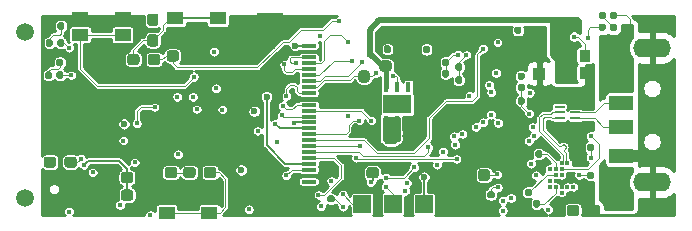
<source format=gbr>
G04 #@! TF.GenerationSoftware,KiCad,Pcbnew,(5.1.6)-1*
G04 #@! TF.CreationDate,2021-02-18T21:14:00+09:00*
G04 #@! TF.ProjectId,guardianCam_Wifi,67756172-6469-4616-9e43-616d5f576966,rev?*
G04 #@! TF.SameCoordinates,Original*
G04 #@! TF.FileFunction,Copper,L1,Top*
G04 #@! TF.FilePolarity,Positive*
%FSLAX46Y46*%
G04 Gerber Fmt 4.6, Leading zero omitted, Abs format (unit mm)*
G04 Created by KiCad (PCBNEW (5.1.6)-1) date 2021-02-18 21:14:00*
%MOMM*%
%LPD*%
G01*
G04 APERTURE LIST*
G04 #@! TA.AperFunction,SMDPad,CuDef*
%ADD10R,1.500000X1.500000*%
G04 #@! TD*
G04 #@! TA.AperFunction,ComponentPad*
%ADD11C,1.000000*%
G04 #@! TD*
G04 #@! TA.AperFunction,ComponentPad*
%ADD12R,1.000000X1.000000*%
G04 #@! TD*
G04 #@! TA.AperFunction,SMDPad,CuDef*
%ADD13R,1.400000X1.050000*%
G04 #@! TD*
G04 #@! TA.AperFunction,SMDPad,CuDef*
%ADD14R,0.812800X0.254000*%
G04 #@! TD*
G04 #@! TA.AperFunction,SMDPad,CuDef*
%ADD15R,0.970000X1.000000*%
G04 #@! TD*
G04 #@! TA.AperFunction,SMDPad,CuDef*
%ADD16R,0.400000X0.860000*%
G04 #@! TD*
G04 #@! TA.AperFunction,SMDPad,CuDef*
%ADD17R,2.370000X1.630000*%
G04 #@! TD*
G04 #@! TA.AperFunction,SMDPad,CuDef*
%ADD18R,2.200000X1.800000*%
G04 #@! TD*
G04 #@! TA.AperFunction,SMDPad,CuDef*
%ADD19R,1.300000X0.300000*%
G04 #@! TD*
G04 #@! TA.AperFunction,SMDPad,CuDef*
%ADD20R,2.000000X1.200000*%
G04 #@! TD*
G04 #@! TA.AperFunction,ComponentPad*
%ADD21O,3.200000X1.600000*%
G04 #@! TD*
G04 #@! TA.AperFunction,ViaPad*
%ADD22C,0.450000*%
G04 #@! TD*
G04 #@! TA.AperFunction,ViaPad*
%ADD23C,1.500000*%
G04 #@! TD*
G04 #@! TA.AperFunction,ViaPad*
%ADD24C,0.600000*%
G04 #@! TD*
G04 #@! TA.AperFunction,Conductor*
%ADD25C,0.200000*%
G04 #@! TD*
G04 #@! TA.AperFunction,Conductor*
%ADD26C,0.100000*%
G04 #@! TD*
G04 #@! TA.AperFunction,Conductor*
%ADD27C,1.000000*%
G04 #@! TD*
G04 #@! TA.AperFunction,Conductor*
%ADD28C,0.400000*%
G04 #@! TD*
G04 #@! TA.AperFunction,Conductor*
%ADD29C,0.500000*%
G04 #@! TD*
G04 #@! TA.AperFunction,Conductor*
%ADD30C,0.254000*%
G04 #@! TD*
G04 APERTURE END LIST*
G04 #@! TA.AperFunction,SMDPad,CuDef*
G36*
G01*
X84655000Y-88707500D02*
X84655000Y-89052500D01*
G75*
G02*
X84507500Y-89200000I-147500J0D01*
G01*
X84212500Y-89200000D01*
G75*
G02*
X84065000Y-89052500I0J147500D01*
G01*
X84065000Y-88707500D01*
G75*
G02*
X84212500Y-88560000I147500J0D01*
G01*
X84507500Y-88560000D01*
G75*
G02*
X84655000Y-88707500I0J-147500D01*
G01*
G37*
G04 #@! TD.AperFunction*
G04 #@! TA.AperFunction,SMDPad,CuDef*
G36*
G01*
X85625000Y-88707500D02*
X85625000Y-89052500D01*
G75*
G02*
X85477500Y-89200000I-147500J0D01*
G01*
X85182500Y-89200000D01*
G75*
G02*
X85035000Y-89052500I0J147500D01*
G01*
X85035000Y-88707500D01*
G75*
G02*
X85182500Y-88560000I147500J0D01*
G01*
X85477500Y-88560000D01*
G75*
G02*
X85625000Y-88707500I0J-147500D01*
G01*
G37*
G04 #@! TD.AperFunction*
G04 #@! TA.AperFunction,SMDPad,CuDef*
G36*
G01*
X85025000Y-87982500D02*
X85025000Y-87637500D01*
G75*
G02*
X85172500Y-87490000I147500J0D01*
G01*
X85467500Y-87490000D01*
G75*
G02*
X85615000Y-87637500I0J-147500D01*
G01*
X85615000Y-87982500D01*
G75*
G02*
X85467500Y-88130000I-147500J0D01*
G01*
X85172500Y-88130000D01*
G75*
G02*
X85025000Y-87982500I0J147500D01*
G01*
G37*
G04 #@! TD.AperFunction*
G04 #@! TA.AperFunction,SMDPad,CuDef*
G36*
G01*
X84055000Y-87982500D02*
X84055000Y-87637500D01*
G75*
G02*
X84202500Y-87490000I147500J0D01*
G01*
X84497500Y-87490000D01*
G75*
G02*
X84645000Y-87637500I0J-147500D01*
G01*
X84645000Y-87982500D01*
G75*
G02*
X84497500Y-88130000I-147500J0D01*
G01*
X84202500Y-88130000D01*
G75*
G02*
X84055000Y-87982500I0J147500D01*
G01*
G37*
G04 #@! TD.AperFunction*
D10*
X118940000Y-99840000D03*
G04 #@! TA.AperFunction,SMDPad,CuDef*
G36*
G01*
X84725000Y-85967500D02*
X84725000Y-86312500D01*
G75*
G02*
X84577500Y-86460000I-147500J0D01*
G01*
X84282500Y-86460000D01*
G75*
G02*
X84135000Y-86312500I0J147500D01*
G01*
X84135000Y-85967500D01*
G75*
G02*
X84282500Y-85820000I147500J0D01*
G01*
X84577500Y-85820000D01*
G75*
G02*
X84725000Y-85967500I0J-147500D01*
G01*
G37*
G04 #@! TD.AperFunction*
G04 #@! TA.AperFunction,SMDPad,CuDef*
G36*
G01*
X85695000Y-85967500D02*
X85695000Y-86312500D01*
G75*
G02*
X85547500Y-86460000I-147500J0D01*
G01*
X85252500Y-86460000D01*
G75*
G02*
X85105000Y-86312500I0J147500D01*
G01*
X85105000Y-85967500D01*
G75*
G02*
X85252500Y-85820000I147500J0D01*
G01*
X85547500Y-85820000D01*
G75*
G02*
X85695000Y-85967500I0J-147500D01*
G01*
G37*
G04 #@! TD.AperFunction*
G04 #@! TA.AperFunction,SMDPad,CuDef*
G36*
G01*
X131900000Y-85002500D02*
X131900000Y-84657500D01*
G75*
G02*
X132047500Y-84510000I147500J0D01*
G01*
X132342500Y-84510000D01*
G75*
G02*
X132490000Y-84657500I0J-147500D01*
G01*
X132490000Y-85002500D01*
G75*
G02*
X132342500Y-85150000I-147500J0D01*
G01*
X132047500Y-85150000D01*
G75*
G02*
X131900000Y-85002500I0J147500D01*
G01*
G37*
G04 #@! TD.AperFunction*
G04 #@! TA.AperFunction,SMDPad,CuDef*
G36*
G01*
X130930000Y-85002500D02*
X130930000Y-84657500D01*
G75*
G02*
X131077500Y-84510000I147500J0D01*
G01*
X131372500Y-84510000D01*
G75*
G02*
X131520000Y-84657500I0J-147500D01*
G01*
X131520000Y-85002500D01*
G75*
G02*
X131372500Y-85150000I-147500J0D01*
G01*
X131077500Y-85150000D01*
G75*
G02*
X130930000Y-85002500I0J147500D01*
G01*
G37*
G04 #@! TD.AperFunction*
G04 #@! TA.AperFunction,SMDPad,CuDef*
G36*
G01*
X85115000Y-84892500D02*
X85115000Y-84547500D01*
G75*
G02*
X85262500Y-84400000I147500J0D01*
G01*
X85557500Y-84400000D01*
G75*
G02*
X85705000Y-84547500I0J-147500D01*
G01*
X85705000Y-84892500D01*
G75*
G02*
X85557500Y-85040000I-147500J0D01*
G01*
X85262500Y-85040000D01*
G75*
G02*
X85115000Y-84892500I0J147500D01*
G01*
G37*
G04 #@! TD.AperFunction*
G04 #@! TA.AperFunction,SMDPad,CuDef*
G36*
G01*
X84145000Y-84892500D02*
X84145000Y-84547500D01*
G75*
G02*
X84292500Y-84400000I147500J0D01*
G01*
X84587500Y-84400000D01*
G75*
G02*
X84735000Y-84547500I0J-147500D01*
G01*
X84735000Y-84892500D01*
G75*
G02*
X84587500Y-85040000I-147500J0D01*
G01*
X84292500Y-85040000D01*
G75*
G02*
X84145000Y-84892500I0J147500D01*
G01*
G37*
G04 #@! TD.AperFunction*
D11*
X127950000Y-88770000D03*
D12*
X125930000Y-88740000D03*
G04 #@! TA.AperFunction,SMDPad,CuDef*
G36*
G01*
X131535000Y-83647500D02*
X131535000Y-83992500D01*
G75*
G02*
X131387500Y-84140000I-147500J0D01*
G01*
X131092500Y-84140000D01*
G75*
G02*
X130945000Y-83992500I0J147500D01*
G01*
X130945000Y-83647500D01*
G75*
G02*
X131092500Y-83500000I147500J0D01*
G01*
X131387500Y-83500000D01*
G75*
G02*
X131535000Y-83647500I0J-147500D01*
G01*
G37*
G04 #@! TD.AperFunction*
G04 #@! TA.AperFunction,SMDPad,CuDef*
G36*
G01*
X132505000Y-83647500D02*
X132505000Y-83992500D01*
G75*
G02*
X132357500Y-84140000I-147500J0D01*
G01*
X132062500Y-84140000D01*
G75*
G02*
X131915000Y-83992500I0J147500D01*
G01*
X131915000Y-83647500D01*
G75*
G02*
X132062500Y-83500000I147500J0D01*
G01*
X132357500Y-83500000D01*
G75*
G02*
X132505000Y-83647500I0J-147500D01*
G01*
G37*
G04 #@! TD.AperFunction*
G04 #@! TA.AperFunction,SMDPad,CuDef*
G36*
G01*
X123710000Y-90877500D02*
X123710000Y-91222500D01*
G75*
G02*
X123562500Y-91370000I-147500J0D01*
G01*
X123267500Y-91370000D01*
G75*
G02*
X123120000Y-91222500I0J147500D01*
G01*
X123120000Y-90877500D01*
G75*
G02*
X123267500Y-90730000I147500J0D01*
G01*
X123562500Y-90730000D01*
G75*
G02*
X123710000Y-90877500I0J-147500D01*
G01*
G37*
G04 #@! TD.AperFunction*
G04 #@! TA.AperFunction,SMDPad,CuDef*
G36*
G01*
X124680000Y-90877500D02*
X124680000Y-91222500D01*
G75*
G02*
X124532500Y-91370000I-147500J0D01*
G01*
X124237500Y-91370000D01*
G75*
G02*
X124090000Y-91222500I0J147500D01*
G01*
X124090000Y-90877500D01*
G75*
G02*
X124237500Y-90730000I147500J0D01*
G01*
X124532500Y-90730000D01*
G75*
G02*
X124680000Y-90877500I0J-147500D01*
G01*
G37*
G04 #@! TD.AperFunction*
G04 #@! TA.AperFunction,SMDPad,CuDef*
G36*
G01*
X124217500Y-89635000D02*
X124562500Y-89635000D01*
G75*
G02*
X124710000Y-89782500I0J-147500D01*
G01*
X124710000Y-90077500D01*
G75*
G02*
X124562500Y-90225000I-147500J0D01*
G01*
X124217500Y-90225000D01*
G75*
G02*
X124070000Y-90077500I0J147500D01*
G01*
X124070000Y-89782500D01*
G75*
G02*
X124217500Y-89635000I147500J0D01*
G01*
G37*
G04 #@! TD.AperFunction*
G04 #@! TA.AperFunction,SMDPad,CuDef*
G36*
G01*
X124217500Y-88665000D02*
X124562500Y-88665000D01*
G75*
G02*
X124710000Y-88812500I0J-147500D01*
G01*
X124710000Y-89107500D01*
G75*
G02*
X124562500Y-89255000I-147500J0D01*
G01*
X124217500Y-89255000D01*
G75*
G02*
X124070000Y-89107500I0J147500D01*
G01*
X124070000Y-88812500D01*
G75*
G02*
X124217500Y-88665000I147500J0D01*
G01*
G37*
G04 #@! TD.AperFunction*
G04 #@! TA.AperFunction,SMDPad,CuDef*
G36*
G01*
X117305000Y-88587500D02*
X117305000Y-88932500D01*
G75*
G02*
X117157500Y-89080000I-147500J0D01*
G01*
X116862500Y-89080000D01*
G75*
G02*
X116715000Y-88932500I0J147500D01*
G01*
X116715000Y-88587500D01*
G75*
G02*
X116862500Y-88440000I147500J0D01*
G01*
X117157500Y-88440000D01*
G75*
G02*
X117305000Y-88587500I0J-147500D01*
G01*
G37*
G04 #@! TD.AperFunction*
G04 #@! TA.AperFunction,SMDPad,CuDef*
G36*
G01*
X118275000Y-88587500D02*
X118275000Y-88932500D01*
G75*
G02*
X118127500Y-89080000I-147500J0D01*
G01*
X117832500Y-89080000D01*
G75*
G02*
X117685000Y-88932500I0J147500D01*
G01*
X117685000Y-88587500D01*
G75*
G02*
X117832500Y-88440000I147500J0D01*
G01*
X118127500Y-88440000D01*
G75*
G02*
X118275000Y-88587500I0J-147500D01*
G01*
G37*
G04 #@! TD.AperFunction*
G04 #@! TA.AperFunction,SMDPad,CuDef*
G36*
G01*
X117305000Y-87617500D02*
X117305000Y-87962500D01*
G75*
G02*
X117157500Y-88110000I-147500J0D01*
G01*
X116862500Y-88110000D01*
G75*
G02*
X116715000Y-87962500I0J147500D01*
G01*
X116715000Y-87617500D01*
G75*
G02*
X116862500Y-87470000I147500J0D01*
G01*
X117157500Y-87470000D01*
G75*
G02*
X117305000Y-87617500I0J-147500D01*
G01*
G37*
G04 #@! TD.AperFunction*
G04 #@! TA.AperFunction,SMDPad,CuDef*
G36*
G01*
X118275000Y-87617500D02*
X118275000Y-87962500D01*
G75*
G02*
X118127500Y-88110000I-147500J0D01*
G01*
X117832500Y-88110000D01*
G75*
G02*
X117685000Y-87962500I0J147500D01*
G01*
X117685000Y-87617500D01*
G75*
G02*
X117832500Y-87470000I147500J0D01*
G01*
X118127500Y-87470000D01*
G75*
G02*
X118275000Y-87617500I0J-147500D01*
G01*
G37*
G04 #@! TD.AperFunction*
G04 #@! TA.AperFunction,SMDPad,CuDef*
G36*
G01*
X119770000Y-88372500D02*
X119770000Y-88027500D01*
G75*
G02*
X119917500Y-87880000I147500J0D01*
G01*
X120212500Y-87880000D01*
G75*
G02*
X120360000Y-88027500I0J-147500D01*
G01*
X120360000Y-88372500D01*
G75*
G02*
X120212500Y-88520000I-147500J0D01*
G01*
X119917500Y-88520000D01*
G75*
G02*
X119770000Y-88372500I0J147500D01*
G01*
G37*
G04 #@! TD.AperFunction*
G04 #@! TA.AperFunction,SMDPad,CuDef*
G36*
G01*
X118800000Y-88372500D02*
X118800000Y-88027500D01*
G75*
G02*
X118947500Y-87880000I147500J0D01*
G01*
X119242500Y-87880000D01*
G75*
G02*
X119390000Y-88027500I0J-147500D01*
G01*
X119390000Y-88372500D01*
G75*
G02*
X119242500Y-88520000I-147500J0D01*
G01*
X118947500Y-88520000D01*
G75*
G02*
X118800000Y-88372500I0J147500D01*
G01*
G37*
G04 #@! TD.AperFunction*
G04 #@! TA.AperFunction,SMDPad,CuDef*
G36*
G01*
X119770000Y-89472500D02*
X119770000Y-89127500D01*
G75*
G02*
X119917500Y-88980000I147500J0D01*
G01*
X120212500Y-88980000D01*
G75*
G02*
X120360000Y-89127500I0J-147500D01*
G01*
X120360000Y-89472500D01*
G75*
G02*
X120212500Y-89620000I-147500J0D01*
G01*
X119917500Y-89620000D01*
G75*
G02*
X119770000Y-89472500I0J147500D01*
G01*
G37*
G04 #@! TD.AperFunction*
G04 #@! TA.AperFunction,SMDPad,CuDef*
G36*
G01*
X118800000Y-89472500D02*
X118800000Y-89127500D01*
G75*
G02*
X118947500Y-88980000I147500J0D01*
G01*
X119242500Y-88980000D01*
G75*
G02*
X119390000Y-89127500I0J-147500D01*
G01*
X119390000Y-89472500D01*
G75*
G02*
X119242500Y-89620000I-147500J0D01*
G01*
X118947500Y-89620000D01*
G75*
G02*
X118800000Y-89472500I0J147500D01*
G01*
G37*
G04 #@! TD.AperFunction*
G04 #@! TA.AperFunction,SMDPad,CuDef*
G36*
G01*
X117050000Y-86872500D02*
X117050000Y-86527500D01*
G75*
G02*
X117197500Y-86380000I147500J0D01*
G01*
X117492500Y-86380000D01*
G75*
G02*
X117640000Y-86527500I0J-147500D01*
G01*
X117640000Y-86872500D01*
G75*
G02*
X117492500Y-87020000I-147500J0D01*
G01*
X117197500Y-87020000D01*
G75*
G02*
X117050000Y-86872500I0J147500D01*
G01*
G37*
G04 #@! TD.AperFunction*
G04 #@! TA.AperFunction,SMDPad,CuDef*
G36*
G01*
X116080000Y-86872500D02*
X116080000Y-86527500D01*
G75*
G02*
X116227500Y-86380000I147500J0D01*
G01*
X116522500Y-86380000D01*
G75*
G02*
X116670000Y-86527500I0J-147500D01*
G01*
X116670000Y-86872500D01*
G75*
G02*
X116522500Y-87020000I-147500J0D01*
G01*
X116227500Y-87020000D01*
G75*
G02*
X116080000Y-86872500I0J147500D01*
G01*
G37*
G04 #@! TD.AperFunction*
G04 #@! TA.AperFunction,SMDPad,CuDef*
G36*
G01*
X108117500Y-100030000D02*
X108462500Y-100030000D01*
G75*
G02*
X108610000Y-100177500I0J-147500D01*
G01*
X108610000Y-100472500D01*
G75*
G02*
X108462500Y-100620000I-147500J0D01*
G01*
X108117500Y-100620000D01*
G75*
G02*
X107970000Y-100472500I0J147500D01*
G01*
X107970000Y-100177500D01*
G75*
G02*
X108117500Y-100030000I147500J0D01*
G01*
G37*
G04 #@! TD.AperFunction*
G04 #@! TA.AperFunction,SMDPad,CuDef*
G36*
G01*
X108117500Y-99060000D02*
X108462500Y-99060000D01*
G75*
G02*
X108610000Y-99207500I0J-147500D01*
G01*
X108610000Y-99502500D01*
G75*
G02*
X108462500Y-99650000I-147500J0D01*
G01*
X108117500Y-99650000D01*
G75*
G02*
X107970000Y-99502500I0J147500D01*
G01*
X107970000Y-99207500D01*
G75*
G02*
X108117500Y-99060000I147500J0D01*
G01*
G37*
G04 #@! TD.AperFunction*
G04 #@! TA.AperFunction,SMDPad,CuDef*
G36*
G01*
X121637500Y-99680000D02*
X121982500Y-99680000D01*
G75*
G02*
X122130000Y-99827500I0J-147500D01*
G01*
X122130000Y-100122500D01*
G75*
G02*
X121982500Y-100270000I-147500J0D01*
G01*
X121637500Y-100270000D01*
G75*
G02*
X121490000Y-100122500I0J147500D01*
G01*
X121490000Y-99827500D01*
G75*
G02*
X121637500Y-99680000I147500J0D01*
G01*
G37*
G04 #@! TD.AperFunction*
G04 #@! TA.AperFunction,SMDPad,CuDef*
G36*
G01*
X121637500Y-98710000D02*
X121982500Y-98710000D01*
G75*
G02*
X122130000Y-98857500I0J-147500D01*
G01*
X122130000Y-99152500D01*
G75*
G02*
X121982500Y-99300000I-147500J0D01*
G01*
X121637500Y-99300000D01*
G75*
G02*
X121490000Y-99152500I0J147500D01*
G01*
X121490000Y-98857500D01*
G75*
G02*
X121637500Y-98710000I147500J0D01*
G01*
G37*
G04 #@! TD.AperFunction*
G04 #@! TA.AperFunction,SMDPad,CuDef*
G36*
G01*
X123435000Y-84907500D02*
X123435000Y-85252500D01*
G75*
G02*
X123287500Y-85400000I-147500J0D01*
G01*
X122992500Y-85400000D01*
G75*
G02*
X122845000Y-85252500I0J147500D01*
G01*
X122845000Y-84907500D01*
G75*
G02*
X122992500Y-84760000I147500J0D01*
G01*
X123287500Y-84760000D01*
G75*
G02*
X123435000Y-84907500I0J-147500D01*
G01*
G37*
G04 #@! TD.AperFunction*
G04 #@! TA.AperFunction,SMDPad,CuDef*
G36*
G01*
X124405000Y-84907500D02*
X124405000Y-85252500D01*
G75*
G02*
X124257500Y-85400000I-147500J0D01*
G01*
X123962500Y-85400000D01*
G75*
G02*
X123815000Y-85252500I0J147500D01*
G01*
X123815000Y-84907500D01*
G75*
G02*
X123962500Y-84760000I147500J0D01*
G01*
X124257500Y-84760000D01*
G75*
G02*
X124405000Y-84907500I0J-147500D01*
G01*
G37*
G04 #@! TD.AperFunction*
G04 #@! TA.AperFunction,SMDPad,CuDef*
G36*
G01*
X113720000Y-86852500D02*
X113720000Y-86507500D01*
G75*
G02*
X113867500Y-86360000I147500J0D01*
G01*
X114162500Y-86360000D01*
G75*
G02*
X114310000Y-86507500I0J-147500D01*
G01*
X114310000Y-86852500D01*
G75*
G02*
X114162500Y-87000000I-147500J0D01*
G01*
X113867500Y-87000000D01*
G75*
G02*
X113720000Y-86852500I0J147500D01*
G01*
G37*
G04 #@! TD.AperFunction*
G04 #@! TA.AperFunction,SMDPad,CuDef*
G36*
G01*
X112750000Y-86852500D02*
X112750000Y-86507500D01*
G75*
G02*
X112897500Y-86360000I147500J0D01*
G01*
X113192500Y-86360000D01*
G75*
G02*
X113340000Y-86507500I0J-147500D01*
G01*
X113340000Y-86852500D01*
G75*
G02*
X113192500Y-87000000I-147500J0D01*
G01*
X112897500Y-87000000D01*
G75*
G02*
X112750000Y-86852500I0J147500D01*
G01*
G37*
G04 #@! TD.AperFunction*
G04 #@! TA.AperFunction,SMDPad,CuDef*
G36*
G01*
X130077500Y-98015000D02*
X130422500Y-98015000D01*
G75*
G02*
X130570000Y-98162500I0J-147500D01*
G01*
X130570000Y-98457500D01*
G75*
G02*
X130422500Y-98605000I-147500J0D01*
G01*
X130077500Y-98605000D01*
G75*
G02*
X129930000Y-98457500I0J147500D01*
G01*
X129930000Y-98162500D01*
G75*
G02*
X130077500Y-98015000I147500J0D01*
G01*
G37*
G04 #@! TD.AperFunction*
G04 #@! TA.AperFunction,SMDPad,CuDef*
G36*
G01*
X130077500Y-97045000D02*
X130422500Y-97045000D01*
G75*
G02*
X130570000Y-97192500I0J-147500D01*
G01*
X130570000Y-97487500D01*
G75*
G02*
X130422500Y-97635000I-147500J0D01*
G01*
X130077500Y-97635000D01*
G75*
G02*
X129930000Y-97487500I0J147500D01*
G01*
X129930000Y-97192500D01*
G75*
G02*
X130077500Y-97045000I147500J0D01*
G01*
G37*
G04 #@! TD.AperFunction*
D10*
X116150000Y-99800000D03*
X113520000Y-99780000D03*
X110920000Y-99790000D03*
G04 #@! TA.AperFunction,SMDPad,CuDef*
G36*
G01*
X125185000Y-95387500D02*
X125185000Y-95732500D01*
G75*
G02*
X125037500Y-95880000I-147500J0D01*
G01*
X124742500Y-95880000D01*
G75*
G02*
X124595000Y-95732500I0J147500D01*
G01*
X124595000Y-95387500D01*
G75*
G02*
X124742500Y-95240000I147500J0D01*
G01*
X125037500Y-95240000D01*
G75*
G02*
X125185000Y-95387500I0J-147500D01*
G01*
G37*
G04 #@! TD.AperFunction*
G04 #@! TA.AperFunction,SMDPad,CuDef*
G36*
G01*
X126155000Y-95387500D02*
X126155000Y-95732500D01*
G75*
G02*
X126007500Y-95880000I-147500J0D01*
G01*
X125712500Y-95880000D01*
G75*
G02*
X125565000Y-95732500I0J147500D01*
G01*
X125565000Y-95387500D01*
G75*
G02*
X125712500Y-95240000I147500J0D01*
G01*
X126007500Y-95240000D01*
G75*
G02*
X126155000Y-95387500I0J-147500D01*
G01*
G37*
G04 #@! TD.AperFunction*
G04 #@! TA.AperFunction,SMDPad,CuDef*
G36*
G01*
X125162500Y-98115000D02*
X124817500Y-98115000D01*
G75*
G02*
X124670000Y-97967500I0J147500D01*
G01*
X124670000Y-97672500D01*
G75*
G02*
X124817500Y-97525000I147500J0D01*
G01*
X125162500Y-97525000D01*
G75*
G02*
X125310000Y-97672500I0J-147500D01*
G01*
X125310000Y-97967500D01*
G75*
G02*
X125162500Y-98115000I-147500J0D01*
G01*
G37*
G04 #@! TD.AperFunction*
G04 #@! TA.AperFunction,SMDPad,CuDef*
G36*
G01*
X125162500Y-99085000D02*
X124817500Y-99085000D01*
G75*
G02*
X124670000Y-98937500I0J147500D01*
G01*
X124670000Y-98642500D01*
G75*
G02*
X124817500Y-98495000I147500J0D01*
G01*
X125162500Y-98495000D01*
G75*
G02*
X125310000Y-98642500I0J-147500D01*
G01*
X125310000Y-98937500D01*
G75*
G02*
X125162500Y-99085000I-147500J0D01*
G01*
G37*
G04 #@! TD.AperFunction*
G04 #@! TA.AperFunction,SMDPad,CuDef*
G36*
G01*
X125015000Y-99597500D02*
X125015000Y-99942500D01*
G75*
G02*
X124867500Y-100090000I-147500J0D01*
G01*
X124572500Y-100090000D01*
G75*
G02*
X124425000Y-99942500I0J147500D01*
G01*
X124425000Y-99597500D01*
G75*
G02*
X124572500Y-99450000I147500J0D01*
G01*
X124867500Y-99450000D01*
G75*
G02*
X125015000Y-99597500I0J-147500D01*
G01*
G37*
G04 #@! TD.AperFunction*
G04 #@! TA.AperFunction,SMDPad,CuDef*
G36*
G01*
X125985000Y-99597500D02*
X125985000Y-99942500D01*
G75*
G02*
X125837500Y-100090000I-147500J0D01*
G01*
X125542500Y-100090000D01*
G75*
G02*
X125395000Y-99942500I0J147500D01*
G01*
X125395000Y-99597500D01*
G75*
G02*
X125542500Y-99450000I147500J0D01*
G01*
X125837500Y-99450000D01*
G75*
G02*
X125985000Y-99597500I0J-147500D01*
G01*
G37*
G04 #@! TD.AperFunction*
G04 #@! TA.AperFunction,SMDPad,CuDef*
G36*
G01*
X129585000Y-94827500D02*
X129585000Y-95172500D01*
G75*
G02*
X129437500Y-95320000I-147500J0D01*
G01*
X129142500Y-95320000D01*
G75*
G02*
X128995000Y-95172500I0J147500D01*
G01*
X128995000Y-94827500D01*
G75*
G02*
X129142500Y-94680000I147500J0D01*
G01*
X129437500Y-94680000D01*
G75*
G02*
X129585000Y-94827500I0J-147500D01*
G01*
G37*
G04 #@! TD.AperFunction*
G04 #@! TA.AperFunction,SMDPad,CuDef*
G36*
G01*
X130555000Y-94827500D02*
X130555000Y-95172500D01*
G75*
G02*
X130407500Y-95320000I-147500J0D01*
G01*
X130112500Y-95320000D01*
G75*
G02*
X129965000Y-95172500I0J147500D01*
G01*
X129965000Y-94827500D01*
G75*
G02*
X130112500Y-94680000I147500J0D01*
G01*
X130407500Y-94680000D01*
G75*
G02*
X130555000Y-94827500I0J-147500D01*
G01*
G37*
G04 #@! TD.AperFunction*
D13*
X98710000Y-85510000D03*
X95110000Y-85510000D03*
X98710000Y-84060000D03*
X95110000Y-84060000D03*
G04 #@! TA.AperFunction,SMDPad,CuDef*
G36*
G01*
X92070000Y-87312500D02*
X92070000Y-87787500D01*
G75*
G02*
X91832500Y-88025000I-237500J0D01*
G01*
X91257500Y-88025000D01*
G75*
G02*
X91020000Y-87787500I0J237500D01*
G01*
X91020000Y-87312500D01*
G75*
G02*
X91257500Y-87075000I237500J0D01*
G01*
X91832500Y-87075000D01*
G75*
G02*
X92070000Y-87312500I0J-237500D01*
G01*
G37*
G04 #@! TD.AperFunction*
G04 #@! TA.AperFunction,SMDPad,CuDef*
G36*
G01*
X93820000Y-87312500D02*
X93820000Y-87787500D01*
G75*
G02*
X93582500Y-88025000I-237500J0D01*
G01*
X93007500Y-88025000D01*
G75*
G02*
X92770000Y-87787500I0J237500D01*
G01*
X92770000Y-87312500D01*
G75*
G02*
X93007500Y-87075000I237500J0D01*
G01*
X93582500Y-87075000D01*
G75*
G02*
X93820000Y-87312500I0J-237500D01*
G01*
G37*
G04 #@! TD.AperFunction*
G04 #@! TA.AperFunction,SMDPad,CuDef*
G36*
G01*
X92942500Y-85410000D02*
X93417500Y-85410000D01*
G75*
G02*
X93655000Y-85647500I0J-237500D01*
G01*
X93655000Y-86222500D01*
G75*
G02*
X93417500Y-86460000I-237500J0D01*
G01*
X92942500Y-86460000D01*
G75*
G02*
X92705000Y-86222500I0J237500D01*
G01*
X92705000Y-85647500D01*
G75*
G02*
X92942500Y-85410000I237500J0D01*
G01*
G37*
G04 #@! TD.AperFunction*
G04 #@! TA.AperFunction,SMDPad,CuDef*
G36*
G01*
X92942500Y-83660000D02*
X93417500Y-83660000D01*
G75*
G02*
X93655000Y-83897500I0J-237500D01*
G01*
X93655000Y-84472500D01*
G75*
G02*
X93417500Y-84710000I-237500J0D01*
G01*
X92942500Y-84710000D01*
G75*
G02*
X92705000Y-84472500I0J237500D01*
G01*
X92705000Y-83897500D01*
G75*
G02*
X92942500Y-83660000I237500J0D01*
G01*
G37*
G04 #@! TD.AperFunction*
G04 #@! TA.AperFunction,SMDPad,CuDef*
G36*
G01*
X96105000Y-87487500D02*
X96105000Y-87012500D01*
G75*
G02*
X96342500Y-86775000I237500J0D01*
G01*
X96917500Y-86775000D01*
G75*
G02*
X97155000Y-87012500I0J-237500D01*
G01*
X97155000Y-87487500D01*
G75*
G02*
X96917500Y-87725000I-237500J0D01*
G01*
X96342500Y-87725000D01*
G75*
G02*
X96105000Y-87487500I0J237500D01*
G01*
G37*
G04 #@! TD.AperFunction*
G04 #@! TA.AperFunction,SMDPad,CuDef*
G36*
G01*
X94355000Y-87487500D02*
X94355000Y-87012500D01*
G75*
G02*
X94592500Y-86775000I237500J0D01*
G01*
X95167500Y-86775000D01*
G75*
G02*
X95405000Y-87012500I0J-237500D01*
G01*
X95405000Y-87487500D01*
G75*
G02*
X95167500Y-87725000I-237500J0D01*
G01*
X94592500Y-87725000D01*
G75*
G02*
X94355000Y-87487500I0J237500D01*
G01*
G37*
G04 #@! TD.AperFunction*
G04 #@! TA.AperFunction,SMDPad,CuDef*
G36*
G01*
X97515000Y-97347500D02*
X97515000Y-96872500D01*
G75*
G02*
X97752500Y-96635000I237500J0D01*
G01*
X98327500Y-96635000D01*
G75*
G02*
X98565000Y-96872500I0J-237500D01*
G01*
X98565000Y-97347500D01*
G75*
G02*
X98327500Y-97585000I-237500J0D01*
G01*
X97752500Y-97585000D01*
G75*
G02*
X97515000Y-97347500I0J237500D01*
G01*
G37*
G04 #@! TD.AperFunction*
G04 #@! TA.AperFunction,SMDPad,CuDef*
G36*
G01*
X95765000Y-97347500D02*
X95765000Y-96872500D01*
G75*
G02*
X96002500Y-96635000I237500J0D01*
G01*
X96577500Y-96635000D01*
G75*
G02*
X96815000Y-96872500I0J-237500D01*
G01*
X96815000Y-97347500D01*
G75*
G02*
X96577500Y-97585000I-237500J0D01*
G01*
X96002500Y-97585000D01*
G75*
G02*
X95765000Y-97347500I0J237500D01*
G01*
G37*
G04 #@! TD.AperFunction*
G04 #@! TA.AperFunction,SMDPad,CuDef*
G36*
G01*
X93495000Y-96882500D02*
X93495000Y-97357500D01*
G75*
G02*
X93257500Y-97595000I-237500J0D01*
G01*
X92682500Y-97595000D01*
G75*
G02*
X92445000Y-97357500I0J237500D01*
G01*
X92445000Y-96882500D01*
G75*
G02*
X92682500Y-96645000I237500J0D01*
G01*
X93257500Y-96645000D01*
G75*
G02*
X93495000Y-96882500I0J-237500D01*
G01*
G37*
G04 #@! TD.AperFunction*
G04 #@! TA.AperFunction,SMDPad,CuDef*
G36*
G01*
X95245000Y-96882500D02*
X95245000Y-97357500D01*
G75*
G02*
X95007500Y-97595000I-237500J0D01*
G01*
X94432500Y-97595000D01*
G75*
G02*
X94195000Y-97357500I0J237500D01*
G01*
X94195000Y-96882500D01*
G75*
G02*
X94432500Y-96645000I237500J0D01*
G01*
X95007500Y-96645000D01*
G75*
G02*
X95245000Y-96882500I0J-237500D01*
G01*
G37*
G04 #@! TD.AperFunction*
X90630000Y-85455000D03*
X87030000Y-85455000D03*
X90630000Y-84005000D03*
X87030000Y-84005000D03*
X94370000Y-99090000D03*
X97970000Y-99090000D03*
X94370000Y-100540000D03*
X97970000Y-100540000D03*
D14*
X128973100Y-92529999D03*
X128973100Y-92030000D03*
X128973100Y-91530001D03*
X127626900Y-91530001D03*
X127626900Y-92030000D03*
X127626900Y-92529999D03*
D15*
X129790000Y-87235000D03*
X129790000Y-88705000D03*
G04 #@! TA.AperFunction,SMDPad,CuDef*
G36*
G01*
X126120000Y-85879999D02*
X126120000Y-86780001D01*
G75*
G02*
X125870001Y-87030000I-249999J0D01*
G01*
X125219999Y-87030000D01*
G75*
G02*
X124970000Y-86780001I0J249999D01*
G01*
X124970000Y-85879999D01*
G75*
G02*
X125219999Y-85630000I249999J0D01*
G01*
X125870001Y-85630000D01*
G75*
G02*
X126120000Y-85879999I0J-249999D01*
G01*
G37*
G04 #@! TD.AperFunction*
G04 #@! TA.AperFunction,SMDPad,CuDef*
G36*
G01*
X128170000Y-85879999D02*
X128170000Y-86780001D01*
G75*
G02*
X127920001Y-87030000I-249999J0D01*
G01*
X127269999Y-87030000D01*
G75*
G02*
X127020000Y-86780001I0J249999D01*
G01*
X127020000Y-85879999D01*
G75*
G02*
X127269999Y-85630000I249999J0D01*
G01*
X127920001Y-85630000D01*
G75*
G02*
X128170000Y-85879999I0J-249999D01*
G01*
G37*
G04 #@! TD.AperFunction*
D16*
X112940000Y-92775000D03*
X113890000Y-92775000D03*
X114840000Y-92775000D03*
X114840000Y-89905000D03*
X113890000Y-89905000D03*
X112940000Y-89905000D03*
D17*
X113890000Y-91340000D03*
G04 #@! TA.AperFunction,SMDPad,CuDef*
G36*
G01*
X85005000Y-96002500D02*
X85005000Y-96477500D01*
G75*
G02*
X84767500Y-96715000I-237500J0D01*
G01*
X84192500Y-96715000D01*
G75*
G02*
X83955000Y-96477500I0J237500D01*
G01*
X83955000Y-96002500D01*
G75*
G02*
X84192500Y-95765000I237500J0D01*
G01*
X84767500Y-95765000D01*
G75*
G02*
X85005000Y-96002500I0J-237500D01*
G01*
G37*
G04 #@! TD.AperFunction*
G04 #@! TA.AperFunction,SMDPad,CuDef*
G36*
G01*
X86755000Y-96002500D02*
X86755000Y-96477500D01*
G75*
G02*
X86517500Y-96715000I-237500J0D01*
G01*
X85942500Y-96715000D01*
G75*
G02*
X85705000Y-96477500I0J237500D01*
G01*
X85705000Y-96002500D01*
G75*
G02*
X85942500Y-95765000I237500J0D01*
G01*
X86517500Y-95765000D01*
G75*
G02*
X86755000Y-96002500I0J-237500D01*
G01*
G37*
G04 #@! TD.AperFunction*
D18*
X103130000Y-84480000D03*
X103130000Y-99780000D03*
D19*
X106380000Y-97880000D03*
X106380000Y-97380000D03*
X106380000Y-96880000D03*
X106380000Y-96380000D03*
X106380000Y-95880000D03*
X106380000Y-95380000D03*
X106380000Y-94880000D03*
X106380000Y-94380000D03*
X106380000Y-93880000D03*
X106380000Y-93380000D03*
X106380000Y-92880000D03*
X106380000Y-92380000D03*
X106380000Y-91880000D03*
X106380000Y-91380000D03*
X106380000Y-90880000D03*
X106380000Y-90380000D03*
X106380000Y-89880000D03*
X106380000Y-89380000D03*
X106380000Y-88880000D03*
X106380000Y-88380000D03*
X106380000Y-87880000D03*
X106380000Y-87380000D03*
X106380000Y-86880000D03*
X106380000Y-86380000D03*
D20*
X132860000Y-95750000D03*
X132860000Y-88750000D03*
X132860000Y-93250000D03*
X132860000Y-91250000D03*
D21*
X135460000Y-97950000D03*
X135460000Y-86550000D03*
G04 #@! TA.AperFunction,SMDPad,CuDef*
G36*
G01*
X110842500Y-90210000D02*
X111317500Y-90210000D01*
G75*
G02*
X111555000Y-90447500I0J-237500D01*
G01*
X111555000Y-91022500D01*
G75*
G02*
X111317500Y-91260000I-237500J0D01*
G01*
X110842500Y-91260000D01*
G75*
G02*
X110605000Y-91022500I0J237500D01*
G01*
X110605000Y-90447500D01*
G75*
G02*
X110842500Y-90210000I237500J0D01*
G01*
G37*
G04 #@! TD.AperFunction*
G04 #@! TA.AperFunction,SMDPad,CuDef*
G36*
G01*
X110842500Y-88460000D02*
X111317500Y-88460000D01*
G75*
G02*
X111555000Y-88697500I0J-237500D01*
G01*
X111555000Y-89272500D01*
G75*
G02*
X111317500Y-89510000I-237500J0D01*
G01*
X110842500Y-89510000D01*
G75*
G02*
X110605000Y-89272500I0J237500D01*
G01*
X110605000Y-88697500D01*
G75*
G02*
X110842500Y-88460000I237500J0D01*
G01*
G37*
G04 #@! TD.AperFunction*
G04 #@! TA.AperFunction,SMDPad,CuDef*
G36*
G01*
X114575000Y-94507500D02*
X114575000Y-94032500D01*
G75*
G02*
X114812500Y-93795000I237500J0D01*
G01*
X115387500Y-93795000D01*
G75*
G02*
X115625000Y-94032500I0J-237500D01*
G01*
X115625000Y-94507500D01*
G75*
G02*
X115387500Y-94745000I-237500J0D01*
G01*
X114812500Y-94745000D01*
G75*
G02*
X114575000Y-94507500I0J237500D01*
G01*
G37*
G04 #@! TD.AperFunction*
G04 #@! TA.AperFunction,SMDPad,CuDef*
G36*
G01*
X112825000Y-94507500D02*
X112825000Y-94032500D01*
G75*
G02*
X113062500Y-93795000I237500J0D01*
G01*
X113637500Y-93795000D01*
G75*
G02*
X113875000Y-94032500I0J-237500D01*
G01*
X113875000Y-94507500D01*
G75*
G02*
X113637500Y-94745000I-237500J0D01*
G01*
X113062500Y-94745000D01*
G75*
G02*
X112825000Y-94507500I0J237500D01*
G01*
G37*
G04 #@! TD.AperFunction*
G04 #@! TA.AperFunction,SMDPad,CuDef*
G36*
G01*
X89785000Y-98792500D02*
X89785000Y-99267500D01*
G75*
G02*
X89547500Y-99505000I-237500J0D01*
G01*
X88972500Y-99505000D01*
G75*
G02*
X88735000Y-99267500I0J237500D01*
G01*
X88735000Y-98792500D01*
G75*
G02*
X88972500Y-98555000I237500J0D01*
G01*
X89547500Y-98555000D01*
G75*
G02*
X89785000Y-98792500I0J-237500D01*
G01*
G37*
G04 #@! TD.AperFunction*
G04 #@! TA.AperFunction,SMDPad,CuDef*
G36*
G01*
X91535000Y-98792500D02*
X91535000Y-99267500D01*
G75*
G02*
X91297500Y-99505000I-237500J0D01*
G01*
X90722500Y-99505000D01*
G75*
G02*
X90485000Y-99267500I0J237500D01*
G01*
X90485000Y-98792500D01*
G75*
G02*
X90722500Y-98555000I237500J0D01*
G01*
X91297500Y-98555000D01*
G75*
G02*
X91535000Y-98792500I0J-237500D01*
G01*
G37*
G04 #@! TD.AperFunction*
G04 #@! TA.AperFunction,SMDPad,CuDef*
G36*
G01*
X89775000Y-97312500D02*
X89775000Y-97787500D01*
G75*
G02*
X89537500Y-98025000I-237500J0D01*
G01*
X88962500Y-98025000D01*
G75*
G02*
X88725000Y-97787500I0J237500D01*
G01*
X88725000Y-97312500D01*
G75*
G02*
X88962500Y-97075000I237500J0D01*
G01*
X89537500Y-97075000D01*
G75*
G02*
X89775000Y-97312500I0J-237500D01*
G01*
G37*
G04 #@! TD.AperFunction*
G04 #@! TA.AperFunction,SMDPad,CuDef*
G36*
G01*
X91525000Y-97312500D02*
X91525000Y-97787500D01*
G75*
G02*
X91287500Y-98025000I-237500J0D01*
G01*
X90712500Y-98025000D01*
G75*
G02*
X90475000Y-97787500I0J237500D01*
G01*
X90475000Y-97312500D01*
G75*
G02*
X90712500Y-97075000I237500J0D01*
G01*
X91287500Y-97075000D01*
G75*
G02*
X91525000Y-97312500I0J-237500D01*
G01*
G37*
G04 #@! TD.AperFunction*
G04 #@! TA.AperFunction,SMDPad,CuDef*
G36*
G01*
X130003000Y-100567500D02*
X130003000Y-100092500D01*
G75*
G02*
X130240500Y-99855000I237500J0D01*
G01*
X130815500Y-99855000D01*
G75*
G02*
X131053000Y-100092500I0J-237500D01*
G01*
X131053000Y-100567500D01*
G75*
G02*
X130815500Y-100805000I-237500J0D01*
G01*
X130240500Y-100805000D01*
G75*
G02*
X130003000Y-100567500I0J237500D01*
G01*
G37*
G04 #@! TD.AperFunction*
G04 #@! TA.AperFunction,SMDPad,CuDef*
G36*
G01*
X128253000Y-100567500D02*
X128253000Y-100092500D01*
G75*
G02*
X128490500Y-99855000I237500J0D01*
G01*
X129065500Y-99855000D01*
G75*
G02*
X129303000Y-100092500I0J-237500D01*
G01*
X129303000Y-100567500D01*
G75*
G02*
X129065500Y-100805000I-237500J0D01*
G01*
X128490500Y-100805000D01*
G75*
G02*
X128253000Y-100567500I0J237500D01*
G01*
G37*
G04 #@! TD.AperFunction*
G04 #@! TA.AperFunction,SMDPad,CuDef*
G36*
G01*
X114120000Y-88347500D02*
X114120000Y-87872500D01*
G75*
G02*
X114357500Y-87635000I237500J0D01*
G01*
X114932500Y-87635000D01*
G75*
G02*
X115170000Y-87872500I0J-237500D01*
G01*
X115170000Y-88347500D01*
G75*
G02*
X114932500Y-88585000I-237500J0D01*
G01*
X114357500Y-88585000D01*
G75*
G02*
X114120000Y-88347500I0J237500D01*
G01*
G37*
G04 #@! TD.AperFunction*
G04 #@! TA.AperFunction,SMDPad,CuDef*
G36*
G01*
X112370000Y-88347500D02*
X112370000Y-87872500D01*
G75*
G02*
X112607500Y-87635000I237500J0D01*
G01*
X113182500Y-87635000D01*
G75*
G02*
X113420000Y-87872500I0J-237500D01*
G01*
X113420000Y-88347500D01*
G75*
G02*
X113182500Y-88585000I-237500J0D01*
G01*
X112607500Y-88585000D01*
G75*
G02*
X112370000Y-88347500I0J237500D01*
G01*
G37*
G04 #@! TD.AperFunction*
G04 #@! TA.AperFunction,SMDPad,CuDef*
G36*
G01*
X111275000Y-97377500D02*
X111275000Y-96902500D01*
G75*
G02*
X111512500Y-96665000I237500J0D01*
G01*
X112087500Y-96665000D01*
G75*
G02*
X112325000Y-96902500I0J-237500D01*
G01*
X112325000Y-97377500D01*
G75*
G02*
X112087500Y-97615000I-237500J0D01*
G01*
X111512500Y-97615000D01*
G75*
G02*
X111275000Y-97377500I0J237500D01*
G01*
G37*
G04 #@! TD.AperFunction*
G04 #@! TA.AperFunction,SMDPad,CuDef*
G36*
G01*
X109525000Y-97377500D02*
X109525000Y-96902500D01*
G75*
G02*
X109762500Y-96665000I237500J0D01*
G01*
X110337500Y-96665000D01*
G75*
G02*
X110575000Y-96902500I0J-237500D01*
G01*
X110575000Y-97377500D01*
G75*
G02*
X110337500Y-97615000I-237500J0D01*
G01*
X109762500Y-97615000D01*
G75*
G02*
X109525000Y-97377500I0J237500D01*
G01*
G37*
G04 #@! TD.AperFunction*
G04 #@! TA.AperFunction,SMDPad,CuDef*
G36*
G01*
X120992500Y-96805000D02*
X121467500Y-96805000D01*
G75*
G02*
X121705000Y-97042500I0J-237500D01*
G01*
X121705000Y-97617500D01*
G75*
G02*
X121467500Y-97855000I-237500J0D01*
G01*
X120992500Y-97855000D01*
G75*
G02*
X120755000Y-97617500I0J237500D01*
G01*
X120755000Y-97042500D01*
G75*
G02*
X120992500Y-96805000I237500J0D01*
G01*
G37*
G04 #@! TD.AperFunction*
G04 #@! TA.AperFunction,SMDPad,CuDef*
G36*
G01*
X120992500Y-95055000D02*
X121467500Y-95055000D01*
G75*
G02*
X121705000Y-95292500I0J-237500D01*
G01*
X121705000Y-95867500D01*
G75*
G02*
X121467500Y-96105000I-237500J0D01*
G01*
X120992500Y-96105000D01*
G75*
G02*
X120755000Y-95867500I0J237500D01*
G01*
X120755000Y-95292500D01*
G75*
G02*
X120992500Y-95055000I237500J0D01*
G01*
G37*
G04 #@! TD.AperFunction*
D22*
X88450000Y-92340000D03*
X88100000Y-97110000D03*
D23*
X82400000Y-85250000D03*
X82400000Y-99250000D03*
D22*
X98030000Y-99080000D03*
X94400000Y-99080000D03*
X99400000Y-94250000D03*
X129300000Y-97330000D03*
X83940000Y-91970000D03*
X88100000Y-84410000D03*
X88100000Y-86950000D03*
X101810000Y-84580000D03*
X101810000Y-89660000D03*
X101930000Y-95020000D03*
X96880000Y-87140000D03*
X96880000Y-89680000D03*
X96770000Y-94700000D03*
X96880000Y-84600000D03*
X90700000Y-91870000D03*
X90700000Y-86790000D03*
X90700000Y-89330000D03*
X83950000Y-100280000D03*
X127300000Y-97830000D03*
X127800000Y-98330000D03*
X128800000Y-97830000D03*
X88845000Y-84005000D03*
X90700000Y-84250000D03*
X92840000Y-99420000D03*
D24*
X103280000Y-98310000D03*
D22*
X129320000Y-94030000D03*
X129300000Y-95020000D03*
X124080000Y-98900000D03*
X122310000Y-97830000D03*
X84580000Y-97280000D03*
X109740000Y-98070000D03*
X114015000Y-86680000D03*
X118990000Y-86070000D03*
X123140000Y-85080000D03*
X117290000Y-97380000D03*
X101770000Y-85920000D03*
X117510000Y-86700000D03*
X116070000Y-93300000D03*
X115480000Y-93300000D03*
X98550000Y-89990000D03*
D24*
X111590000Y-87050000D03*
D22*
X129220000Y-84370000D03*
X129220000Y-84980000D03*
X128680000Y-84370000D03*
X128910000Y-87720000D03*
X128910000Y-86750000D03*
X127550000Y-87710000D03*
X128680000Y-84970000D03*
X122364728Y-97282717D03*
X111630000Y-97950000D03*
X128778000Y-100330000D03*
X93160000Y-84210000D03*
X96900000Y-91760000D03*
X90700000Y-94410000D03*
X127300000Y-98330000D03*
X127300000Y-97330000D03*
X127300000Y-96830000D03*
X125690000Y-99770000D03*
X125860000Y-95560000D03*
X124990000Y-98790000D03*
X119020000Y-87140000D03*
X109300000Y-100010000D03*
X113960000Y-93730000D03*
X113970000Y-94260000D03*
X113410000Y-93710000D03*
X113420000Y-94260000D03*
X112900000Y-93710000D03*
X112890000Y-94260000D03*
X119740000Y-87150000D03*
X107420000Y-99980000D03*
X105127940Y-92889970D03*
X101320000Y-100240000D03*
D24*
X116150000Y-97510000D03*
X101780000Y-91940000D03*
D22*
X107320000Y-85540000D03*
X87340000Y-96470000D03*
D24*
X90740000Y-93000000D03*
D22*
X113045000Y-86680000D03*
X92990000Y-100710000D03*
X86100000Y-100420000D03*
X122396896Y-98373104D03*
X116374992Y-86700000D03*
X124110000Y-85080000D03*
X99080000Y-91800000D03*
X86110000Y-86550000D03*
X132970000Y-84870000D03*
X132970000Y-85530000D03*
X133600000Y-84870000D03*
X133610000Y-85530000D03*
X132970000Y-86170000D03*
X132055000Y-97460000D03*
X131620000Y-87120000D03*
X132040000Y-98580000D03*
X133020000Y-97460000D03*
X133020000Y-98590000D03*
X102070000Y-93590000D03*
X103550000Y-93000000D03*
D24*
X100680000Y-96910000D03*
X102820000Y-90690000D03*
X105240000Y-86380000D03*
D22*
X112070000Y-88690000D03*
X122240000Y-88700000D03*
X104490000Y-97360000D03*
X107220000Y-99010000D03*
X116490000Y-94980000D03*
X110760000Y-94870000D03*
X121150000Y-86630000D03*
X110680000Y-92720000D03*
X120000000Y-90600000D03*
X104090000Y-92290000D03*
X111700000Y-92720000D03*
X104200000Y-91470000D03*
X104510000Y-90660000D03*
X110900000Y-87720000D03*
X110070000Y-87680000D03*
X104330000Y-87970000D03*
X109680000Y-86040000D03*
X105290000Y-87830000D03*
X93340000Y-91590000D03*
X91840000Y-92960000D03*
X114680000Y-98010000D03*
X95258653Y-90708406D03*
X96580000Y-90710000D03*
X114565000Y-98670000D03*
X84480000Y-96240000D03*
X91650000Y-96270000D03*
X121670000Y-89710000D03*
X112950000Y-97550000D03*
X115310000Y-96690000D03*
X127800000Y-97330000D03*
X125070000Y-92140000D03*
X127800000Y-96830000D03*
X130290000Y-94020000D03*
X109280000Y-98980000D03*
X112920000Y-98330000D03*
X110410000Y-95870000D03*
X118910000Y-95980000D03*
X126680000Y-100260000D03*
X127800000Y-98830000D03*
X122820000Y-99490000D03*
X117760000Y-95340000D03*
X123520000Y-99280000D03*
X118790000Y-94770000D03*
X125220000Y-96370000D03*
X120530000Y-93280000D03*
X126800000Y-98330000D03*
X122430000Y-92925000D03*
X125030000Y-94440000D03*
X126800000Y-96830000D03*
X121830000Y-92220000D03*
X125490000Y-93990000D03*
X121850000Y-90330000D03*
X125350000Y-93260000D03*
X121160000Y-92870000D03*
X126800000Y-97830000D03*
X125640000Y-97350000D03*
X125110000Y-90370000D03*
X122380000Y-86110000D03*
X128300000Y-98330000D03*
X119410000Y-93850000D03*
X118700000Y-94060000D03*
X128800000Y-98330000D03*
X117270000Y-96460000D03*
X122830000Y-100350000D03*
X98370000Y-86880000D03*
X113520000Y-88980000D03*
X130260000Y-95870000D03*
X128860000Y-85620000D03*
X128300000Y-96330000D03*
X127800000Y-96330000D03*
X96660000Y-89020000D03*
X108990000Y-84280000D03*
X97970000Y-100540000D03*
X130000000Y-85750000D03*
X108315000Y-97830000D03*
X90420000Y-99870000D03*
X87100000Y-95950000D03*
X103740000Y-94540000D03*
X95330000Y-95574990D03*
X109720000Y-92310000D03*
X86290000Y-88880000D03*
D25*
X98710000Y-85510000D02*
X95110000Y-85510000D01*
D26*
X118990000Y-86360000D02*
X118990000Y-86070000D01*
X118650000Y-86700000D02*
X118990000Y-86360000D01*
X117345000Y-86700000D02*
X117510000Y-86700000D01*
X90630000Y-84005000D02*
X88845000Y-84005000D01*
X88845000Y-84005000D02*
X87030000Y-84005000D01*
X129790000Y-88705000D02*
X129955000Y-88705000D01*
X124990000Y-97820000D02*
X124410000Y-97820000D01*
X124410000Y-97820000D02*
X124080000Y-98150000D01*
X124080000Y-98150000D02*
X124080000Y-98900000D01*
D25*
X135460000Y-97950000D02*
X135460000Y-98240000D01*
X109740000Y-97450000D02*
X110050000Y-97140000D01*
X109740000Y-98070000D02*
X109740000Y-97450000D01*
D26*
X117510000Y-86700000D02*
X118650000Y-86700000D01*
D27*
X132860000Y-95750000D02*
X134790000Y-95750000D01*
D28*
X112940000Y-89905000D02*
X112940000Y-88400000D01*
D29*
X126280000Y-84230000D02*
X112350000Y-84230000D01*
X111545000Y-85035000D02*
X111545000Y-87005000D01*
X112350000Y-84230000D02*
X111545000Y-85035000D01*
X112650000Y-88110000D02*
X111590000Y-87050000D01*
X112895000Y-88110000D02*
X112650000Y-88110000D01*
X126280000Y-84230000D02*
X129230000Y-84230000D01*
X111590000Y-87050000D02*
X111545000Y-87005000D01*
D26*
X121340000Y-97330000D02*
X121240000Y-97230000D01*
X121230000Y-97330000D02*
X122317445Y-97330000D01*
X122317445Y-97330000D02*
X122364728Y-97282717D01*
D25*
X111800000Y-97140000D02*
X111800000Y-97790000D01*
X111790000Y-97790000D02*
X111800000Y-97790000D01*
X111630000Y-97950000D02*
X111790000Y-97790000D01*
D26*
X125070000Y-98790000D02*
X124990000Y-98790000D01*
X127300000Y-97330000D02*
X126530000Y-97330000D01*
X125690000Y-99770000D02*
X126350000Y-99770000D01*
X127300000Y-98820000D02*
X127300000Y-98330000D01*
X126350000Y-99770000D02*
X127300000Y-98820000D01*
X116375000Y-86700000D02*
X116375000Y-86465000D01*
X116375000Y-86700000D02*
X116375000Y-86735000D01*
X116375000Y-86700000D02*
X116375000Y-86765000D01*
X108645000Y-99355000D02*
X109300000Y-100010000D01*
X108290000Y-99355000D02*
X108645000Y-99355000D01*
X119095000Y-87795000D02*
X119095000Y-88200000D01*
X119740000Y-87150000D02*
X119095000Y-87795000D01*
X119095000Y-89300000D02*
X119095000Y-88200000D01*
D25*
X105137910Y-92880000D02*
X105127940Y-92889970D01*
X106380000Y-92880000D02*
X105137910Y-92880000D01*
D26*
X118630000Y-87140000D02*
X117980000Y-87790000D01*
X119020000Y-87140000D02*
X118630000Y-87140000D01*
X117980000Y-88760000D02*
X117980000Y-87790000D01*
D25*
X91010000Y-97560000D02*
X91000000Y-97550000D01*
X91010000Y-99030000D02*
X91010000Y-97560000D01*
X91000000Y-97550000D02*
X91000000Y-96780000D01*
X91000000Y-96780000D02*
X90340000Y-96120000D01*
X90340000Y-96120000D02*
X87690000Y-96120000D01*
X87690000Y-96120000D02*
X87340000Y-96470000D01*
X116150000Y-97510000D02*
X116150000Y-99800000D01*
D26*
X121810000Y-99005000D02*
X121810000Y-98540000D01*
X121810000Y-98540000D02*
X121976896Y-98373104D01*
X121976896Y-98373104D02*
X122396896Y-98373104D01*
X85700000Y-86140000D02*
X86110000Y-86550000D01*
X85400000Y-86140000D02*
X85700000Y-86140000D01*
X126540000Y-95560000D02*
X125860000Y-95560000D01*
X127300000Y-96830000D02*
X127300000Y-96320000D01*
X127300000Y-96320000D02*
X126540000Y-95560000D01*
X126530000Y-97330000D02*
X125070000Y-98790000D01*
X133600000Y-84870000D02*
X133600000Y-84160000D01*
X133260000Y-83820000D02*
X132210000Y-83820000D01*
X133600000Y-84160000D02*
X133260000Y-83820000D01*
D25*
X104810000Y-93380000D02*
X106380000Y-93380000D01*
X104810000Y-93380000D02*
X104250000Y-93380000D01*
X104250000Y-93380000D02*
X103930000Y-93380000D01*
X103930000Y-93380000D02*
X103550000Y-93000000D01*
X104420998Y-96380000D02*
X106380000Y-96380000D01*
X102820000Y-94779002D02*
X104420998Y-96380000D01*
X102820000Y-90690000D02*
X102820000Y-94779002D01*
X106380000Y-86380000D02*
X105240000Y-86380000D01*
D26*
X106380000Y-89880000D02*
X107120000Y-89880000D01*
X107120000Y-89880000D02*
X107690000Y-89310000D01*
X107690000Y-89310000D02*
X109870000Y-89310000D01*
X109870000Y-89310000D02*
X110200000Y-88980000D01*
X111075000Y-88980000D02*
X111080000Y-88985000D01*
X110200000Y-88980000D02*
X111075000Y-88980000D01*
X111080000Y-88985000D02*
X111775000Y-88985000D01*
X111775000Y-88985000D02*
X112070000Y-88690000D01*
X106380000Y-96880000D02*
X104970000Y-96880000D01*
X104970000Y-96880000D02*
X104490000Y-97360000D01*
X106350000Y-95910000D02*
X106380000Y-95880000D01*
X109110000Y-97590002D02*
X109110000Y-96460000D01*
X108530000Y-95880000D02*
X106380000Y-95880000D01*
X109110000Y-96460000D02*
X108530000Y-95880000D01*
X107690002Y-99010000D02*
X109110000Y-97590002D01*
X107220000Y-99010000D02*
X107690002Y-99010000D01*
X110690000Y-95380000D02*
X106380000Y-95380000D01*
X116160000Y-95700000D02*
X111010000Y-95700000D01*
X111010000Y-95700000D02*
X110690000Y-95380000D01*
X116490000Y-94980000D02*
X116490000Y-95370000D01*
X116490000Y-95370000D02*
X116160000Y-95700000D01*
X106380000Y-94880000D02*
X110750000Y-94880000D01*
X110750000Y-94880000D02*
X110760000Y-94870000D01*
X120670000Y-87110000D02*
X121150000Y-86630000D01*
X120670000Y-90633002D02*
X120670000Y-87110000D01*
X120228001Y-91075001D02*
X120670000Y-90633002D01*
X118004999Y-91075001D02*
X120228001Y-91075001D01*
X116600000Y-92480000D02*
X118004999Y-91075001D01*
X116600000Y-94170000D02*
X116600000Y-92480000D01*
X111070000Y-94380000D02*
X112150000Y-95460000D01*
X106380000Y-94380000D02*
X111070000Y-94380000D01*
X115320000Y-95460000D02*
X115320000Y-95450000D01*
X112150000Y-95460000D02*
X115320000Y-95460000D01*
X115320000Y-95450000D02*
X116600000Y-94170000D01*
X106380000Y-93880000D02*
X109280000Y-93880000D01*
X109280000Y-93880000D02*
X109520000Y-93880000D01*
X110680000Y-92720000D02*
X110140000Y-92720000D01*
X110140000Y-92720000D02*
X109770000Y-93090000D01*
X109770000Y-93630000D02*
X109520000Y-93880000D01*
X109770000Y-93090000D02*
X109770000Y-93630000D01*
X104180000Y-92380000D02*
X104090000Y-92290000D01*
X106380000Y-92380000D02*
X104180000Y-92380000D01*
X110860000Y-91880000D02*
X111700000Y-92720000D01*
X106380000Y-91880000D02*
X110860000Y-91880000D01*
X104200000Y-91470000D02*
X104500000Y-91770000D01*
X104500000Y-91770000D02*
X105000000Y-91770000D01*
X105390000Y-91380000D02*
X106380000Y-91380000D01*
X105000000Y-91770000D02*
X105390000Y-91380000D01*
X104510000Y-90660000D02*
X104510000Y-90010000D01*
X104510000Y-90010000D02*
X104820000Y-89700000D01*
X104820000Y-89700000D02*
X105180000Y-89700000D01*
X105180000Y-89700000D02*
X105380000Y-89900000D01*
X105380000Y-89900000D02*
X105380000Y-90210000D01*
X105550000Y-90380000D02*
X106380000Y-90380000D01*
X105380000Y-90210000D02*
X105550000Y-90380000D01*
X107337144Y-89380000D02*
X107807144Y-88910000D01*
X106380000Y-89380000D02*
X107337144Y-89380000D01*
X107807144Y-88910000D02*
X109700000Y-88910000D01*
X109700000Y-88910000D02*
X109710000Y-88910000D01*
X109710000Y-88910000D02*
X110900000Y-87720000D01*
X106380000Y-88880000D02*
X107300000Y-88880000D01*
X107300000Y-88880000D02*
X108500000Y-87680000D01*
X108500000Y-87680000D02*
X110070000Y-87680000D01*
X104480000Y-88610000D02*
X104330000Y-88460000D01*
X106380000Y-88380000D02*
X105230000Y-88380000D01*
X104330000Y-87970000D02*
X104330000Y-88460000D01*
X105230000Y-88380000D02*
X105000000Y-88610000D01*
X105000000Y-88610000D02*
X104480000Y-88610000D01*
X106380000Y-87880000D02*
X107440000Y-87880000D01*
X107440000Y-87880000D02*
X107710000Y-87610000D01*
X107710000Y-87610000D02*
X107710000Y-85970000D01*
X107710000Y-85970000D02*
X108180000Y-85500000D01*
X108180000Y-85500000D02*
X109140000Y-85500000D01*
X109140000Y-85500000D02*
X109680000Y-86040000D01*
X105290000Y-87830000D02*
X104920000Y-87830000D01*
X104920000Y-87830000D02*
X104780000Y-87690000D01*
X104780000Y-87690000D02*
X104780000Y-87460000D01*
X104860000Y-87380000D02*
X106380000Y-87380000D01*
X104780000Y-87460000D02*
X104860000Y-87380000D01*
X93340000Y-91590000D02*
X92380000Y-91590000D01*
X91840000Y-92960000D02*
X91840000Y-91910000D01*
X92160000Y-91590000D02*
X92380000Y-91590000D01*
X91840000Y-91910000D02*
X92160000Y-91590000D01*
X112950000Y-97550000D02*
X114450000Y-97550000D01*
X114450000Y-97550000D02*
X115310000Y-96690000D01*
X124390000Y-91045000D02*
X124385000Y-91050000D01*
X124390000Y-89930000D02*
X124390000Y-91045000D01*
X124385000Y-91455000D02*
X125070000Y-92140000D01*
X124385000Y-91050000D02*
X124385000Y-91455000D01*
X127800000Y-96830000D02*
X130010000Y-96830000D01*
X130010000Y-96830000D02*
X130990000Y-95850000D01*
X130990000Y-95850000D02*
X130990000Y-94720000D01*
X130990000Y-94720000D02*
X130290000Y-94020000D01*
X110090000Y-99790000D02*
X109280000Y-98980000D01*
X110920000Y-99790000D02*
X110090000Y-99790000D01*
X113520000Y-98930000D02*
X112920000Y-98330000D01*
X113520000Y-99780000D02*
X113520000Y-98930000D01*
X110520000Y-95980000D02*
X110410000Y-95870000D01*
X118910000Y-95980000D02*
X110520000Y-95980000D01*
X113520000Y-88980000D02*
X113800000Y-88980000D01*
X113890000Y-89070000D02*
X113890000Y-89905000D01*
X113800000Y-88980000D02*
X113890000Y-89070000D01*
X130260000Y-95000000D02*
X130260000Y-95870000D01*
X128860000Y-85620000D02*
X129170000Y-85620000D01*
X129790000Y-86240000D02*
X129790000Y-87235000D01*
X129170000Y-85620000D02*
X129790000Y-86240000D01*
X127017299Y-92529999D02*
X127626900Y-92529999D01*
X126352135Y-92429999D02*
X126917299Y-92429999D01*
X126200000Y-92582134D02*
X126352135Y-92429999D01*
X127550398Y-94841170D02*
X127515382Y-94813247D01*
X127590748Y-94860602D02*
X127550398Y-94841170D01*
X127634411Y-94870567D02*
X127590748Y-94860602D01*
X127722860Y-94860602D02*
X127679197Y-94870567D01*
X127763211Y-94841170D02*
X127722860Y-94860602D01*
X127798226Y-94813246D02*
X127763211Y-94841170D01*
X127848467Y-94770096D02*
X127813452Y-94798020D01*
X126200000Y-93497866D02*
X126200000Y-92582134D01*
X128033712Y-95171455D02*
X128053144Y-95131105D01*
X127888817Y-94750664D02*
X127848467Y-94770096D01*
X127932480Y-94740698D02*
X127888817Y-94750664D01*
X128023746Y-95259904D02*
X128023746Y-95215118D01*
X128143650Y-95005497D02*
X128153615Y-94961834D01*
X127515382Y-94813247D02*
X126200000Y-93497866D01*
X128033712Y-95303567D02*
X128023746Y-95259904D01*
X128081067Y-95378933D02*
X128053144Y-95343918D01*
X128081067Y-95096090D02*
X128096294Y-95080863D01*
X128200000Y-96230000D02*
X128200000Y-95497866D01*
X128053144Y-95343918D02*
X128033712Y-95303567D01*
X128053144Y-95131105D02*
X128081067Y-95096090D01*
X128300000Y-96330000D02*
X128200000Y-96230000D01*
X128023746Y-95215118D02*
X128033712Y-95171455D01*
X128061280Y-94770096D02*
X128020929Y-94750664D01*
X128200000Y-95497866D02*
X128081067Y-95378933D01*
X127813452Y-94798020D02*
X127798226Y-94813246D01*
X128096294Y-94798020D02*
X128061280Y-94770096D01*
X128096294Y-95080863D02*
X128124218Y-95045848D01*
X127679197Y-94870567D02*
X127634411Y-94870567D01*
X128124218Y-95045848D02*
X128143650Y-95005497D01*
X128020929Y-94750664D02*
X127977266Y-94740698D01*
X128153615Y-94961834D02*
X128153615Y-94917048D01*
X126917299Y-92429999D02*
X127017299Y-92529999D01*
X128153615Y-94917048D02*
X128143650Y-94873385D01*
X128124218Y-94833035D02*
X128096294Y-94798020D01*
X128143650Y-94873385D02*
X128124218Y-94833035D01*
X127977266Y-94740698D02*
X127932480Y-94740698D01*
X126917299Y-92130000D02*
X127017299Y-92030000D01*
X126227866Y-92130000D02*
X126917299Y-92130000D01*
X125900000Y-92457866D02*
X126227866Y-92130000D01*
X125900000Y-93622134D02*
X125900000Y-92457866D01*
X127800000Y-96330000D02*
X127900000Y-96230000D01*
X127900000Y-96230000D02*
X127900000Y-95622134D01*
X127017299Y-92030000D02*
X127626900Y-92030000D01*
X127900000Y-95622134D02*
X125900000Y-93622134D01*
X129582701Y-92529999D02*
X128973100Y-92529999D01*
X132860000Y-93250000D02*
X131340000Y-93250000D01*
X130619999Y-92529999D02*
X129582701Y-92529999D01*
X131340000Y-93250000D02*
X130619999Y-92529999D01*
X132849999Y-91239999D02*
X132860000Y-91250000D01*
X128973100Y-92030000D02*
X129582701Y-92030000D01*
X132860000Y-91250000D02*
X131420000Y-91250000D01*
X130640000Y-92030000D02*
X129582701Y-92030000D01*
X131420000Y-91250000D02*
X130640000Y-92030000D01*
X88480000Y-89770000D02*
X87030000Y-88320000D01*
X87030000Y-88320000D02*
X87030000Y-85455000D01*
X96660000Y-89020000D02*
X95910000Y-89770000D01*
X95910000Y-89770000D02*
X88480000Y-89770000D01*
X90630000Y-85455000D02*
X87030000Y-85455000D01*
X94880000Y-87250000D02*
X94270000Y-87250000D01*
X93970000Y-87550000D02*
X93295000Y-87550000D01*
X94270000Y-87250000D02*
X93970000Y-87550000D01*
X94880000Y-87250000D02*
X94880000Y-87880000D01*
X94880000Y-87880000D02*
X95210000Y-88210000D01*
X95210000Y-88210000D02*
X102050000Y-88210000D01*
X102050000Y-88210000D02*
X103510000Y-86750000D01*
X103510000Y-86750000D02*
X103520000Y-86750000D01*
X103520000Y-86750000D02*
X104220000Y-86050000D01*
X104220000Y-86050000D02*
X104700000Y-86050000D01*
X104700000Y-86050000D02*
X105710000Y-85040000D01*
X108990000Y-84280000D02*
X108350000Y-84280000D01*
X107590000Y-85040000D02*
X105710000Y-85040000D01*
X108350000Y-84280000D02*
X107590000Y-85040000D01*
X97970000Y-100540000D02*
X97970000Y-100540000D01*
X98040000Y-97110000D02*
X98780000Y-97110000D01*
X98780000Y-97110000D02*
X99340000Y-97670000D01*
X99340000Y-97670000D02*
X99340000Y-100060000D01*
X98860000Y-100540000D02*
X97970000Y-100540000D01*
X99340000Y-100060000D02*
X98860000Y-100540000D01*
X97970000Y-100540000D02*
X94370000Y-100540000D01*
X91545000Y-87550000D02*
X91545000Y-86715000D01*
X92325000Y-85935000D02*
X93180000Y-85935000D01*
X91545000Y-86715000D02*
X92325000Y-85935000D01*
X95110000Y-84060000D02*
X94620000Y-84060000D01*
X94620000Y-84060000D02*
X94040000Y-84640000D01*
X94040000Y-85075000D02*
X93180000Y-85935000D01*
X94040000Y-84640000D02*
X94040000Y-85075000D01*
D25*
X98710000Y-84060000D02*
X95110000Y-84060000D01*
D26*
X130240000Y-97330000D02*
X130250000Y-97340000D01*
X129300000Y-97330000D02*
X130240000Y-97330000D01*
X84430000Y-86140000D02*
X84430000Y-85800000D01*
X84430000Y-85800000D02*
X84740000Y-85490000D01*
X84740000Y-85490000D02*
X85270000Y-85490000D01*
X85410000Y-85350000D02*
X85410000Y-84720000D01*
X85270000Y-85490000D02*
X85410000Y-85350000D01*
X132185000Y-84840000D02*
X132195000Y-84830000D01*
X131240000Y-83875000D02*
X132195000Y-84830000D01*
X131240000Y-83820000D02*
X131240000Y-83875000D01*
X131225000Y-84830000D02*
X130190000Y-84830000D01*
X130000000Y-85020000D02*
X130190000Y-84830000D01*
X130000000Y-85750000D02*
X130000000Y-85020000D01*
X96280000Y-97120000D02*
X96290000Y-97110000D01*
X94720000Y-97120000D02*
X96280000Y-97120000D01*
X86230000Y-96240000D02*
X86260000Y-96240000D01*
X86230000Y-96240000D02*
X86810000Y-96240000D01*
X86810000Y-96240000D02*
X87100000Y-95950000D01*
X85130000Y-88360000D02*
X84530000Y-88360000D01*
X85320000Y-87810000D02*
X85320000Y-88170000D01*
X85320000Y-88170000D02*
X85130000Y-88360000D01*
X84360000Y-88530000D02*
X84530000Y-88360000D01*
X84360000Y-88880000D02*
X84360000Y-88530000D01*
X86290000Y-88880000D02*
X85330000Y-88880000D01*
D30*
G36*
X92426660Y-83897500D02*
G01*
X92426660Y-84472500D01*
X92436572Y-84573135D01*
X92465926Y-84669903D01*
X92513595Y-84759085D01*
X92577746Y-84837254D01*
X92655915Y-84901405D01*
X92745097Y-84949074D01*
X92841865Y-84978428D01*
X92942500Y-84988340D01*
X93417500Y-84988340D01*
X93518135Y-84978428D01*
X93614903Y-84949074D01*
X93704085Y-84901405D01*
X93713000Y-84894089D01*
X93713000Y-84939553D01*
X93511622Y-85140931D01*
X93417500Y-85131660D01*
X92942500Y-85131660D01*
X92841865Y-85141572D01*
X92745097Y-85170926D01*
X92655915Y-85218595D01*
X92577746Y-85282746D01*
X92513595Y-85360915D01*
X92465926Y-85450097D01*
X92436572Y-85546865D01*
X92430551Y-85608000D01*
X92341061Y-85608000D01*
X92325000Y-85606418D01*
X92260896Y-85612732D01*
X92236937Y-85620000D01*
X92199257Y-85631430D01*
X92142450Y-85661794D01*
X92092657Y-85702657D01*
X92082416Y-85715136D01*
X91325137Y-86472416D01*
X91312658Y-86482657D01*
X91290970Y-86509085D01*
X91271795Y-86532450D01*
X91241430Y-86589258D01*
X91222732Y-86650897D01*
X91216418Y-86715000D01*
X91218001Y-86731071D01*
X91218001Y-86800550D01*
X91156865Y-86806572D01*
X91060097Y-86835926D01*
X90970915Y-86883595D01*
X90892746Y-86947746D01*
X90828595Y-87025915D01*
X90780926Y-87115097D01*
X90751572Y-87211865D01*
X90741660Y-87312500D01*
X90741660Y-87787500D01*
X90751572Y-87888135D01*
X90780926Y-87984903D01*
X90828595Y-88074085D01*
X90892746Y-88152254D01*
X90970915Y-88216405D01*
X91060097Y-88264074D01*
X91156865Y-88293428D01*
X91257500Y-88303340D01*
X91832500Y-88303340D01*
X91933135Y-88293428D01*
X92029903Y-88264074D01*
X92119085Y-88216405D01*
X92197254Y-88152254D01*
X92261405Y-88074085D01*
X92309074Y-87984903D01*
X92338428Y-87888135D01*
X92348340Y-87787500D01*
X92348340Y-87312500D01*
X92338428Y-87211865D01*
X92309074Y-87115097D01*
X92261405Y-87025915D01*
X92197254Y-86947746D01*
X92119085Y-86883595D01*
X92029903Y-86835926D01*
X91933135Y-86806572D01*
X91917423Y-86805024D01*
X92433231Y-86289217D01*
X92436572Y-86323135D01*
X92465926Y-86419903D01*
X92513595Y-86509085D01*
X92577746Y-86587254D01*
X92655915Y-86651405D01*
X92745097Y-86699074D01*
X92841865Y-86728428D01*
X92942500Y-86738340D01*
X93417500Y-86738340D01*
X93518135Y-86728428D01*
X93614903Y-86699074D01*
X93704085Y-86651405D01*
X93782254Y-86587254D01*
X93846405Y-86509085D01*
X93894074Y-86419903D01*
X93923428Y-86323135D01*
X93933340Y-86222500D01*
X93933340Y-85647500D01*
X93933036Y-85644411D01*
X94259859Y-85317588D01*
X94272343Y-85307343D01*
X94313206Y-85257550D01*
X94343570Y-85200743D01*
X94346827Y-85190006D01*
X94362268Y-85139104D01*
X94368582Y-85075000D01*
X94367000Y-85058939D01*
X94367000Y-84859105D01*
X94410000Y-84863340D01*
X95810000Y-84863340D01*
X95864301Y-84857992D01*
X95916516Y-84842153D01*
X95964637Y-84816431D01*
X96006816Y-84781816D01*
X96041431Y-84739637D01*
X96067153Y-84691516D01*
X96082992Y-84639301D01*
X96088340Y-84585000D01*
X96088340Y-84437000D01*
X97731660Y-84437000D01*
X97731660Y-84585000D01*
X97737008Y-84639301D01*
X97752847Y-84691516D01*
X97778569Y-84739637D01*
X97813184Y-84781816D01*
X97855363Y-84816431D01*
X97903484Y-84842153D01*
X97955699Y-84857992D01*
X98010000Y-84863340D01*
X99410000Y-84863340D01*
X99464301Y-84857992D01*
X99516516Y-84842153D01*
X99564637Y-84816431D01*
X99606816Y-84781816D01*
X99641431Y-84739637D01*
X99667153Y-84691516D01*
X99682992Y-84639301D01*
X99688340Y-84585000D01*
X99688340Y-83827818D01*
X108769874Y-83827818D01*
X108752214Y-83835133D01*
X108669994Y-83890071D01*
X108607065Y-83953000D01*
X108366058Y-83953000D01*
X108349999Y-83951418D01*
X108333940Y-83953000D01*
X108333939Y-83953000D01*
X108285897Y-83957732D01*
X108224257Y-83976430D01*
X108167450Y-84006794D01*
X108117657Y-84047657D01*
X108107416Y-84060136D01*
X107454553Y-84713000D01*
X105726061Y-84713000D01*
X105710000Y-84711418D01*
X105645896Y-84717732D01*
X105594958Y-84733184D01*
X105584257Y-84736430D01*
X105527450Y-84766794D01*
X105477657Y-84807657D01*
X105467412Y-84820141D01*
X104564553Y-85723000D01*
X104236058Y-85723000D01*
X104219999Y-85721418D01*
X104203940Y-85723000D01*
X104203939Y-85723000D01*
X104155897Y-85727732D01*
X104094257Y-85746430D01*
X104037450Y-85776794D01*
X103987657Y-85817657D01*
X103977416Y-85830136D01*
X103334558Y-86472994D01*
X103327450Y-86476794D01*
X103277657Y-86517657D01*
X103267412Y-86530141D01*
X101914553Y-87883000D01*
X95494790Y-87883000D01*
X95532254Y-87852254D01*
X95596405Y-87774085D01*
X95644074Y-87684903D01*
X95673428Y-87588135D01*
X95683340Y-87487500D01*
X95683340Y-87012500D01*
X95673428Y-86911865D01*
X95648764Y-86830557D01*
X97868000Y-86830557D01*
X97868000Y-86929443D01*
X97887292Y-87026428D01*
X97925133Y-87117786D01*
X97980071Y-87200006D01*
X98049994Y-87269929D01*
X98132214Y-87324867D01*
X98223572Y-87362708D01*
X98320557Y-87382000D01*
X98419443Y-87382000D01*
X98516428Y-87362708D01*
X98607786Y-87324867D01*
X98690006Y-87269929D01*
X98759929Y-87200006D01*
X98814867Y-87117786D01*
X98852708Y-87026428D01*
X98872000Y-86929443D01*
X98872000Y-86830557D01*
X98852708Y-86733572D01*
X98814867Y-86642214D01*
X98759929Y-86559994D01*
X98690006Y-86490071D01*
X98607786Y-86435133D01*
X98516428Y-86397292D01*
X98419443Y-86378000D01*
X98320557Y-86378000D01*
X98223572Y-86397292D01*
X98132214Y-86435133D01*
X98049994Y-86490071D01*
X97980071Y-86559994D01*
X97925133Y-86642214D01*
X97887292Y-86733572D01*
X97868000Y-86830557D01*
X95648764Y-86830557D01*
X95644074Y-86815097D01*
X95596405Y-86725915D01*
X95532254Y-86647746D01*
X95454085Y-86583595D01*
X95364903Y-86535926D01*
X95268135Y-86506572D01*
X95167500Y-86496660D01*
X94592500Y-86496660D01*
X94491865Y-86506572D01*
X94395097Y-86535926D01*
X94305915Y-86583595D01*
X94227746Y-86647746D01*
X94163595Y-86725915D01*
X94115926Y-86815097D01*
X94086572Y-86911865D01*
X94079537Y-86983288D01*
X94037657Y-87017657D01*
X94027416Y-87030136D01*
X94018452Y-87039100D01*
X94011405Y-87025915D01*
X93947254Y-86947746D01*
X93869085Y-86883595D01*
X93779903Y-86835926D01*
X93683135Y-86806572D01*
X93582500Y-86796660D01*
X93007500Y-86796660D01*
X92906865Y-86806572D01*
X92810097Y-86835926D01*
X92720915Y-86883595D01*
X92642746Y-86947746D01*
X92578595Y-87025915D01*
X92530926Y-87115097D01*
X92501572Y-87211865D01*
X92491660Y-87312500D01*
X92491660Y-87787500D01*
X92501572Y-87888135D01*
X92530926Y-87984903D01*
X92578595Y-88074085D01*
X92642746Y-88152254D01*
X92720915Y-88216405D01*
X92810097Y-88264074D01*
X92906865Y-88293428D01*
X93007500Y-88303340D01*
X93582500Y-88303340D01*
X93683135Y-88293428D01*
X93779903Y-88264074D01*
X93869085Y-88216405D01*
X93947254Y-88152254D01*
X94011405Y-88074085D01*
X94059074Y-87984903D01*
X94088428Y-87888135D01*
X94091712Y-87854793D01*
X94095743Y-87853570D01*
X94152550Y-87823206D01*
X94183239Y-87798021D01*
X94227746Y-87852254D01*
X94305915Y-87916405D01*
X94395097Y-87964074D01*
X94491865Y-87993428D01*
X94575184Y-88001634D01*
X94576430Y-88005742D01*
X94593448Y-88037580D01*
X94606795Y-88062550D01*
X94647658Y-88112343D01*
X94660137Y-88122584D01*
X94967416Y-88429864D01*
X94977657Y-88442343D01*
X95027450Y-88483206D01*
X95084257Y-88513570D01*
X95145897Y-88532268D01*
X95193939Y-88537000D01*
X95193940Y-88537000D01*
X95209999Y-88538582D01*
X95226058Y-88537000D01*
X96515040Y-88537000D01*
X96513572Y-88537292D01*
X96422214Y-88575133D01*
X96339994Y-88630071D01*
X96270071Y-88699994D01*
X96215133Y-88782214D01*
X96177292Y-88873572D01*
X96158000Y-88970557D01*
X96158000Y-89059552D01*
X95774553Y-89443000D01*
X88615447Y-89443000D01*
X87357000Y-88184553D01*
X87357000Y-86258340D01*
X87730000Y-86258340D01*
X87784301Y-86252992D01*
X87836516Y-86237153D01*
X87884637Y-86211431D01*
X87926816Y-86176816D01*
X87961431Y-86134637D01*
X87987153Y-86086516D01*
X88002992Y-86034301D01*
X88008340Y-85980000D01*
X88008340Y-85782000D01*
X89651660Y-85782000D01*
X89651660Y-85980000D01*
X89657008Y-86034301D01*
X89672847Y-86086516D01*
X89698569Y-86134637D01*
X89733184Y-86176816D01*
X89775363Y-86211431D01*
X89823484Y-86237153D01*
X89875699Y-86252992D01*
X89930000Y-86258340D01*
X91330000Y-86258340D01*
X91384301Y-86252992D01*
X91436516Y-86237153D01*
X91484637Y-86211431D01*
X91526816Y-86176816D01*
X91561431Y-86134637D01*
X91587153Y-86086516D01*
X91602992Y-86034301D01*
X91608340Y-85980000D01*
X91608340Y-84930000D01*
X91602992Y-84875699D01*
X91587153Y-84823484D01*
X91561431Y-84775363D01*
X91526816Y-84733184D01*
X91484637Y-84698569D01*
X91436516Y-84672847D01*
X91384301Y-84657008D01*
X91330000Y-84651660D01*
X89930000Y-84651660D01*
X89875699Y-84657008D01*
X89823484Y-84672847D01*
X89775363Y-84698569D01*
X89733184Y-84733184D01*
X89698569Y-84775363D01*
X89672847Y-84823484D01*
X89657008Y-84875699D01*
X89651660Y-84930000D01*
X89651660Y-85128000D01*
X88008340Y-85128000D01*
X88008340Y-84930000D01*
X88002992Y-84875699D01*
X87987153Y-84823484D01*
X87961431Y-84775363D01*
X87926816Y-84733184D01*
X87884637Y-84698569D01*
X87836516Y-84672847D01*
X87784301Y-84657008D01*
X87730000Y-84651660D01*
X86330000Y-84651660D01*
X86275699Y-84657008D01*
X86223484Y-84672847D01*
X86175363Y-84698569D01*
X86133184Y-84733184D01*
X86098569Y-84775363D01*
X86072847Y-84823484D01*
X86057008Y-84875699D01*
X86051660Y-84930000D01*
X86051660Y-85980000D01*
X86057008Y-86034301D01*
X86057121Y-86034674D01*
X85971526Y-85949079D01*
X85965158Y-85884423D01*
X85940925Y-85804538D01*
X85901573Y-85730916D01*
X85848614Y-85666386D01*
X85784084Y-85613427D01*
X85710462Y-85574075D01*
X85661354Y-85559178D01*
X85683206Y-85532550D01*
X85713570Y-85475743D01*
X85719862Y-85455000D01*
X85732268Y-85414104D01*
X85738582Y-85350000D01*
X85737000Y-85333939D01*
X85737000Y-85277085D01*
X85794084Y-85246573D01*
X85858614Y-85193614D01*
X85911573Y-85129084D01*
X85950925Y-85055462D01*
X85975158Y-84975577D01*
X85983340Y-84892500D01*
X85983340Y-84547500D01*
X85975158Y-84464423D01*
X85950925Y-84384538D01*
X85911573Y-84310916D01*
X85858614Y-84246386D01*
X85794084Y-84193427D01*
X85720462Y-84154075D01*
X85640577Y-84129842D01*
X85557500Y-84121660D01*
X85262500Y-84121660D01*
X85179423Y-84129842D01*
X85099538Y-84154075D01*
X85025916Y-84193427D01*
X84961386Y-84246386D01*
X84908427Y-84310916D01*
X84869075Y-84384538D01*
X84844842Y-84464423D01*
X84836660Y-84547500D01*
X84836660Y-84892500D01*
X84844842Y-84975577D01*
X84869075Y-85055462D01*
X84908427Y-85129084D01*
X84936261Y-85163000D01*
X84756061Y-85163000D01*
X84739999Y-85161418D01*
X84675896Y-85167732D01*
X84663746Y-85171418D01*
X84614257Y-85186430D01*
X84557450Y-85216794D01*
X84507657Y-85257657D01*
X84497416Y-85270136D01*
X84219709Y-85547844D01*
X84199423Y-85549842D01*
X84119538Y-85574075D01*
X84045916Y-85613427D01*
X83981386Y-85666386D01*
X83928427Y-85730916D01*
X83889075Y-85804538D01*
X83864842Y-85884423D01*
X83856660Y-85967500D01*
X83856660Y-86312500D01*
X83864842Y-86395577D01*
X83889075Y-86475462D01*
X83928427Y-86549084D01*
X83981386Y-86613614D01*
X84045916Y-86666573D01*
X84119538Y-86705925D01*
X84199423Y-86730158D01*
X84282500Y-86738340D01*
X84577500Y-86738340D01*
X84660577Y-86730158D01*
X84740462Y-86705925D01*
X84814084Y-86666573D01*
X84878614Y-86613614D01*
X84915000Y-86569278D01*
X84951386Y-86613614D01*
X85015916Y-86666573D01*
X85089538Y-86705925D01*
X85169423Y-86730158D01*
X85252500Y-86738340D01*
X85547500Y-86738340D01*
X85630577Y-86730158D01*
X85640070Y-86727278D01*
X85665133Y-86787786D01*
X85720071Y-86870006D01*
X85789994Y-86939929D01*
X85872214Y-86994867D01*
X85963572Y-87032708D01*
X86060557Y-87052000D01*
X86159443Y-87052000D01*
X86256428Y-87032708D01*
X86347786Y-86994867D01*
X86430006Y-86939929D01*
X86499929Y-86870006D01*
X86554867Y-86787786D01*
X86592708Y-86696428D01*
X86612000Y-86599443D01*
X86612000Y-86500557D01*
X86592708Y-86403572D01*
X86554867Y-86312214D01*
X86518869Y-86258340D01*
X86703001Y-86258340D01*
X86703000Y-88303939D01*
X86701418Y-88320000D01*
X86707732Y-88384103D01*
X86723212Y-88435133D01*
X86726430Y-88445742D01*
X86756794Y-88502549D01*
X86797657Y-88552343D01*
X86810141Y-88562588D01*
X88237412Y-89989859D01*
X88247657Y-90002343D01*
X88297450Y-90043206D01*
X88354257Y-90073570D01*
X88415896Y-90092268D01*
X88480000Y-90098582D01*
X88496061Y-90097000D01*
X95893939Y-90097000D01*
X95910000Y-90098582D01*
X95926061Y-90097000D01*
X95974103Y-90092268D01*
X96035743Y-90073570D01*
X96092550Y-90043206D01*
X96142343Y-90002343D01*
X96152588Y-89989859D01*
X96201890Y-89940557D01*
X98048000Y-89940557D01*
X98048000Y-90039443D01*
X98067292Y-90136428D01*
X98105133Y-90227786D01*
X98160071Y-90310006D01*
X98229994Y-90379929D01*
X98312214Y-90434867D01*
X98403572Y-90472708D01*
X98500557Y-90492000D01*
X98599443Y-90492000D01*
X98696428Y-90472708D01*
X98787786Y-90434867D01*
X98870006Y-90379929D01*
X98939929Y-90310006D01*
X98994867Y-90227786D01*
X99032708Y-90136428D01*
X99052000Y-90039443D01*
X99052000Y-89940557D01*
X99032708Y-89843572D01*
X98994867Y-89752214D01*
X98939929Y-89669994D01*
X98870006Y-89600071D01*
X98787786Y-89545133D01*
X98696428Y-89507292D01*
X98599443Y-89488000D01*
X98500557Y-89488000D01*
X98403572Y-89507292D01*
X98312214Y-89545133D01*
X98229994Y-89600071D01*
X98160071Y-89669994D01*
X98105133Y-89752214D01*
X98067292Y-89843572D01*
X98048000Y-89940557D01*
X96201890Y-89940557D01*
X96620448Y-89522000D01*
X96709443Y-89522000D01*
X96806428Y-89502708D01*
X96897786Y-89464867D01*
X96980006Y-89409929D01*
X97049929Y-89340006D01*
X97104867Y-89257786D01*
X97142708Y-89166428D01*
X97162000Y-89069443D01*
X97162000Y-88970557D01*
X97142708Y-88873572D01*
X97104867Y-88782214D01*
X97049929Y-88699994D01*
X96980006Y-88630071D01*
X96897786Y-88575133D01*
X96806428Y-88537292D01*
X96804960Y-88537000D01*
X102033939Y-88537000D01*
X102050000Y-88538582D01*
X102066061Y-88537000D01*
X102114103Y-88532268D01*
X102175743Y-88513570D01*
X102232550Y-88483206D01*
X102282343Y-88442343D01*
X102292588Y-88429859D01*
X103695441Y-87027006D01*
X103702550Y-87023206D01*
X103752343Y-86982343D01*
X103762588Y-86969859D01*
X104355448Y-86377000D01*
X104663000Y-86377000D01*
X104663000Y-86436830D01*
X104685174Y-86548305D01*
X104728669Y-86653312D01*
X104791815Y-86747816D01*
X104872184Y-86828185D01*
X104966688Y-86891331D01*
X105071695Y-86934826D01*
X105183170Y-86957000D01*
X105296830Y-86957000D01*
X105408305Y-86934826D01*
X105513312Y-86891331D01*
X105607816Y-86828185D01*
X105642945Y-86793056D01*
X105675699Y-86802992D01*
X105730000Y-86808340D01*
X107030000Y-86808340D01*
X107084301Y-86802992D01*
X107136516Y-86787153D01*
X107184637Y-86761431D01*
X107226816Y-86726816D01*
X107261431Y-86684637D01*
X107287153Y-86636516D01*
X107302992Y-86584301D01*
X107308340Y-86530000D01*
X107308340Y-86230000D01*
X107302992Y-86175699D01*
X107287153Y-86123484D01*
X107261431Y-86075363D01*
X107226929Y-86033322D01*
X107270557Y-86042000D01*
X107369443Y-86042000D01*
X107383001Y-86039303D01*
X107383000Y-87474553D01*
X107306241Y-87551312D01*
X107308340Y-87530000D01*
X107308340Y-87230000D01*
X107302992Y-87175699D01*
X107287153Y-87123484D01*
X107261431Y-87075363D01*
X107226816Y-87033184D01*
X107184637Y-86998569D01*
X107136516Y-86972847D01*
X107084301Y-86957008D01*
X107030000Y-86951660D01*
X105730000Y-86951660D01*
X105675699Y-86957008D01*
X105623484Y-86972847D01*
X105575363Y-86998569D01*
X105533184Y-87033184D01*
X105516922Y-87053000D01*
X104876061Y-87053000D01*
X104859999Y-87051418D01*
X104795896Y-87057732D01*
X104765077Y-87067081D01*
X104734257Y-87076430D01*
X104677450Y-87106794D01*
X104627657Y-87147657D01*
X104617412Y-87160141D01*
X104560137Y-87217416D01*
X104547658Y-87227657D01*
X104506794Y-87277450D01*
X104476430Y-87334257D01*
X104468623Y-87359994D01*
X104457732Y-87395897D01*
X104451418Y-87460000D01*
X104453000Y-87476061D01*
X104453000Y-87482632D01*
X104379443Y-87468000D01*
X104280557Y-87468000D01*
X104183572Y-87487292D01*
X104092214Y-87525133D01*
X104009994Y-87580071D01*
X103940071Y-87649994D01*
X103885133Y-87732214D01*
X103847292Y-87823572D01*
X103828000Y-87920557D01*
X103828000Y-88019443D01*
X103847292Y-88116428D01*
X103885133Y-88207786D01*
X103940071Y-88290006D01*
X104003001Y-88352936D01*
X104003001Y-88443929D01*
X104001418Y-88460000D01*
X104007732Y-88524103D01*
X104026430Y-88585742D01*
X104052270Y-88634085D01*
X104056795Y-88642550D01*
X104097658Y-88692343D01*
X104110137Y-88702584D01*
X104237412Y-88829859D01*
X104247657Y-88842343D01*
X104297450Y-88883206D01*
X104347331Y-88909868D01*
X104354257Y-88913570D01*
X104415896Y-88932268D01*
X104479999Y-88938582D01*
X104496061Y-88937000D01*
X104983939Y-88937000D01*
X105000000Y-88938582D01*
X105016061Y-88937000D01*
X105064103Y-88932268D01*
X105125743Y-88913570D01*
X105182550Y-88883206D01*
X105232343Y-88842343D01*
X105242588Y-88829859D01*
X105365448Y-88707000D01*
X105453925Y-88707000D01*
X105451660Y-88730000D01*
X105451660Y-89030000D01*
X105457008Y-89084301D01*
X105470870Y-89130000D01*
X105457008Y-89175699D01*
X105451660Y-89230000D01*
X105451660Y-89509213D01*
X105422589Y-89480142D01*
X105412343Y-89467657D01*
X105362550Y-89426794D01*
X105305743Y-89396430D01*
X105244103Y-89377732D01*
X105180000Y-89371418D01*
X105163939Y-89373000D01*
X104836061Y-89373000D01*
X104819999Y-89371418D01*
X104755896Y-89377732D01*
X104748420Y-89380000D01*
X104694257Y-89396430D01*
X104637450Y-89426794D01*
X104587657Y-89467657D01*
X104577416Y-89480136D01*
X104290137Y-89767416D01*
X104277658Y-89777657D01*
X104256867Y-89802992D01*
X104236795Y-89827450D01*
X104206430Y-89884258D01*
X104187732Y-89945897D01*
X104181418Y-90010000D01*
X104183001Y-90026071D01*
X104183001Y-90277064D01*
X104120071Y-90339994D01*
X104065133Y-90422214D01*
X104027292Y-90513572D01*
X104008000Y-90610557D01*
X104008000Y-90709443D01*
X104027292Y-90806428D01*
X104065133Y-90897786D01*
X104116567Y-90974761D01*
X104053572Y-90987292D01*
X103962214Y-91025133D01*
X103879994Y-91080071D01*
X103810071Y-91149994D01*
X103755133Y-91232214D01*
X103717292Y-91323572D01*
X103698000Y-91420557D01*
X103698000Y-91519443D01*
X103717292Y-91616428D01*
X103755133Y-91707786D01*
X103810071Y-91790006D01*
X103861395Y-91841330D01*
X103852214Y-91845133D01*
X103769994Y-91900071D01*
X103700071Y-91969994D01*
X103645133Y-92052214D01*
X103607292Y-92143572D01*
X103588000Y-92240557D01*
X103588000Y-92339443D01*
X103607292Y-92436428D01*
X103635790Y-92505230D01*
X103599443Y-92498000D01*
X103500557Y-92498000D01*
X103403572Y-92517292D01*
X103312214Y-92555133D01*
X103229994Y-92610071D01*
X103197000Y-92643065D01*
X103197000Y-91129001D01*
X103268185Y-91057816D01*
X103331331Y-90963312D01*
X103374826Y-90858305D01*
X103397000Y-90746830D01*
X103397000Y-90633170D01*
X103374826Y-90521695D01*
X103331331Y-90416688D01*
X103268185Y-90322184D01*
X103187816Y-90241815D01*
X103093312Y-90178669D01*
X102988305Y-90135174D01*
X102876830Y-90113000D01*
X102763170Y-90113000D01*
X102651695Y-90135174D01*
X102546688Y-90178669D01*
X102452184Y-90241815D01*
X102371815Y-90322184D01*
X102308669Y-90416688D01*
X102265174Y-90521695D01*
X102243000Y-90633170D01*
X102243000Y-90746830D01*
X102265174Y-90858305D01*
X102308669Y-90963312D01*
X102371815Y-91057816D01*
X102443000Y-91129001D01*
X102443001Y-93253066D01*
X102390006Y-93200071D01*
X102307786Y-93145133D01*
X102216428Y-93107292D01*
X102119443Y-93088000D01*
X102020557Y-93088000D01*
X101923572Y-93107292D01*
X101832214Y-93145133D01*
X101749994Y-93200071D01*
X101680071Y-93269994D01*
X101625133Y-93352214D01*
X101587292Y-93443572D01*
X101568000Y-93540557D01*
X101568000Y-93639443D01*
X101587292Y-93736428D01*
X101625133Y-93827786D01*
X101680071Y-93910006D01*
X101749994Y-93979929D01*
X101832214Y-94034867D01*
X101923572Y-94072708D01*
X102020557Y-94092000D01*
X102119443Y-94092000D01*
X102216428Y-94072708D01*
X102307786Y-94034867D01*
X102390006Y-93979929D01*
X102443001Y-93926934D01*
X102443001Y-94760480D01*
X102441177Y-94779002D01*
X102448455Y-94852907D01*
X102470012Y-94923971D01*
X102505020Y-94989465D01*
X102540326Y-95032486D01*
X102540329Y-95032489D01*
X102552132Y-95046871D01*
X102566514Y-95058674D01*
X104141326Y-96633487D01*
X104153129Y-96647869D01*
X104210535Y-96694981D01*
X104276028Y-96729988D01*
X104347093Y-96751545D01*
X104402479Y-96757000D01*
X104402488Y-96757000D01*
X104420997Y-96758823D01*
X104439506Y-96757000D01*
X104630552Y-96757000D01*
X104529552Y-96858000D01*
X104440557Y-96858000D01*
X104343572Y-96877292D01*
X104252214Y-96915133D01*
X104169994Y-96970071D01*
X104100071Y-97039994D01*
X104045133Y-97122214D01*
X104007292Y-97213572D01*
X103988000Y-97310557D01*
X103988000Y-97409443D01*
X104007292Y-97506428D01*
X104045133Y-97597786D01*
X104100071Y-97680006D01*
X104169994Y-97749929D01*
X104252214Y-97804867D01*
X104343572Y-97842708D01*
X104440557Y-97862000D01*
X104539443Y-97862000D01*
X104636428Y-97842708D01*
X104727786Y-97804867D01*
X104810006Y-97749929D01*
X104829935Y-97730000D01*
X105451660Y-97730000D01*
X105451660Y-98030000D01*
X105457008Y-98084301D01*
X105472847Y-98136516D01*
X105498569Y-98184637D01*
X105533184Y-98226816D01*
X105575363Y-98261431D01*
X105623484Y-98287153D01*
X105675699Y-98302992D01*
X105730000Y-98308340D01*
X107030000Y-98308340D01*
X107084301Y-98302992D01*
X107136516Y-98287153D01*
X107184637Y-98261431D01*
X107226816Y-98226816D01*
X107261431Y-98184637D01*
X107287153Y-98136516D01*
X107302992Y-98084301D01*
X107308340Y-98030000D01*
X107308340Y-97730000D01*
X107302992Y-97675699D01*
X107287153Y-97623484D01*
X107261431Y-97575363D01*
X107226816Y-97533184D01*
X107184637Y-97498569D01*
X107136516Y-97472847D01*
X107084301Y-97457008D01*
X107030000Y-97451660D01*
X105730000Y-97451660D01*
X105675699Y-97457008D01*
X105623484Y-97472847D01*
X105575363Y-97498569D01*
X105533184Y-97533184D01*
X105498569Y-97575363D01*
X105472847Y-97623484D01*
X105457008Y-97675699D01*
X105451660Y-97730000D01*
X104829935Y-97730000D01*
X104879929Y-97680006D01*
X104934867Y-97597786D01*
X104972708Y-97506428D01*
X104992000Y-97409443D01*
X104992000Y-97320448D01*
X105105448Y-97207000D01*
X105516922Y-97207000D01*
X105533184Y-97226816D01*
X105575363Y-97261431D01*
X105623484Y-97287153D01*
X105675699Y-97302992D01*
X105730000Y-97308340D01*
X107030000Y-97308340D01*
X107084301Y-97302992D01*
X107136516Y-97287153D01*
X107184637Y-97261431D01*
X107226816Y-97226816D01*
X107261431Y-97184637D01*
X107287153Y-97136516D01*
X107302992Y-97084301D01*
X107308340Y-97030000D01*
X107308340Y-96730000D01*
X107302992Y-96675699D01*
X107289130Y-96630000D01*
X107302992Y-96584301D01*
X107308340Y-96530000D01*
X107308340Y-96230000D01*
X107306075Y-96207000D01*
X108394553Y-96207000D01*
X108783001Y-96595448D01*
X108783000Y-97454554D01*
X108713994Y-97523560D01*
X108704929Y-97509994D01*
X108635006Y-97440071D01*
X108552786Y-97385133D01*
X108461428Y-97347292D01*
X108364443Y-97328000D01*
X108265557Y-97328000D01*
X108168572Y-97347292D01*
X108077214Y-97385133D01*
X107994994Y-97440071D01*
X107925071Y-97509994D01*
X107870133Y-97592214D01*
X107832292Y-97683572D01*
X107813000Y-97780557D01*
X107813000Y-97879443D01*
X107832292Y-97976428D01*
X107870133Y-98067786D01*
X107925071Y-98150006D01*
X107994994Y-98219929D01*
X108008561Y-98228994D01*
X107578745Y-98658810D01*
X107540006Y-98620071D01*
X107457786Y-98565133D01*
X107366428Y-98527292D01*
X107269443Y-98508000D01*
X107170557Y-98508000D01*
X107073572Y-98527292D01*
X106982214Y-98565133D01*
X106899994Y-98620071D01*
X106830071Y-98689994D01*
X106775133Y-98772214D01*
X106737292Y-98863572D01*
X106718000Y-98960557D01*
X106718000Y-99059443D01*
X106737292Y-99156428D01*
X106775133Y-99247786D01*
X106830071Y-99330006D01*
X106899994Y-99399929D01*
X106982214Y-99454867D01*
X107073572Y-99492708D01*
X107170557Y-99512000D01*
X107238063Y-99512000D01*
X107182214Y-99535133D01*
X107099994Y-99590071D01*
X107030071Y-99659994D01*
X106975133Y-99742214D01*
X106937292Y-99833572D01*
X106918000Y-99930557D01*
X106918000Y-100029443D01*
X106937292Y-100126428D01*
X106975133Y-100217786D01*
X107030071Y-100300006D01*
X107099994Y-100369929D01*
X107182214Y-100424867D01*
X107273572Y-100462708D01*
X107370557Y-100482000D01*
X107469443Y-100482000D01*
X107566428Y-100462708D01*
X107657786Y-100424867D01*
X107740006Y-100369929D01*
X107809929Y-100300006D01*
X107864867Y-100217786D01*
X107902708Y-100126428D01*
X107922000Y-100029443D01*
X107922000Y-99930557D01*
X107910420Y-99872343D01*
X107954538Y-99895925D01*
X108034423Y-99920158D01*
X108117500Y-99928340D01*
X108462500Y-99928340D01*
X108545577Y-99920158D01*
X108625462Y-99895925D01*
X108689336Y-99861783D01*
X108798000Y-99970447D01*
X108798000Y-100059443D01*
X108817292Y-100156428D01*
X108855133Y-100247786D01*
X108910071Y-100330006D01*
X108979994Y-100399929D01*
X109062214Y-100454867D01*
X109153572Y-100492708D01*
X109250557Y-100512000D01*
X109349443Y-100512000D01*
X109446428Y-100492708D01*
X109537786Y-100454867D01*
X109620006Y-100399929D01*
X109689929Y-100330006D01*
X109744867Y-100247786D01*
X109782708Y-100156428D01*
X109802000Y-100059443D01*
X109802000Y-99964448D01*
X109847416Y-100009864D01*
X109857657Y-100022343D01*
X109891660Y-100050248D01*
X109891660Y-100540000D01*
X109897008Y-100594301D01*
X109912847Y-100646516D01*
X109938569Y-100694637D01*
X109973184Y-100736816D01*
X109993901Y-100753818D01*
X99108629Y-100753818D01*
X99559864Y-100302584D01*
X99572343Y-100292343D01*
X99613206Y-100242550D01*
X99640996Y-100190557D01*
X100818000Y-100190557D01*
X100818000Y-100289443D01*
X100837292Y-100386428D01*
X100875133Y-100477786D01*
X100930071Y-100560006D01*
X100999994Y-100629929D01*
X101082214Y-100684867D01*
X101173572Y-100722708D01*
X101270557Y-100742000D01*
X101369443Y-100742000D01*
X101466428Y-100722708D01*
X101557786Y-100684867D01*
X101640006Y-100629929D01*
X101709929Y-100560006D01*
X101764867Y-100477786D01*
X101802708Y-100386428D01*
X101822000Y-100289443D01*
X101822000Y-100190557D01*
X101802708Y-100093572D01*
X101764867Y-100002214D01*
X101709929Y-99919994D01*
X101640006Y-99850071D01*
X101557786Y-99795133D01*
X101466428Y-99757292D01*
X101369443Y-99738000D01*
X101270557Y-99738000D01*
X101173572Y-99757292D01*
X101082214Y-99795133D01*
X100999994Y-99850071D01*
X100930071Y-99919994D01*
X100875133Y-100002214D01*
X100837292Y-100093572D01*
X100818000Y-100190557D01*
X99640996Y-100190557D01*
X99643570Y-100185743D01*
X99644229Y-100183572D01*
X99662268Y-100124104D01*
X99668582Y-100060000D01*
X99667000Y-100043939D01*
X99667000Y-97686061D01*
X99668582Y-97670000D01*
X99662268Y-97605896D01*
X99643570Y-97544257D01*
X99630873Y-97520503D01*
X99613206Y-97487450D01*
X99572343Y-97437657D01*
X99559865Y-97427417D01*
X99022588Y-96890141D01*
X99012343Y-96877657D01*
X98982505Y-96853170D01*
X100103000Y-96853170D01*
X100103000Y-96966830D01*
X100125174Y-97078305D01*
X100168669Y-97183312D01*
X100231815Y-97277816D01*
X100312184Y-97358185D01*
X100406688Y-97421331D01*
X100511695Y-97464826D01*
X100623170Y-97487000D01*
X100736830Y-97487000D01*
X100848305Y-97464826D01*
X100953312Y-97421331D01*
X101047816Y-97358185D01*
X101128185Y-97277816D01*
X101191331Y-97183312D01*
X101234826Y-97078305D01*
X101257000Y-96966830D01*
X101257000Y-96853170D01*
X101234826Y-96741695D01*
X101191331Y-96636688D01*
X101128185Y-96542184D01*
X101047816Y-96461815D01*
X100953312Y-96398669D01*
X100848305Y-96355174D01*
X100736830Y-96333000D01*
X100623170Y-96333000D01*
X100511695Y-96355174D01*
X100406688Y-96398669D01*
X100312184Y-96461815D01*
X100231815Y-96542184D01*
X100168669Y-96636688D01*
X100125174Y-96741695D01*
X100103000Y-96853170D01*
X98982505Y-96853170D01*
X98962550Y-96836794D01*
X98905743Y-96806430D01*
X98844103Y-96787732D01*
X98834902Y-96786826D01*
X98833428Y-96771865D01*
X98804074Y-96675097D01*
X98756405Y-96585915D01*
X98692254Y-96507746D01*
X98614085Y-96443595D01*
X98524903Y-96395926D01*
X98428135Y-96366572D01*
X98327500Y-96356660D01*
X97752500Y-96356660D01*
X97651865Y-96366572D01*
X97555097Y-96395926D01*
X97465915Y-96443595D01*
X97387746Y-96507746D01*
X97323595Y-96585915D01*
X97275926Y-96675097D01*
X97246572Y-96771865D01*
X97236660Y-96872500D01*
X97236660Y-97347500D01*
X97246572Y-97448135D01*
X97275926Y-97544903D01*
X97323595Y-97634085D01*
X97387746Y-97712254D01*
X97465915Y-97776405D01*
X97555097Y-97824074D01*
X97651865Y-97853428D01*
X97752500Y-97863340D01*
X98327500Y-97863340D01*
X98428135Y-97853428D01*
X98524903Y-97824074D01*
X98614085Y-97776405D01*
X98692254Y-97712254D01*
X98756405Y-97634085D01*
X98786094Y-97578541D01*
X99013000Y-97805448D01*
X99013001Y-99924551D01*
X98946028Y-99991524D01*
X98942992Y-99960699D01*
X98927153Y-99908484D01*
X98901431Y-99860363D01*
X98866816Y-99818184D01*
X98824637Y-99783569D01*
X98776516Y-99757847D01*
X98724301Y-99742008D01*
X98670000Y-99736660D01*
X97270000Y-99736660D01*
X97215699Y-99742008D01*
X97163484Y-99757847D01*
X97115363Y-99783569D01*
X97073184Y-99818184D01*
X97038569Y-99860363D01*
X97012847Y-99908484D01*
X96997008Y-99960699D01*
X96991660Y-100015000D01*
X96991660Y-100213000D01*
X95348340Y-100213000D01*
X95348340Y-100015000D01*
X95342992Y-99960699D01*
X95327153Y-99908484D01*
X95301431Y-99860363D01*
X95266816Y-99818184D01*
X95224637Y-99783569D01*
X95176516Y-99757847D01*
X95124301Y-99742008D01*
X95070000Y-99736660D01*
X93670000Y-99736660D01*
X93615699Y-99742008D01*
X93563484Y-99757847D01*
X93515363Y-99783569D01*
X93473184Y-99818184D01*
X93438569Y-99860363D01*
X93412847Y-99908484D01*
X93397008Y-99960699D01*
X93391660Y-100015000D01*
X93391660Y-100407551D01*
X93379929Y-100389994D01*
X93310006Y-100320071D01*
X93227786Y-100265133D01*
X93136428Y-100227292D01*
X93039443Y-100208000D01*
X92940557Y-100208000D01*
X92843572Y-100227292D01*
X92752214Y-100265133D01*
X92669994Y-100320071D01*
X92600071Y-100389994D01*
X92545133Y-100472214D01*
X92507292Y-100563572D01*
X92488000Y-100660557D01*
X92488000Y-100753818D01*
X86476117Y-100753818D01*
X86489929Y-100740006D01*
X86544867Y-100657786D01*
X86582708Y-100566428D01*
X86602000Y-100469443D01*
X86602000Y-100370557D01*
X86582708Y-100273572D01*
X86544867Y-100182214D01*
X86489929Y-100099994D01*
X86420006Y-100030071D01*
X86337786Y-99975133D01*
X86246428Y-99937292D01*
X86149443Y-99918000D01*
X86050557Y-99918000D01*
X85953572Y-99937292D01*
X85862214Y-99975133D01*
X85779994Y-100030071D01*
X85710071Y-100099994D01*
X85655133Y-100182214D01*
X85617292Y-100273572D01*
X85598000Y-100370557D01*
X85598000Y-100469443D01*
X85617292Y-100566428D01*
X85655133Y-100657786D01*
X85710071Y-100740006D01*
X85723883Y-100753818D01*
X83777000Y-100753818D01*
X83777000Y-98478095D01*
X84313000Y-98478095D01*
X84313000Y-98581905D01*
X84333252Y-98683720D01*
X84372979Y-98779628D01*
X84430652Y-98865943D01*
X84504057Y-98939348D01*
X84590372Y-98997021D01*
X84686280Y-99036748D01*
X84788095Y-99057000D01*
X84891905Y-99057000D01*
X84993720Y-99036748D01*
X85089628Y-98997021D01*
X85175943Y-98939348D01*
X85249348Y-98865943D01*
X85307021Y-98779628D01*
X85346748Y-98683720D01*
X85367000Y-98581905D01*
X85367000Y-98478095D01*
X85346748Y-98376280D01*
X85307021Y-98280372D01*
X85249348Y-98194057D01*
X85175943Y-98120652D01*
X85089628Y-98062979D01*
X84993720Y-98023252D01*
X84891905Y-98003000D01*
X84788095Y-98003000D01*
X84686280Y-98023252D01*
X84590372Y-98062979D01*
X84504057Y-98120652D01*
X84430652Y-98194057D01*
X84372979Y-98280372D01*
X84333252Y-98376280D01*
X84313000Y-98478095D01*
X83777000Y-98478095D01*
X83777000Y-96780419D01*
X83827746Y-96842254D01*
X83905915Y-96906405D01*
X83995097Y-96954074D01*
X84091865Y-96983428D01*
X84192500Y-96993340D01*
X84767500Y-96993340D01*
X84868135Y-96983428D01*
X84964903Y-96954074D01*
X85054085Y-96906405D01*
X85132254Y-96842254D01*
X85196405Y-96764085D01*
X85244074Y-96674903D01*
X85273428Y-96578135D01*
X85283340Y-96477500D01*
X85283340Y-96002500D01*
X85426660Y-96002500D01*
X85426660Y-96477500D01*
X85436572Y-96578135D01*
X85465926Y-96674903D01*
X85513595Y-96764085D01*
X85577746Y-96842254D01*
X85655915Y-96906405D01*
X85745097Y-96954074D01*
X85841865Y-96983428D01*
X85942500Y-96993340D01*
X86517500Y-96993340D01*
X86618135Y-96983428D01*
X86714903Y-96954074D01*
X86804085Y-96906405D01*
X86882254Y-96842254D01*
X86938879Y-96773256D01*
X86950071Y-96790006D01*
X87019994Y-96859929D01*
X87102214Y-96914867D01*
X87193572Y-96952708D01*
X87290557Y-96972000D01*
X87389443Y-96972000D01*
X87486428Y-96952708D01*
X87577786Y-96914867D01*
X87660006Y-96859929D01*
X87670059Y-96849876D01*
X87655133Y-96872214D01*
X87617292Y-96963572D01*
X87598000Y-97060557D01*
X87598000Y-97159443D01*
X87617292Y-97256428D01*
X87655133Y-97347786D01*
X87710071Y-97430006D01*
X87779994Y-97499929D01*
X87862214Y-97554867D01*
X87953572Y-97592708D01*
X88050557Y-97612000D01*
X88149443Y-97612000D01*
X88246428Y-97592708D01*
X88337786Y-97554867D01*
X88420006Y-97499929D01*
X88489929Y-97430006D01*
X88544867Y-97347786D01*
X88582708Y-97256428D01*
X88602000Y-97159443D01*
X88602000Y-97060557D01*
X88582708Y-96963572D01*
X88544867Y-96872214D01*
X88489929Y-96789994D01*
X88420006Y-96720071D01*
X88337786Y-96665133D01*
X88246428Y-96627292D01*
X88149443Y-96608000D01*
X88050557Y-96608000D01*
X87953572Y-96627292D01*
X87862214Y-96665133D01*
X87779994Y-96720071D01*
X87769941Y-96730124D01*
X87784867Y-96707786D01*
X87822708Y-96616428D01*
X87842000Y-96519443D01*
X87842000Y-96501159D01*
X87846159Y-96497000D01*
X90183842Y-96497000D01*
X90520982Y-96834141D01*
X90515097Y-96835926D01*
X90425915Y-96883595D01*
X90347746Y-96947746D01*
X90283595Y-97025915D01*
X90235926Y-97115097D01*
X90206572Y-97211865D01*
X90196660Y-97312500D01*
X90196660Y-97787500D01*
X90206572Y-97888135D01*
X90235926Y-97984903D01*
X90283595Y-98074085D01*
X90347746Y-98152254D01*
X90425915Y-98216405D01*
X90515097Y-98264074D01*
X90605564Y-98291517D01*
X90525097Y-98315926D01*
X90435915Y-98363595D01*
X90357746Y-98427746D01*
X90293595Y-98505915D01*
X90245926Y-98595097D01*
X90216572Y-98691865D01*
X90206660Y-98792500D01*
X90206660Y-99267500D01*
X90216572Y-99368135D01*
X90228097Y-99406128D01*
X90182214Y-99425133D01*
X90099994Y-99480071D01*
X90030071Y-99549994D01*
X89975133Y-99632214D01*
X89937292Y-99723572D01*
X89918000Y-99820557D01*
X89918000Y-99919443D01*
X89937292Y-100016428D01*
X89975133Y-100107786D01*
X90030071Y-100190006D01*
X90099994Y-100259929D01*
X90182214Y-100314867D01*
X90273572Y-100352708D01*
X90370557Y-100372000D01*
X90469443Y-100372000D01*
X90566428Y-100352708D01*
X90657786Y-100314867D01*
X90740006Y-100259929D01*
X90809929Y-100190006D01*
X90864867Y-100107786D01*
X90902708Y-100016428D01*
X90922000Y-99919443D01*
X90922000Y-99820557D01*
X90914597Y-99783340D01*
X91297500Y-99783340D01*
X91398135Y-99773428D01*
X91494903Y-99744074D01*
X91584085Y-99696405D01*
X91662254Y-99632254D01*
X91726405Y-99554085D01*
X91774074Y-99464903D01*
X91803428Y-99368135D01*
X91813340Y-99267500D01*
X91813340Y-98792500D01*
X91803428Y-98691865D01*
X91774074Y-98595097D01*
X91726405Y-98505915D01*
X91662254Y-98427746D01*
X91584085Y-98363595D01*
X91494903Y-98315926D01*
X91404436Y-98288483D01*
X91484903Y-98264074D01*
X91574085Y-98216405D01*
X91652254Y-98152254D01*
X91716405Y-98074085D01*
X91764074Y-97984903D01*
X91793428Y-97888135D01*
X91803340Y-97787500D01*
X91803340Y-97312500D01*
X91793428Y-97211865D01*
X91764074Y-97115097D01*
X91716405Y-97025915D01*
X91652254Y-96947746D01*
X91574085Y-96883595D01*
X91572037Y-96882500D01*
X93916660Y-96882500D01*
X93916660Y-97357500D01*
X93926572Y-97458135D01*
X93955926Y-97554903D01*
X94003595Y-97644085D01*
X94067746Y-97722254D01*
X94145915Y-97786405D01*
X94235097Y-97834074D01*
X94331865Y-97863428D01*
X94432500Y-97873340D01*
X95007500Y-97873340D01*
X95108135Y-97863428D01*
X95204903Y-97834074D01*
X95294085Y-97786405D01*
X95372254Y-97722254D01*
X95436405Y-97644085D01*
X95484074Y-97554903D01*
X95506517Y-97480919D01*
X95525926Y-97544903D01*
X95573595Y-97634085D01*
X95637746Y-97712254D01*
X95715915Y-97776405D01*
X95805097Y-97824074D01*
X95901865Y-97853428D01*
X96002500Y-97863340D01*
X96577500Y-97863340D01*
X96678135Y-97853428D01*
X96774903Y-97824074D01*
X96864085Y-97776405D01*
X96942254Y-97712254D01*
X97006405Y-97634085D01*
X97054074Y-97544903D01*
X97083428Y-97448135D01*
X97093340Y-97347500D01*
X97093340Y-96872500D01*
X97083428Y-96771865D01*
X97054074Y-96675097D01*
X97006405Y-96585915D01*
X96942254Y-96507746D01*
X96864085Y-96443595D01*
X96774903Y-96395926D01*
X96678135Y-96366572D01*
X96577500Y-96356660D01*
X96002500Y-96356660D01*
X95901865Y-96366572D01*
X95805097Y-96395926D01*
X95715915Y-96443595D01*
X95637746Y-96507746D01*
X95573595Y-96585915D01*
X95525926Y-96675097D01*
X95503483Y-96749081D01*
X95484074Y-96685097D01*
X95436405Y-96595915D01*
X95372254Y-96517746D01*
X95294085Y-96453595D01*
X95204903Y-96405926D01*
X95108135Y-96376572D01*
X95007500Y-96366660D01*
X94432500Y-96366660D01*
X94331865Y-96376572D01*
X94235097Y-96405926D01*
X94145915Y-96453595D01*
X94067746Y-96517746D01*
X94003595Y-96595915D01*
X93955926Y-96685097D01*
X93926572Y-96781865D01*
X93916660Y-96882500D01*
X91572037Y-96882500D01*
X91484903Y-96835926D01*
X91388135Y-96806572D01*
X91377000Y-96805475D01*
X91377000Y-96798519D01*
X91378824Y-96780000D01*
X91371545Y-96706094D01*
X91364544Y-96683015D01*
X91412214Y-96714867D01*
X91503572Y-96752708D01*
X91600557Y-96772000D01*
X91699443Y-96772000D01*
X91796428Y-96752708D01*
X91887786Y-96714867D01*
X91970006Y-96659929D01*
X92039929Y-96590006D01*
X92094867Y-96507786D01*
X92132708Y-96416428D01*
X92152000Y-96319443D01*
X92152000Y-96220557D01*
X92132708Y-96123572D01*
X92094867Y-96032214D01*
X92039929Y-95949994D01*
X91970006Y-95880071D01*
X91887786Y-95825133D01*
X91796428Y-95787292D01*
X91699443Y-95768000D01*
X91600557Y-95768000D01*
X91503572Y-95787292D01*
X91412214Y-95825133D01*
X91329994Y-95880071D01*
X91260071Y-95949994D01*
X91205133Y-96032214D01*
X91167292Y-96123572D01*
X91148000Y-96220557D01*
X91148000Y-96319443D01*
X91166722Y-96413563D01*
X90619677Y-95866519D01*
X90607869Y-95852131D01*
X90550463Y-95805019D01*
X90484970Y-95770012D01*
X90413905Y-95748455D01*
X90358519Y-95743000D01*
X90358512Y-95743000D01*
X90340000Y-95741177D01*
X90321488Y-95743000D01*
X87708519Y-95743000D01*
X87690000Y-95741176D01*
X87616094Y-95748455D01*
X87566153Y-95763604D01*
X87544867Y-95712214D01*
X87489929Y-95629994D01*
X87420006Y-95560071D01*
X87368338Y-95525547D01*
X94828000Y-95525547D01*
X94828000Y-95624433D01*
X94847292Y-95721418D01*
X94885133Y-95812776D01*
X94940071Y-95894996D01*
X95009994Y-95964919D01*
X95092214Y-96019857D01*
X95183572Y-96057698D01*
X95280557Y-96076990D01*
X95379443Y-96076990D01*
X95476428Y-96057698D01*
X95567786Y-96019857D01*
X95650006Y-95964919D01*
X95719929Y-95894996D01*
X95774867Y-95812776D01*
X95812708Y-95721418D01*
X95832000Y-95624433D01*
X95832000Y-95525547D01*
X95812708Y-95428562D01*
X95774867Y-95337204D01*
X95719929Y-95254984D01*
X95650006Y-95185061D01*
X95567786Y-95130123D01*
X95476428Y-95092282D01*
X95379443Y-95072990D01*
X95280557Y-95072990D01*
X95183572Y-95092282D01*
X95092214Y-95130123D01*
X95009994Y-95185061D01*
X94940071Y-95254984D01*
X94885133Y-95337204D01*
X94847292Y-95428562D01*
X94828000Y-95525547D01*
X87368338Y-95525547D01*
X87337786Y-95505133D01*
X87246428Y-95467292D01*
X87149443Y-95448000D01*
X87050557Y-95448000D01*
X86953572Y-95467292D01*
X86862214Y-95505133D01*
X86779994Y-95560071D01*
X86779572Y-95560493D01*
X86714903Y-95525926D01*
X86618135Y-95496572D01*
X86517500Y-95486660D01*
X85942500Y-95486660D01*
X85841865Y-95496572D01*
X85745097Y-95525926D01*
X85655915Y-95573595D01*
X85577746Y-95637746D01*
X85513595Y-95715915D01*
X85465926Y-95805097D01*
X85436572Y-95901865D01*
X85426660Y-96002500D01*
X85283340Y-96002500D01*
X85273428Y-95901865D01*
X85244074Y-95805097D01*
X85196405Y-95715915D01*
X85132254Y-95637746D01*
X85054085Y-95573595D01*
X84964903Y-95525926D01*
X84868135Y-95496572D01*
X84767500Y-95486660D01*
X84192500Y-95486660D01*
X84091865Y-95496572D01*
X83995097Y-95525926D01*
X83905915Y-95573595D01*
X83827746Y-95637746D01*
X83777000Y-95699581D01*
X83777000Y-94360557D01*
X90198000Y-94360557D01*
X90198000Y-94459443D01*
X90217292Y-94556428D01*
X90255133Y-94647786D01*
X90310071Y-94730006D01*
X90379994Y-94799929D01*
X90462214Y-94854867D01*
X90553572Y-94892708D01*
X90650557Y-94912000D01*
X90749443Y-94912000D01*
X90846428Y-94892708D01*
X90937786Y-94854867D01*
X91020006Y-94799929D01*
X91089929Y-94730006D01*
X91144867Y-94647786D01*
X91182708Y-94556428D01*
X91202000Y-94459443D01*
X91202000Y-94360557D01*
X91182708Y-94263572D01*
X91144867Y-94172214D01*
X91089929Y-94089994D01*
X91020006Y-94020071D01*
X90937786Y-93965133D01*
X90846428Y-93927292D01*
X90749443Y-93908000D01*
X90650557Y-93908000D01*
X90553572Y-93927292D01*
X90462214Y-93965133D01*
X90379994Y-94020071D01*
X90310071Y-94089994D01*
X90255133Y-94172214D01*
X90217292Y-94263572D01*
X90198000Y-94360557D01*
X83777000Y-94360557D01*
X83777000Y-92943170D01*
X90163000Y-92943170D01*
X90163000Y-93056830D01*
X90185174Y-93168305D01*
X90228669Y-93273312D01*
X90291815Y-93367816D01*
X90372184Y-93448185D01*
X90466688Y-93511331D01*
X90571695Y-93554826D01*
X90683170Y-93577000D01*
X90796830Y-93577000D01*
X90908305Y-93554826D01*
X91013312Y-93511331D01*
X91107816Y-93448185D01*
X91188185Y-93367816D01*
X91251331Y-93273312D01*
X91294826Y-93168305D01*
X91317000Y-93056830D01*
X91317000Y-92943170D01*
X91310513Y-92910557D01*
X91338000Y-92910557D01*
X91338000Y-93009443D01*
X91357292Y-93106428D01*
X91395133Y-93197786D01*
X91450071Y-93280006D01*
X91519994Y-93349929D01*
X91602214Y-93404867D01*
X91693572Y-93442708D01*
X91790557Y-93462000D01*
X91889443Y-93462000D01*
X91986428Y-93442708D01*
X92077786Y-93404867D01*
X92160006Y-93349929D01*
X92229929Y-93280006D01*
X92284867Y-93197786D01*
X92322708Y-93106428D01*
X92342000Y-93009443D01*
X92342000Y-92910557D01*
X92322708Y-92813572D01*
X92284867Y-92722214D01*
X92229929Y-92639994D01*
X92167000Y-92577065D01*
X92167000Y-92045447D01*
X92295448Y-91917000D01*
X92957065Y-91917000D01*
X93019994Y-91979929D01*
X93102214Y-92034867D01*
X93193572Y-92072708D01*
X93290557Y-92092000D01*
X93389443Y-92092000D01*
X93486428Y-92072708D01*
X93577786Y-92034867D01*
X93660006Y-91979929D01*
X93729929Y-91910006D01*
X93784867Y-91827786D01*
X93822708Y-91736428D01*
X93827854Y-91710557D01*
X96398000Y-91710557D01*
X96398000Y-91809443D01*
X96417292Y-91906428D01*
X96455133Y-91997786D01*
X96510071Y-92080006D01*
X96579994Y-92149929D01*
X96662214Y-92204867D01*
X96753572Y-92242708D01*
X96850557Y-92262000D01*
X96949443Y-92262000D01*
X97046428Y-92242708D01*
X97137786Y-92204867D01*
X97220006Y-92149929D01*
X97289929Y-92080006D01*
X97344867Y-91997786D01*
X97382708Y-91906428D01*
X97402000Y-91809443D01*
X97402000Y-91750557D01*
X98578000Y-91750557D01*
X98578000Y-91849443D01*
X98597292Y-91946428D01*
X98635133Y-92037786D01*
X98690071Y-92120006D01*
X98759994Y-92189929D01*
X98842214Y-92244867D01*
X98933572Y-92282708D01*
X99030557Y-92302000D01*
X99129443Y-92302000D01*
X99226428Y-92282708D01*
X99317786Y-92244867D01*
X99400006Y-92189929D01*
X99469929Y-92120006D01*
X99524867Y-92037786D01*
X99562708Y-91946428D01*
X99575291Y-91883170D01*
X101203000Y-91883170D01*
X101203000Y-91996830D01*
X101225174Y-92108305D01*
X101268669Y-92213312D01*
X101331815Y-92307816D01*
X101412184Y-92388185D01*
X101506688Y-92451331D01*
X101611695Y-92494826D01*
X101723170Y-92517000D01*
X101836830Y-92517000D01*
X101948305Y-92494826D01*
X102053312Y-92451331D01*
X102147816Y-92388185D01*
X102228185Y-92307816D01*
X102291331Y-92213312D01*
X102334826Y-92108305D01*
X102357000Y-91996830D01*
X102357000Y-91883170D01*
X102334826Y-91771695D01*
X102291331Y-91666688D01*
X102228185Y-91572184D01*
X102147816Y-91491815D01*
X102053312Y-91428669D01*
X101948305Y-91385174D01*
X101836830Y-91363000D01*
X101723170Y-91363000D01*
X101611695Y-91385174D01*
X101506688Y-91428669D01*
X101412184Y-91491815D01*
X101331815Y-91572184D01*
X101268669Y-91666688D01*
X101225174Y-91771695D01*
X101203000Y-91883170D01*
X99575291Y-91883170D01*
X99582000Y-91849443D01*
X99582000Y-91750557D01*
X99562708Y-91653572D01*
X99524867Y-91562214D01*
X99469929Y-91479994D01*
X99400006Y-91410071D01*
X99317786Y-91355133D01*
X99226428Y-91317292D01*
X99129443Y-91298000D01*
X99030557Y-91298000D01*
X98933572Y-91317292D01*
X98842214Y-91355133D01*
X98759994Y-91410071D01*
X98690071Y-91479994D01*
X98635133Y-91562214D01*
X98597292Y-91653572D01*
X98578000Y-91750557D01*
X97402000Y-91750557D01*
X97402000Y-91710557D01*
X97382708Y-91613572D01*
X97344867Y-91522214D01*
X97289929Y-91439994D01*
X97220006Y-91370071D01*
X97137786Y-91315133D01*
X97046428Y-91277292D01*
X96949443Y-91258000D01*
X96850557Y-91258000D01*
X96753572Y-91277292D01*
X96662214Y-91315133D01*
X96579994Y-91370071D01*
X96510071Y-91439994D01*
X96455133Y-91522214D01*
X96417292Y-91613572D01*
X96398000Y-91710557D01*
X93827854Y-91710557D01*
X93842000Y-91639443D01*
X93842000Y-91540557D01*
X93822708Y-91443572D01*
X93784867Y-91352214D01*
X93729929Y-91269994D01*
X93660006Y-91200071D01*
X93577786Y-91145133D01*
X93486428Y-91107292D01*
X93389443Y-91088000D01*
X93290557Y-91088000D01*
X93193572Y-91107292D01*
X93102214Y-91145133D01*
X93019994Y-91200071D01*
X92957065Y-91263000D01*
X92176058Y-91263000D01*
X92159999Y-91261418D01*
X92143940Y-91263000D01*
X92143939Y-91263000D01*
X92095897Y-91267732D01*
X92034257Y-91286430D01*
X91977450Y-91316794D01*
X91927657Y-91357657D01*
X91917416Y-91370136D01*
X91620137Y-91667416D01*
X91607658Y-91677657D01*
X91574550Y-91718000D01*
X91566795Y-91727450D01*
X91536430Y-91784258D01*
X91517732Y-91845897D01*
X91511418Y-91910000D01*
X91513001Y-91926071D01*
X91513000Y-92577065D01*
X91450071Y-92639994D01*
X91395133Y-92722214D01*
X91357292Y-92813572D01*
X91338000Y-92910557D01*
X91310513Y-92910557D01*
X91294826Y-92831695D01*
X91251331Y-92726688D01*
X91188185Y-92632184D01*
X91107816Y-92551815D01*
X91013312Y-92488669D01*
X90908305Y-92445174D01*
X90796830Y-92423000D01*
X90683170Y-92423000D01*
X90571695Y-92445174D01*
X90466688Y-92488669D01*
X90372184Y-92551815D01*
X90291815Y-92632184D01*
X90228669Y-92726688D01*
X90185174Y-92831695D01*
X90163000Y-92943170D01*
X83777000Y-92943170D01*
X83777000Y-90658963D01*
X94756653Y-90658963D01*
X94756653Y-90757849D01*
X94775945Y-90854834D01*
X94813786Y-90946192D01*
X94868724Y-91028412D01*
X94938647Y-91098335D01*
X95020867Y-91153273D01*
X95112225Y-91191114D01*
X95209210Y-91210406D01*
X95308096Y-91210406D01*
X95405081Y-91191114D01*
X95496439Y-91153273D01*
X95578659Y-91098335D01*
X95648582Y-91028412D01*
X95703520Y-90946192D01*
X95741361Y-90854834D01*
X95760653Y-90757849D01*
X95760653Y-90660557D01*
X96078000Y-90660557D01*
X96078000Y-90759443D01*
X96097292Y-90856428D01*
X96135133Y-90947786D01*
X96190071Y-91030006D01*
X96259994Y-91099929D01*
X96342214Y-91154867D01*
X96433572Y-91192708D01*
X96530557Y-91212000D01*
X96629443Y-91212000D01*
X96726428Y-91192708D01*
X96817786Y-91154867D01*
X96900006Y-91099929D01*
X96969929Y-91030006D01*
X97024867Y-90947786D01*
X97062708Y-90856428D01*
X97082000Y-90759443D01*
X97082000Y-90660557D01*
X97062708Y-90563572D01*
X97024867Y-90472214D01*
X96969929Y-90389994D01*
X96900006Y-90320071D01*
X96817786Y-90265133D01*
X96726428Y-90227292D01*
X96629443Y-90208000D01*
X96530557Y-90208000D01*
X96433572Y-90227292D01*
X96342214Y-90265133D01*
X96259994Y-90320071D01*
X96190071Y-90389994D01*
X96135133Y-90472214D01*
X96097292Y-90563572D01*
X96078000Y-90660557D01*
X95760653Y-90660557D01*
X95760653Y-90658963D01*
X95741361Y-90561978D01*
X95703520Y-90470620D01*
X95648582Y-90388400D01*
X95578659Y-90318477D01*
X95496439Y-90263539D01*
X95405081Y-90225698D01*
X95308096Y-90206406D01*
X95209210Y-90206406D01*
X95112225Y-90225698D01*
X95020867Y-90263539D01*
X94938647Y-90318477D01*
X94868724Y-90388400D01*
X94813786Y-90470620D01*
X94775945Y-90561978D01*
X94756653Y-90658963D01*
X83777000Y-90658963D01*
X83777000Y-88707500D01*
X83786660Y-88707500D01*
X83786660Y-89052500D01*
X83794842Y-89135577D01*
X83819075Y-89215462D01*
X83858427Y-89289084D01*
X83911386Y-89353614D01*
X83975916Y-89406573D01*
X84049538Y-89445925D01*
X84129423Y-89470158D01*
X84212500Y-89478340D01*
X84507500Y-89478340D01*
X84590577Y-89470158D01*
X84670462Y-89445925D01*
X84744084Y-89406573D01*
X84808614Y-89353614D01*
X84845000Y-89309278D01*
X84881386Y-89353614D01*
X84945916Y-89406573D01*
X85019538Y-89445925D01*
X85099423Y-89470158D01*
X85182500Y-89478340D01*
X85477500Y-89478340D01*
X85560577Y-89470158D01*
X85640462Y-89445925D01*
X85714084Y-89406573D01*
X85778614Y-89353614D01*
X85831573Y-89289084D01*
X85870925Y-89215462D01*
X85873492Y-89207000D01*
X85907065Y-89207000D01*
X85969994Y-89269929D01*
X86052214Y-89324867D01*
X86143572Y-89362708D01*
X86240557Y-89382000D01*
X86339443Y-89382000D01*
X86436428Y-89362708D01*
X86527786Y-89324867D01*
X86610006Y-89269929D01*
X86679929Y-89200006D01*
X86734867Y-89117786D01*
X86772708Y-89026428D01*
X86792000Y-88929443D01*
X86792000Y-88830557D01*
X86772708Y-88733572D01*
X86734867Y-88642214D01*
X86679929Y-88559994D01*
X86610006Y-88490071D01*
X86527786Y-88435133D01*
X86436428Y-88397292D01*
X86339443Y-88378000D01*
X86240557Y-88378000D01*
X86143572Y-88397292D01*
X86052214Y-88435133D01*
X85969994Y-88490071D01*
X85907065Y-88553000D01*
X85873492Y-88553000D01*
X85870925Y-88544538D01*
X85831573Y-88470916D01*
X85778614Y-88406386D01*
X85714084Y-88353427D01*
X85693318Y-88342327D01*
X85704084Y-88336573D01*
X85768614Y-88283614D01*
X85821573Y-88219084D01*
X85860925Y-88145462D01*
X85885158Y-88065577D01*
X85893340Y-87982500D01*
X85893340Y-87637500D01*
X85885158Y-87554423D01*
X85860925Y-87474538D01*
X85821573Y-87400916D01*
X85768614Y-87336386D01*
X85704084Y-87283427D01*
X85630462Y-87244075D01*
X85550577Y-87219842D01*
X85467500Y-87211660D01*
X85172500Y-87211660D01*
X85089423Y-87219842D01*
X85009538Y-87244075D01*
X84935916Y-87283427D01*
X84871386Y-87336386D01*
X84818427Y-87400916D01*
X84779075Y-87474538D01*
X84754842Y-87554423D01*
X84746660Y-87637500D01*
X84746660Y-87982500D01*
X84751634Y-88033000D01*
X84546058Y-88033000D01*
X84529999Y-88031418D01*
X84513940Y-88033000D01*
X84513939Y-88033000D01*
X84465897Y-88037732D01*
X84404257Y-88056430D01*
X84347450Y-88086794D01*
X84297657Y-88127657D01*
X84287412Y-88140141D01*
X84140137Y-88287416D01*
X84138239Y-88288974D01*
X84129423Y-88289842D01*
X84049538Y-88314075D01*
X83975916Y-88353427D01*
X83911386Y-88406386D01*
X83858427Y-88470916D01*
X83819075Y-88544538D01*
X83794842Y-88624423D01*
X83786660Y-88707500D01*
X83777000Y-88707500D01*
X83777000Y-83827818D01*
X92433523Y-83827818D01*
X92426660Y-83897500D01*
G37*
X92426660Y-83897500D02*
X92426660Y-84472500D01*
X92436572Y-84573135D01*
X92465926Y-84669903D01*
X92513595Y-84759085D01*
X92577746Y-84837254D01*
X92655915Y-84901405D01*
X92745097Y-84949074D01*
X92841865Y-84978428D01*
X92942500Y-84988340D01*
X93417500Y-84988340D01*
X93518135Y-84978428D01*
X93614903Y-84949074D01*
X93704085Y-84901405D01*
X93713000Y-84894089D01*
X93713000Y-84939553D01*
X93511622Y-85140931D01*
X93417500Y-85131660D01*
X92942500Y-85131660D01*
X92841865Y-85141572D01*
X92745097Y-85170926D01*
X92655915Y-85218595D01*
X92577746Y-85282746D01*
X92513595Y-85360915D01*
X92465926Y-85450097D01*
X92436572Y-85546865D01*
X92430551Y-85608000D01*
X92341061Y-85608000D01*
X92325000Y-85606418D01*
X92260896Y-85612732D01*
X92236937Y-85620000D01*
X92199257Y-85631430D01*
X92142450Y-85661794D01*
X92092657Y-85702657D01*
X92082416Y-85715136D01*
X91325137Y-86472416D01*
X91312658Y-86482657D01*
X91290970Y-86509085D01*
X91271795Y-86532450D01*
X91241430Y-86589258D01*
X91222732Y-86650897D01*
X91216418Y-86715000D01*
X91218001Y-86731071D01*
X91218001Y-86800550D01*
X91156865Y-86806572D01*
X91060097Y-86835926D01*
X90970915Y-86883595D01*
X90892746Y-86947746D01*
X90828595Y-87025915D01*
X90780926Y-87115097D01*
X90751572Y-87211865D01*
X90741660Y-87312500D01*
X90741660Y-87787500D01*
X90751572Y-87888135D01*
X90780926Y-87984903D01*
X90828595Y-88074085D01*
X90892746Y-88152254D01*
X90970915Y-88216405D01*
X91060097Y-88264074D01*
X91156865Y-88293428D01*
X91257500Y-88303340D01*
X91832500Y-88303340D01*
X91933135Y-88293428D01*
X92029903Y-88264074D01*
X92119085Y-88216405D01*
X92197254Y-88152254D01*
X92261405Y-88074085D01*
X92309074Y-87984903D01*
X92338428Y-87888135D01*
X92348340Y-87787500D01*
X92348340Y-87312500D01*
X92338428Y-87211865D01*
X92309074Y-87115097D01*
X92261405Y-87025915D01*
X92197254Y-86947746D01*
X92119085Y-86883595D01*
X92029903Y-86835926D01*
X91933135Y-86806572D01*
X91917423Y-86805024D01*
X92433231Y-86289217D01*
X92436572Y-86323135D01*
X92465926Y-86419903D01*
X92513595Y-86509085D01*
X92577746Y-86587254D01*
X92655915Y-86651405D01*
X92745097Y-86699074D01*
X92841865Y-86728428D01*
X92942500Y-86738340D01*
X93417500Y-86738340D01*
X93518135Y-86728428D01*
X93614903Y-86699074D01*
X93704085Y-86651405D01*
X93782254Y-86587254D01*
X93846405Y-86509085D01*
X93894074Y-86419903D01*
X93923428Y-86323135D01*
X93933340Y-86222500D01*
X93933340Y-85647500D01*
X93933036Y-85644411D01*
X94259859Y-85317588D01*
X94272343Y-85307343D01*
X94313206Y-85257550D01*
X94343570Y-85200743D01*
X94346827Y-85190006D01*
X94362268Y-85139104D01*
X94368582Y-85075000D01*
X94367000Y-85058939D01*
X94367000Y-84859105D01*
X94410000Y-84863340D01*
X95810000Y-84863340D01*
X95864301Y-84857992D01*
X95916516Y-84842153D01*
X95964637Y-84816431D01*
X96006816Y-84781816D01*
X96041431Y-84739637D01*
X96067153Y-84691516D01*
X96082992Y-84639301D01*
X96088340Y-84585000D01*
X96088340Y-84437000D01*
X97731660Y-84437000D01*
X97731660Y-84585000D01*
X97737008Y-84639301D01*
X97752847Y-84691516D01*
X97778569Y-84739637D01*
X97813184Y-84781816D01*
X97855363Y-84816431D01*
X97903484Y-84842153D01*
X97955699Y-84857992D01*
X98010000Y-84863340D01*
X99410000Y-84863340D01*
X99464301Y-84857992D01*
X99516516Y-84842153D01*
X99564637Y-84816431D01*
X99606816Y-84781816D01*
X99641431Y-84739637D01*
X99667153Y-84691516D01*
X99682992Y-84639301D01*
X99688340Y-84585000D01*
X99688340Y-83827818D01*
X108769874Y-83827818D01*
X108752214Y-83835133D01*
X108669994Y-83890071D01*
X108607065Y-83953000D01*
X108366058Y-83953000D01*
X108349999Y-83951418D01*
X108333940Y-83953000D01*
X108333939Y-83953000D01*
X108285897Y-83957732D01*
X108224257Y-83976430D01*
X108167450Y-84006794D01*
X108117657Y-84047657D01*
X108107416Y-84060136D01*
X107454553Y-84713000D01*
X105726061Y-84713000D01*
X105710000Y-84711418D01*
X105645896Y-84717732D01*
X105594958Y-84733184D01*
X105584257Y-84736430D01*
X105527450Y-84766794D01*
X105477657Y-84807657D01*
X105467412Y-84820141D01*
X104564553Y-85723000D01*
X104236058Y-85723000D01*
X104219999Y-85721418D01*
X104203940Y-85723000D01*
X104203939Y-85723000D01*
X104155897Y-85727732D01*
X104094257Y-85746430D01*
X104037450Y-85776794D01*
X103987657Y-85817657D01*
X103977416Y-85830136D01*
X103334558Y-86472994D01*
X103327450Y-86476794D01*
X103277657Y-86517657D01*
X103267412Y-86530141D01*
X101914553Y-87883000D01*
X95494790Y-87883000D01*
X95532254Y-87852254D01*
X95596405Y-87774085D01*
X95644074Y-87684903D01*
X95673428Y-87588135D01*
X95683340Y-87487500D01*
X95683340Y-87012500D01*
X95673428Y-86911865D01*
X95648764Y-86830557D01*
X97868000Y-86830557D01*
X97868000Y-86929443D01*
X97887292Y-87026428D01*
X97925133Y-87117786D01*
X97980071Y-87200006D01*
X98049994Y-87269929D01*
X98132214Y-87324867D01*
X98223572Y-87362708D01*
X98320557Y-87382000D01*
X98419443Y-87382000D01*
X98516428Y-87362708D01*
X98607786Y-87324867D01*
X98690006Y-87269929D01*
X98759929Y-87200006D01*
X98814867Y-87117786D01*
X98852708Y-87026428D01*
X98872000Y-86929443D01*
X98872000Y-86830557D01*
X98852708Y-86733572D01*
X98814867Y-86642214D01*
X98759929Y-86559994D01*
X98690006Y-86490071D01*
X98607786Y-86435133D01*
X98516428Y-86397292D01*
X98419443Y-86378000D01*
X98320557Y-86378000D01*
X98223572Y-86397292D01*
X98132214Y-86435133D01*
X98049994Y-86490071D01*
X97980071Y-86559994D01*
X97925133Y-86642214D01*
X97887292Y-86733572D01*
X97868000Y-86830557D01*
X95648764Y-86830557D01*
X95644074Y-86815097D01*
X95596405Y-86725915D01*
X95532254Y-86647746D01*
X95454085Y-86583595D01*
X95364903Y-86535926D01*
X95268135Y-86506572D01*
X95167500Y-86496660D01*
X94592500Y-86496660D01*
X94491865Y-86506572D01*
X94395097Y-86535926D01*
X94305915Y-86583595D01*
X94227746Y-86647746D01*
X94163595Y-86725915D01*
X94115926Y-86815097D01*
X94086572Y-86911865D01*
X94079537Y-86983288D01*
X94037657Y-87017657D01*
X94027416Y-87030136D01*
X94018452Y-87039100D01*
X94011405Y-87025915D01*
X93947254Y-86947746D01*
X93869085Y-86883595D01*
X93779903Y-86835926D01*
X93683135Y-86806572D01*
X93582500Y-86796660D01*
X93007500Y-86796660D01*
X92906865Y-86806572D01*
X92810097Y-86835926D01*
X92720915Y-86883595D01*
X92642746Y-86947746D01*
X92578595Y-87025915D01*
X92530926Y-87115097D01*
X92501572Y-87211865D01*
X92491660Y-87312500D01*
X92491660Y-87787500D01*
X92501572Y-87888135D01*
X92530926Y-87984903D01*
X92578595Y-88074085D01*
X92642746Y-88152254D01*
X92720915Y-88216405D01*
X92810097Y-88264074D01*
X92906865Y-88293428D01*
X93007500Y-88303340D01*
X93582500Y-88303340D01*
X93683135Y-88293428D01*
X93779903Y-88264074D01*
X93869085Y-88216405D01*
X93947254Y-88152254D01*
X94011405Y-88074085D01*
X94059074Y-87984903D01*
X94088428Y-87888135D01*
X94091712Y-87854793D01*
X94095743Y-87853570D01*
X94152550Y-87823206D01*
X94183239Y-87798021D01*
X94227746Y-87852254D01*
X94305915Y-87916405D01*
X94395097Y-87964074D01*
X94491865Y-87993428D01*
X94575184Y-88001634D01*
X94576430Y-88005742D01*
X94593448Y-88037580D01*
X94606795Y-88062550D01*
X94647658Y-88112343D01*
X94660137Y-88122584D01*
X94967416Y-88429864D01*
X94977657Y-88442343D01*
X95027450Y-88483206D01*
X95084257Y-88513570D01*
X95145897Y-88532268D01*
X95193939Y-88537000D01*
X95193940Y-88537000D01*
X95209999Y-88538582D01*
X95226058Y-88537000D01*
X96515040Y-88537000D01*
X96513572Y-88537292D01*
X96422214Y-88575133D01*
X96339994Y-88630071D01*
X96270071Y-88699994D01*
X96215133Y-88782214D01*
X96177292Y-88873572D01*
X96158000Y-88970557D01*
X96158000Y-89059552D01*
X95774553Y-89443000D01*
X88615447Y-89443000D01*
X87357000Y-88184553D01*
X87357000Y-86258340D01*
X87730000Y-86258340D01*
X87784301Y-86252992D01*
X87836516Y-86237153D01*
X87884637Y-86211431D01*
X87926816Y-86176816D01*
X87961431Y-86134637D01*
X87987153Y-86086516D01*
X88002992Y-86034301D01*
X88008340Y-85980000D01*
X88008340Y-85782000D01*
X89651660Y-85782000D01*
X89651660Y-85980000D01*
X89657008Y-86034301D01*
X89672847Y-86086516D01*
X89698569Y-86134637D01*
X89733184Y-86176816D01*
X89775363Y-86211431D01*
X89823484Y-86237153D01*
X89875699Y-86252992D01*
X89930000Y-86258340D01*
X91330000Y-86258340D01*
X91384301Y-86252992D01*
X91436516Y-86237153D01*
X91484637Y-86211431D01*
X91526816Y-86176816D01*
X91561431Y-86134637D01*
X91587153Y-86086516D01*
X91602992Y-86034301D01*
X91608340Y-85980000D01*
X91608340Y-84930000D01*
X91602992Y-84875699D01*
X91587153Y-84823484D01*
X91561431Y-84775363D01*
X91526816Y-84733184D01*
X91484637Y-84698569D01*
X91436516Y-84672847D01*
X91384301Y-84657008D01*
X91330000Y-84651660D01*
X89930000Y-84651660D01*
X89875699Y-84657008D01*
X89823484Y-84672847D01*
X89775363Y-84698569D01*
X89733184Y-84733184D01*
X89698569Y-84775363D01*
X89672847Y-84823484D01*
X89657008Y-84875699D01*
X89651660Y-84930000D01*
X89651660Y-85128000D01*
X88008340Y-85128000D01*
X88008340Y-84930000D01*
X88002992Y-84875699D01*
X87987153Y-84823484D01*
X87961431Y-84775363D01*
X87926816Y-84733184D01*
X87884637Y-84698569D01*
X87836516Y-84672847D01*
X87784301Y-84657008D01*
X87730000Y-84651660D01*
X86330000Y-84651660D01*
X86275699Y-84657008D01*
X86223484Y-84672847D01*
X86175363Y-84698569D01*
X86133184Y-84733184D01*
X86098569Y-84775363D01*
X86072847Y-84823484D01*
X86057008Y-84875699D01*
X86051660Y-84930000D01*
X86051660Y-85980000D01*
X86057008Y-86034301D01*
X86057121Y-86034674D01*
X85971526Y-85949079D01*
X85965158Y-85884423D01*
X85940925Y-85804538D01*
X85901573Y-85730916D01*
X85848614Y-85666386D01*
X85784084Y-85613427D01*
X85710462Y-85574075D01*
X85661354Y-85559178D01*
X85683206Y-85532550D01*
X85713570Y-85475743D01*
X85719862Y-85455000D01*
X85732268Y-85414104D01*
X85738582Y-85350000D01*
X85737000Y-85333939D01*
X85737000Y-85277085D01*
X85794084Y-85246573D01*
X85858614Y-85193614D01*
X85911573Y-85129084D01*
X85950925Y-85055462D01*
X85975158Y-84975577D01*
X85983340Y-84892500D01*
X85983340Y-84547500D01*
X85975158Y-84464423D01*
X85950925Y-84384538D01*
X85911573Y-84310916D01*
X85858614Y-84246386D01*
X85794084Y-84193427D01*
X85720462Y-84154075D01*
X85640577Y-84129842D01*
X85557500Y-84121660D01*
X85262500Y-84121660D01*
X85179423Y-84129842D01*
X85099538Y-84154075D01*
X85025916Y-84193427D01*
X84961386Y-84246386D01*
X84908427Y-84310916D01*
X84869075Y-84384538D01*
X84844842Y-84464423D01*
X84836660Y-84547500D01*
X84836660Y-84892500D01*
X84844842Y-84975577D01*
X84869075Y-85055462D01*
X84908427Y-85129084D01*
X84936261Y-85163000D01*
X84756061Y-85163000D01*
X84739999Y-85161418D01*
X84675896Y-85167732D01*
X84663746Y-85171418D01*
X84614257Y-85186430D01*
X84557450Y-85216794D01*
X84507657Y-85257657D01*
X84497416Y-85270136D01*
X84219709Y-85547844D01*
X84199423Y-85549842D01*
X84119538Y-85574075D01*
X84045916Y-85613427D01*
X83981386Y-85666386D01*
X83928427Y-85730916D01*
X83889075Y-85804538D01*
X83864842Y-85884423D01*
X83856660Y-85967500D01*
X83856660Y-86312500D01*
X83864842Y-86395577D01*
X83889075Y-86475462D01*
X83928427Y-86549084D01*
X83981386Y-86613614D01*
X84045916Y-86666573D01*
X84119538Y-86705925D01*
X84199423Y-86730158D01*
X84282500Y-86738340D01*
X84577500Y-86738340D01*
X84660577Y-86730158D01*
X84740462Y-86705925D01*
X84814084Y-86666573D01*
X84878614Y-86613614D01*
X84915000Y-86569278D01*
X84951386Y-86613614D01*
X85015916Y-86666573D01*
X85089538Y-86705925D01*
X85169423Y-86730158D01*
X85252500Y-86738340D01*
X85547500Y-86738340D01*
X85630577Y-86730158D01*
X85640070Y-86727278D01*
X85665133Y-86787786D01*
X85720071Y-86870006D01*
X85789994Y-86939929D01*
X85872214Y-86994867D01*
X85963572Y-87032708D01*
X86060557Y-87052000D01*
X86159443Y-87052000D01*
X86256428Y-87032708D01*
X86347786Y-86994867D01*
X86430006Y-86939929D01*
X86499929Y-86870006D01*
X86554867Y-86787786D01*
X86592708Y-86696428D01*
X86612000Y-86599443D01*
X86612000Y-86500557D01*
X86592708Y-86403572D01*
X86554867Y-86312214D01*
X86518869Y-86258340D01*
X86703001Y-86258340D01*
X86703000Y-88303939D01*
X86701418Y-88320000D01*
X86707732Y-88384103D01*
X86723212Y-88435133D01*
X86726430Y-88445742D01*
X86756794Y-88502549D01*
X86797657Y-88552343D01*
X86810141Y-88562588D01*
X88237412Y-89989859D01*
X88247657Y-90002343D01*
X88297450Y-90043206D01*
X88354257Y-90073570D01*
X88415896Y-90092268D01*
X88480000Y-90098582D01*
X88496061Y-90097000D01*
X95893939Y-90097000D01*
X95910000Y-90098582D01*
X95926061Y-90097000D01*
X95974103Y-90092268D01*
X96035743Y-90073570D01*
X96092550Y-90043206D01*
X96142343Y-90002343D01*
X96152588Y-89989859D01*
X96201890Y-89940557D01*
X98048000Y-89940557D01*
X98048000Y-90039443D01*
X98067292Y-90136428D01*
X98105133Y-90227786D01*
X98160071Y-90310006D01*
X98229994Y-90379929D01*
X98312214Y-90434867D01*
X98403572Y-90472708D01*
X98500557Y-90492000D01*
X98599443Y-90492000D01*
X98696428Y-90472708D01*
X98787786Y-90434867D01*
X98870006Y-90379929D01*
X98939929Y-90310006D01*
X98994867Y-90227786D01*
X99032708Y-90136428D01*
X99052000Y-90039443D01*
X99052000Y-89940557D01*
X99032708Y-89843572D01*
X98994867Y-89752214D01*
X98939929Y-89669994D01*
X98870006Y-89600071D01*
X98787786Y-89545133D01*
X98696428Y-89507292D01*
X98599443Y-89488000D01*
X98500557Y-89488000D01*
X98403572Y-89507292D01*
X98312214Y-89545133D01*
X98229994Y-89600071D01*
X98160071Y-89669994D01*
X98105133Y-89752214D01*
X98067292Y-89843572D01*
X98048000Y-89940557D01*
X96201890Y-89940557D01*
X96620448Y-89522000D01*
X96709443Y-89522000D01*
X96806428Y-89502708D01*
X96897786Y-89464867D01*
X96980006Y-89409929D01*
X97049929Y-89340006D01*
X97104867Y-89257786D01*
X97142708Y-89166428D01*
X97162000Y-89069443D01*
X97162000Y-88970557D01*
X97142708Y-88873572D01*
X97104867Y-88782214D01*
X97049929Y-88699994D01*
X96980006Y-88630071D01*
X96897786Y-88575133D01*
X96806428Y-88537292D01*
X96804960Y-88537000D01*
X102033939Y-88537000D01*
X102050000Y-88538582D01*
X102066061Y-88537000D01*
X102114103Y-88532268D01*
X102175743Y-88513570D01*
X102232550Y-88483206D01*
X102282343Y-88442343D01*
X102292588Y-88429859D01*
X103695441Y-87027006D01*
X103702550Y-87023206D01*
X103752343Y-86982343D01*
X103762588Y-86969859D01*
X104355448Y-86377000D01*
X104663000Y-86377000D01*
X104663000Y-86436830D01*
X104685174Y-86548305D01*
X104728669Y-86653312D01*
X104791815Y-86747816D01*
X104872184Y-86828185D01*
X104966688Y-86891331D01*
X105071695Y-86934826D01*
X105183170Y-86957000D01*
X105296830Y-86957000D01*
X105408305Y-86934826D01*
X105513312Y-86891331D01*
X105607816Y-86828185D01*
X105642945Y-86793056D01*
X105675699Y-86802992D01*
X105730000Y-86808340D01*
X107030000Y-86808340D01*
X107084301Y-86802992D01*
X107136516Y-86787153D01*
X107184637Y-86761431D01*
X107226816Y-86726816D01*
X107261431Y-86684637D01*
X107287153Y-86636516D01*
X107302992Y-86584301D01*
X107308340Y-86530000D01*
X107308340Y-86230000D01*
X107302992Y-86175699D01*
X107287153Y-86123484D01*
X107261431Y-86075363D01*
X107226929Y-86033322D01*
X107270557Y-86042000D01*
X107369443Y-86042000D01*
X107383001Y-86039303D01*
X107383000Y-87474553D01*
X107306241Y-87551312D01*
X107308340Y-87530000D01*
X107308340Y-87230000D01*
X107302992Y-87175699D01*
X107287153Y-87123484D01*
X107261431Y-87075363D01*
X107226816Y-87033184D01*
X107184637Y-86998569D01*
X107136516Y-86972847D01*
X107084301Y-86957008D01*
X107030000Y-86951660D01*
X105730000Y-86951660D01*
X105675699Y-86957008D01*
X105623484Y-86972847D01*
X105575363Y-86998569D01*
X105533184Y-87033184D01*
X105516922Y-87053000D01*
X104876061Y-87053000D01*
X104859999Y-87051418D01*
X104795896Y-87057732D01*
X104765077Y-87067081D01*
X104734257Y-87076430D01*
X104677450Y-87106794D01*
X104627657Y-87147657D01*
X104617412Y-87160141D01*
X104560137Y-87217416D01*
X104547658Y-87227657D01*
X104506794Y-87277450D01*
X104476430Y-87334257D01*
X104468623Y-87359994D01*
X104457732Y-87395897D01*
X104451418Y-87460000D01*
X104453000Y-87476061D01*
X104453000Y-87482632D01*
X104379443Y-87468000D01*
X104280557Y-87468000D01*
X104183572Y-87487292D01*
X104092214Y-87525133D01*
X104009994Y-87580071D01*
X103940071Y-87649994D01*
X103885133Y-87732214D01*
X103847292Y-87823572D01*
X103828000Y-87920557D01*
X103828000Y-88019443D01*
X103847292Y-88116428D01*
X103885133Y-88207786D01*
X103940071Y-88290006D01*
X104003001Y-88352936D01*
X104003001Y-88443929D01*
X104001418Y-88460000D01*
X104007732Y-88524103D01*
X104026430Y-88585742D01*
X104052270Y-88634085D01*
X104056795Y-88642550D01*
X104097658Y-88692343D01*
X104110137Y-88702584D01*
X104237412Y-88829859D01*
X104247657Y-88842343D01*
X104297450Y-88883206D01*
X104347331Y-88909868D01*
X104354257Y-88913570D01*
X104415896Y-88932268D01*
X104479999Y-88938582D01*
X104496061Y-88937000D01*
X104983939Y-88937000D01*
X105000000Y-88938582D01*
X105016061Y-88937000D01*
X105064103Y-88932268D01*
X105125743Y-88913570D01*
X105182550Y-88883206D01*
X105232343Y-88842343D01*
X105242588Y-88829859D01*
X105365448Y-88707000D01*
X105453925Y-88707000D01*
X105451660Y-88730000D01*
X105451660Y-89030000D01*
X105457008Y-89084301D01*
X105470870Y-89130000D01*
X105457008Y-89175699D01*
X105451660Y-89230000D01*
X105451660Y-89509213D01*
X105422589Y-89480142D01*
X105412343Y-89467657D01*
X105362550Y-89426794D01*
X105305743Y-89396430D01*
X105244103Y-89377732D01*
X105180000Y-89371418D01*
X105163939Y-89373000D01*
X104836061Y-89373000D01*
X104819999Y-89371418D01*
X104755896Y-89377732D01*
X104748420Y-89380000D01*
X104694257Y-89396430D01*
X104637450Y-89426794D01*
X104587657Y-89467657D01*
X104577416Y-89480136D01*
X104290137Y-89767416D01*
X104277658Y-89777657D01*
X104256867Y-89802992D01*
X104236795Y-89827450D01*
X104206430Y-89884258D01*
X104187732Y-89945897D01*
X104181418Y-90010000D01*
X104183001Y-90026071D01*
X104183001Y-90277064D01*
X104120071Y-90339994D01*
X104065133Y-90422214D01*
X104027292Y-90513572D01*
X104008000Y-90610557D01*
X104008000Y-90709443D01*
X104027292Y-90806428D01*
X104065133Y-90897786D01*
X104116567Y-90974761D01*
X104053572Y-90987292D01*
X103962214Y-91025133D01*
X103879994Y-91080071D01*
X103810071Y-91149994D01*
X103755133Y-91232214D01*
X103717292Y-91323572D01*
X103698000Y-91420557D01*
X103698000Y-91519443D01*
X103717292Y-91616428D01*
X103755133Y-91707786D01*
X103810071Y-91790006D01*
X103861395Y-91841330D01*
X103852214Y-91845133D01*
X103769994Y-91900071D01*
X103700071Y-91969994D01*
X103645133Y-92052214D01*
X103607292Y-92143572D01*
X103588000Y-92240557D01*
X103588000Y-92339443D01*
X103607292Y-92436428D01*
X103635790Y-92505230D01*
X103599443Y-92498000D01*
X103500557Y-92498000D01*
X103403572Y-92517292D01*
X103312214Y-92555133D01*
X103229994Y-92610071D01*
X103197000Y-92643065D01*
X103197000Y-91129001D01*
X103268185Y-91057816D01*
X103331331Y-90963312D01*
X103374826Y-90858305D01*
X103397000Y-90746830D01*
X103397000Y-90633170D01*
X103374826Y-90521695D01*
X103331331Y-90416688D01*
X103268185Y-90322184D01*
X103187816Y-90241815D01*
X103093312Y-90178669D01*
X102988305Y-90135174D01*
X102876830Y-90113000D01*
X102763170Y-90113000D01*
X102651695Y-90135174D01*
X102546688Y-90178669D01*
X102452184Y-90241815D01*
X102371815Y-90322184D01*
X102308669Y-90416688D01*
X102265174Y-90521695D01*
X102243000Y-90633170D01*
X102243000Y-90746830D01*
X102265174Y-90858305D01*
X102308669Y-90963312D01*
X102371815Y-91057816D01*
X102443000Y-91129001D01*
X102443001Y-93253066D01*
X102390006Y-93200071D01*
X102307786Y-93145133D01*
X102216428Y-93107292D01*
X102119443Y-93088000D01*
X102020557Y-93088000D01*
X101923572Y-93107292D01*
X101832214Y-93145133D01*
X101749994Y-93200071D01*
X101680071Y-93269994D01*
X101625133Y-93352214D01*
X101587292Y-93443572D01*
X101568000Y-93540557D01*
X101568000Y-93639443D01*
X101587292Y-93736428D01*
X101625133Y-93827786D01*
X101680071Y-93910006D01*
X101749994Y-93979929D01*
X101832214Y-94034867D01*
X101923572Y-94072708D01*
X102020557Y-94092000D01*
X102119443Y-94092000D01*
X102216428Y-94072708D01*
X102307786Y-94034867D01*
X102390006Y-93979929D01*
X102443001Y-93926934D01*
X102443001Y-94760480D01*
X102441177Y-94779002D01*
X102448455Y-94852907D01*
X102470012Y-94923971D01*
X102505020Y-94989465D01*
X102540326Y-95032486D01*
X102540329Y-95032489D01*
X102552132Y-95046871D01*
X102566514Y-95058674D01*
X104141326Y-96633487D01*
X104153129Y-96647869D01*
X104210535Y-96694981D01*
X104276028Y-96729988D01*
X104347093Y-96751545D01*
X104402479Y-96757000D01*
X104402488Y-96757000D01*
X104420997Y-96758823D01*
X104439506Y-96757000D01*
X104630552Y-96757000D01*
X104529552Y-96858000D01*
X104440557Y-96858000D01*
X104343572Y-96877292D01*
X104252214Y-96915133D01*
X104169994Y-96970071D01*
X104100071Y-97039994D01*
X104045133Y-97122214D01*
X104007292Y-97213572D01*
X103988000Y-97310557D01*
X103988000Y-97409443D01*
X104007292Y-97506428D01*
X104045133Y-97597786D01*
X104100071Y-97680006D01*
X104169994Y-97749929D01*
X104252214Y-97804867D01*
X104343572Y-97842708D01*
X104440557Y-97862000D01*
X104539443Y-97862000D01*
X104636428Y-97842708D01*
X104727786Y-97804867D01*
X104810006Y-97749929D01*
X104829935Y-97730000D01*
X105451660Y-97730000D01*
X105451660Y-98030000D01*
X105457008Y-98084301D01*
X105472847Y-98136516D01*
X105498569Y-98184637D01*
X105533184Y-98226816D01*
X105575363Y-98261431D01*
X105623484Y-98287153D01*
X105675699Y-98302992D01*
X105730000Y-98308340D01*
X107030000Y-98308340D01*
X107084301Y-98302992D01*
X107136516Y-98287153D01*
X107184637Y-98261431D01*
X107226816Y-98226816D01*
X107261431Y-98184637D01*
X107287153Y-98136516D01*
X107302992Y-98084301D01*
X107308340Y-98030000D01*
X107308340Y-97730000D01*
X107302992Y-97675699D01*
X107287153Y-97623484D01*
X107261431Y-97575363D01*
X107226816Y-97533184D01*
X107184637Y-97498569D01*
X107136516Y-97472847D01*
X107084301Y-97457008D01*
X107030000Y-97451660D01*
X105730000Y-97451660D01*
X105675699Y-97457008D01*
X105623484Y-97472847D01*
X105575363Y-97498569D01*
X105533184Y-97533184D01*
X105498569Y-97575363D01*
X105472847Y-97623484D01*
X105457008Y-97675699D01*
X105451660Y-97730000D01*
X104829935Y-97730000D01*
X104879929Y-97680006D01*
X104934867Y-97597786D01*
X104972708Y-97506428D01*
X104992000Y-97409443D01*
X104992000Y-97320448D01*
X105105448Y-97207000D01*
X105516922Y-97207000D01*
X105533184Y-97226816D01*
X105575363Y-97261431D01*
X105623484Y-97287153D01*
X105675699Y-97302992D01*
X105730000Y-97308340D01*
X107030000Y-97308340D01*
X107084301Y-97302992D01*
X107136516Y-97287153D01*
X107184637Y-97261431D01*
X107226816Y-97226816D01*
X107261431Y-97184637D01*
X107287153Y-97136516D01*
X107302992Y-97084301D01*
X107308340Y-97030000D01*
X107308340Y-96730000D01*
X107302992Y-96675699D01*
X107289130Y-96630000D01*
X107302992Y-96584301D01*
X107308340Y-96530000D01*
X107308340Y-96230000D01*
X107306075Y-96207000D01*
X108394553Y-96207000D01*
X108783001Y-96595448D01*
X108783000Y-97454554D01*
X108713994Y-97523560D01*
X108704929Y-97509994D01*
X108635006Y-97440071D01*
X108552786Y-97385133D01*
X108461428Y-97347292D01*
X108364443Y-97328000D01*
X108265557Y-97328000D01*
X108168572Y-97347292D01*
X108077214Y-97385133D01*
X107994994Y-97440071D01*
X107925071Y-97509994D01*
X107870133Y-97592214D01*
X107832292Y-97683572D01*
X107813000Y-97780557D01*
X107813000Y-97879443D01*
X107832292Y-97976428D01*
X107870133Y-98067786D01*
X107925071Y-98150006D01*
X107994994Y-98219929D01*
X108008561Y-98228994D01*
X107578745Y-98658810D01*
X107540006Y-98620071D01*
X107457786Y-98565133D01*
X107366428Y-98527292D01*
X107269443Y-98508000D01*
X107170557Y-98508000D01*
X107073572Y-98527292D01*
X106982214Y-98565133D01*
X106899994Y-98620071D01*
X106830071Y-98689994D01*
X106775133Y-98772214D01*
X106737292Y-98863572D01*
X106718000Y-98960557D01*
X106718000Y-99059443D01*
X106737292Y-99156428D01*
X106775133Y-99247786D01*
X106830071Y-99330006D01*
X106899994Y-99399929D01*
X106982214Y-99454867D01*
X107073572Y-99492708D01*
X107170557Y-99512000D01*
X107238063Y-99512000D01*
X107182214Y-99535133D01*
X107099994Y-99590071D01*
X107030071Y-99659994D01*
X106975133Y-99742214D01*
X106937292Y-99833572D01*
X106918000Y-99930557D01*
X106918000Y-100029443D01*
X106937292Y-100126428D01*
X106975133Y-100217786D01*
X107030071Y-100300006D01*
X107099994Y-100369929D01*
X107182214Y-100424867D01*
X107273572Y-100462708D01*
X107370557Y-100482000D01*
X107469443Y-100482000D01*
X107566428Y-100462708D01*
X107657786Y-100424867D01*
X107740006Y-100369929D01*
X107809929Y-100300006D01*
X107864867Y-100217786D01*
X107902708Y-100126428D01*
X107922000Y-100029443D01*
X107922000Y-99930557D01*
X107910420Y-99872343D01*
X107954538Y-99895925D01*
X108034423Y-99920158D01*
X108117500Y-99928340D01*
X108462500Y-99928340D01*
X108545577Y-99920158D01*
X108625462Y-99895925D01*
X108689336Y-99861783D01*
X108798000Y-99970447D01*
X108798000Y-100059443D01*
X108817292Y-100156428D01*
X108855133Y-100247786D01*
X108910071Y-100330006D01*
X108979994Y-100399929D01*
X109062214Y-100454867D01*
X109153572Y-100492708D01*
X109250557Y-100512000D01*
X109349443Y-100512000D01*
X109446428Y-100492708D01*
X109537786Y-100454867D01*
X109620006Y-100399929D01*
X109689929Y-100330006D01*
X109744867Y-100247786D01*
X109782708Y-100156428D01*
X109802000Y-100059443D01*
X109802000Y-99964448D01*
X109847416Y-100009864D01*
X109857657Y-100022343D01*
X109891660Y-100050248D01*
X109891660Y-100540000D01*
X109897008Y-100594301D01*
X109912847Y-100646516D01*
X109938569Y-100694637D01*
X109973184Y-100736816D01*
X109993901Y-100753818D01*
X99108629Y-100753818D01*
X99559864Y-100302584D01*
X99572343Y-100292343D01*
X99613206Y-100242550D01*
X99640996Y-100190557D01*
X100818000Y-100190557D01*
X100818000Y-100289443D01*
X100837292Y-100386428D01*
X100875133Y-100477786D01*
X100930071Y-100560006D01*
X100999994Y-100629929D01*
X101082214Y-100684867D01*
X101173572Y-100722708D01*
X101270557Y-100742000D01*
X101369443Y-100742000D01*
X101466428Y-100722708D01*
X101557786Y-100684867D01*
X101640006Y-100629929D01*
X101709929Y-100560006D01*
X101764867Y-100477786D01*
X101802708Y-100386428D01*
X101822000Y-100289443D01*
X101822000Y-100190557D01*
X101802708Y-100093572D01*
X101764867Y-100002214D01*
X101709929Y-99919994D01*
X101640006Y-99850071D01*
X101557786Y-99795133D01*
X101466428Y-99757292D01*
X101369443Y-99738000D01*
X101270557Y-99738000D01*
X101173572Y-99757292D01*
X101082214Y-99795133D01*
X100999994Y-99850071D01*
X100930071Y-99919994D01*
X100875133Y-100002214D01*
X100837292Y-100093572D01*
X100818000Y-100190557D01*
X99640996Y-100190557D01*
X99643570Y-100185743D01*
X99644229Y-100183572D01*
X99662268Y-100124104D01*
X99668582Y-100060000D01*
X99667000Y-100043939D01*
X99667000Y-97686061D01*
X99668582Y-97670000D01*
X99662268Y-97605896D01*
X99643570Y-97544257D01*
X99630873Y-97520503D01*
X99613206Y-97487450D01*
X99572343Y-97437657D01*
X99559865Y-97427417D01*
X99022588Y-96890141D01*
X99012343Y-96877657D01*
X98982505Y-96853170D01*
X100103000Y-96853170D01*
X100103000Y-96966830D01*
X100125174Y-97078305D01*
X100168669Y-97183312D01*
X100231815Y-97277816D01*
X100312184Y-97358185D01*
X100406688Y-97421331D01*
X100511695Y-97464826D01*
X100623170Y-97487000D01*
X100736830Y-97487000D01*
X100848305Y-97464826D01*
X100953312Y-97421331D01*
X101047816Y-97358185D01*
X101128185Y-97277816D01*
X101191331Y-97183312D01*
X101234826Y-97078305D01*
X101257000Y-96966830D01*
X101257000Y-96853170D01*
X101234826Y-96741695D01*
X101191331Y-96636688D01*
X101128185Y-96542184D01*
X101047816Y-96461815D01*
X100953312Y-96398669D01*
X100848305Y-96355174D01*
X100736830Y-96333000D01*
X100623170Y-96333000D01*
X100511695Y-96355174D01*
X100406688Y-96398669D01*
X100312184Y-96461815D01*
X100231815Y-96542184D01*
X100168669Y-96636688D01*
X100125174Y-96741695D01*
X100103000Y-96853170D01*
X98982505Y-96853170D01*
X98962550Y-96836794D01*
X98905743Y-96806430D01*
X98844103Y-96787732D01*
X98834902Y-96786826D01*
X98833428Y-96771865D01*
X98804074Y-96675097D01*
X98756405Y-96585915D01*
X98692254Y-96507746D01*
X98614085Y-96443595D01*
X98524903Y-96395926D01*
X98428135Y-96366572D01*
X98327500Y-96356660D01*
X97752500Y-96356660D01*
X97651865Y-96366572D01*
X97555097Y-96395926D01*
X97465915Y-96443595D01*
X97387746Y-96507746D01*
X97323595Y-96585915D01*
X97275926Y-96675097D01*
X97246572Y-96771865D01*
X97236660Y-96872500D01*
X97236660Y-97347500D01*
X97246572Y-97448135D01*
X97275926Y-97544903D01*
X97323595Y-97634085D01*
X97387746Y-97712254D01*
X97465915Y-97776405D01*
X97555097Y-97824074D01*
X97651865Y-97853428D01*
X97752500Y-97863340D01*
X98327500Y-97863340D01*
X98428135Y-97853428D01*
X98524903Y-97824074D01*
X98614085Y-97776405D01*
X98692254Y-97712254D01*
X98756405Y-97634085D01*
X98786094Y-97578541D01*
X99013000Y-97805448D01*
X99013001Y-99924551D01*
X98946028Y-99991524D01*
X98942992Y-99960699D01*
X98927153Y-99908484D01*
X98901431Y-99860363D01*
X98866816Y-99818184D01*
X98824637Y-99783569D01*
X98776516Y-99757847D01*
X98724301Y-99742008D01*
X98670000Y-99736660D01*
X97270000Y-99736660D01*
X97215699Y-99742008D01*
X97163484Y-99757847D01*
X97115363Y-99783569D01*
X97073184Y-99818184D01*
X97038569Y-99860363D01*
X97012847Y-99908484D01*
X96997008Y-99960699D01*
X96991660Y-100015000D01*
X96991660Y-100213000D01*
X95348340Y-100213000D01*
X95348340Y-100015000D01*
X95342992Y-99960699D01*
X95327153Y-99908484D01*
X95301431Y-99860363D01*
X95266816Y-99818184D01*
X95224637Y-99783569D01*
X95176516Y-99757847D01*
X95124301Y-99742008D01*
X95070000Y-99736660D01*
X93670000Y-99736660D01*
X93615699Y-99742008D01*
X93563484Y-99757847D01*
X93515363Y-99783569D01*
X93473184Y-99818184D01*
X93438569Y-99860363D01*
X93412847Y-99908484D01*
X93397008Y-99960699D01*
X93391660Y-100015000D01*
X93391660Y-100407551D01*
X93379929Y-100389994D01*
X93310006Y-100320071D01*
X93227786Y-100265133D01*
X93136428Y-100227292D01*
X93039443Y-100208000D01*
X92940557Y-100208000D01*
X92843572Y-100227292D01*
X92752214Y-100265133D01*
X92669994Y-100320071D01*
X92600071Y-100389994D01*
X92545133Y-100472214D01*
X92507292Y-100563572D01*
X92488000Y-100660557D01*
X92488000Y-100753818D01*
X86476117Y-100753818D01*
X86489929Y-100740006D01*
X86544867Y-100657786D01*
X86582708Y-100566428D01*
X86602000Y-100469443D01*
X86602000Y-100370557D01*
X86582708Y-100273572D01*
X86544867Y-100182214D01*
X86489929Y-100099994D01*
X86420006Y-100030071D01*
X86337786Y-99975133D01*
X86246428Y-99937292D01*
X86149443Y-99918000D01*
X86050557Y-99918000D01*
X85953572Y-99937292D01*
X85862214Y-99975133D01*
X85779994Y-100030071D01*
X85710071Y-100099994D01*
X85655133Y-100182214D01*
X85617292Y-100273572D01*
X85598000Y-100370557D01*
X85598000Y-100469443D01*
X85617292Y-100566428D01*
X85655133Y-100657786D01*
X85710071Y-100740006D01*
X85723883Y-100753818D01*
X83777000Y-100753818D01*
X83777000Y-98478095D01*
X84313000Y-98478095D01*
X84313000Y-98581905D01*
X84333252Y-98683720D01*
X84372979Y-98779628D01*
X84430652Y-98865943D01*
X84504057Y-98939348D01*
X84590372Y-98997021D01*
X84686280Y-99036748D01*
X84788095Y-99057000D01*
X84891905Y-99057000D01*
X84993720Y-99036748D01*
X85089628Y-98997021D01*
X85175943Y-98939348D01*
X85249348Y-98865943D01*
X85307021Y-98779628D01*
X85346748Y-98683720D01*
X85367000Y-98581905D01*
X85367000Y-98478095D01*
X85346748Y-98376280D01*
X85307021Y-98280372D01*
X85249348Y-98194057D01*
X85175943Y-98120652D01*
X85089628Y-98062979D01*
X84993720Y-98023252D01*
X84891905Y-98003000D01*
X84788095Y-98003000D01*
X84686280Y-98023252D01*
X84590372Y-98062979D01*
X84504057Y-98120652D01*
X84430652Y-98194057D01*
X84372979Y-98280372D01*
X84333252Y-98376280D01*
X84313000Y-98478095D01*
X83777000Y-98478095D01*
X83777000Y-96780419D01*
X83827746Y-96842254D01*
X83905915Y-96906405D01*
X83995097Y-96954074D01*
X84091865Y-96983428D01*
X84192500Y-96993340D01*
X84767500Y-96993340D01*
X84868135Y-96983428D01*
X84964903Y-96954074D01*
X85054085Y-96906405D01*
X85132254Y-96842254D01*
X85196405Y-96764085D01*
X85244074Y-96674903D01*
X85273428Y-96578135D01*
X85283340Y-96477500D01*
X85283340Y-96002500D01*
X85426660Y-96002500D01*
X85426660Y-96477500D01*
X85436572Y-96578135D01*
X85465926Y-96674903D01*
X85513595Y-96764085D01*
X85577746Y-96842254D01*
X85655915Y-96906405D01*
X85745097Y-96954074D01*
X85841865Y-96983428D01*
X85942500Y-96993340D01*
X86517500Y-96993340D01*
X86618135Y-96983428D01*
X86714903Y-96954074D01*
X86804085Y-96906405D01*
X86882254Y-96842254D01*
X86938879Y-96773256D01*
X86950071Y-96790006D01*
X87019994Y-96859929D01*
X87102214Y-96914867D01*
X87193572Y-96952708D01*
X87290557Y-96972000D01*
X87389443Y-96972000D01*
X87486428Y-96952708D01*
X87577786Y-96914867D01*
X87660006Y-96859929D01*
X87670059Y-96849876D01*
X87655133Y-96872214D01*
X87617292Y-96963572D01*
X87598000Y-97060557D01*
X87598000Y-97159443D01*
X87617292Y-97256428D01*
X87655133Y-97347786D01*
X87710071Y-97430006D01*
X87779994Y-97499929D01*
X87862214Y-97554867D01*
X87953572Y-97592708D01*
X88050557Y-97612000D01*
X88149443Y-97612000D01*
X88246428Y-97592708D01*
X88337786Y-97554867D01*
X88420006Y-97499929D01*
X88489929Y-97430006D01*
X88544867Y-97347786D01*
X88582708Y-97256428D01*
X88602000Y-97159443D01*
X88602000Y-97060557D01*
X88582708Y-96963572D01*
X88544867Y-96872214D01*
X88489929Y-96789994D01*
X88420006Y-96720071D01*
X88337786Y-96665133D01*
X88246428Y-96627292D01*
X88149443Y-96608000D01*
X88050557Y-96608000D01*
X87953572Y-96627292D01*
X87862214Y-96665133D01*
X87779994Y-96720071D01*
X87769941Y-96730124D01*
X87784867Y-96707786D01*
X87822708Y-96616428D01*
X87842000Y-96519443D01*
X87842000Y-96501159D01*
X87846159Y-96497000D01*
X90183842Y-96497000D01*
X90520982Y-96834141D01*
X90515097Y-96835926D01*
X90425915Y-96883595D01*
X90347746Y-96947746D01*
X90283595Y-97025915D01*
X90235926Y-97115097D01*
X90206572Y-97211865D01*
X90196660Y-97312500D01*
X90196660Y-97787500D01*
X90206572Y-97888135D01*
X90235926Y-97984903D01*
X90283595Y-98074085D01*
X90347746Y-98152254D01*
X90425915Y-98216405D01*
X90515097Y-98264074D01*
X90605564Y-98291517D01*
X90525097Y-98315926D01*
X90435915Y-98363595D01*
X90357746Y-98427746D01*
X90293595Y-98505915D01*
X90245926Y-98595097D01*
X90216572Y-98691865D01*
X90206660Y-98792500D01*
X90206660Y-99267500D01*
X90216572Y-99368135D01*
X90228097Y-99406128D01*
X90182214Y-99425133D01*
X90099994Y-99480071D01*
X90030071Y-99549994D01*
X89975133Y-99632214D01*
X89937292Y-99723572D01*
X89918000Y-99820557D01*
X89918000Y-99919443D01*
X89937292Y-100016428D01*
X89975133Y-100107786D01*
X90030071Y-100190006D01*
X90099994Y-100259929D01*
X90182214Y-100314867D01*
X90273572Y-100352708D01*
X90370557Y-100372000D01*
X90469443Y-100372000D01*
X90566428Y-100352708D01*
X90657786Y-100314867D01*
X90740006Y-100259929D01*
X90809929Y-100190006D01*
X90864867Y-100107786D01*
X90902708Y-100016428D01*
X90922000Y-99919443D01*
X90922000Y-99820557D01*
X90914597Y-99783340D01*
X91297500Y-99783340D01*
X91398135Y-99773428D01*
X91494903Y-99744074D01*
X91584085Y-99696405D01*
X91662254Y-99632254D01*
X91726405Y-99554085D01*
X91774074Y-99464903D01*
X91803428Y-99368135D01*
X91813340Y-99267500D01*
X91813340Y-98792500D01*
X91803428Y-98691865D01*
X91774074Y-98595097D01*
X91726405Y-98505915D01*
X91662254Y-98427746D01*
X91584085Y-98363595D01*
X91494903Y-98315926D01*
X91404436Y-98288483D01*
X91484903Y-98264074D01*
X91574085Y-98216405D01*
X91652254Y-98152254D01*
X91716405Y-98074085D01*
X91764074Y-97984903D01*
X91793428Y-97888135D01*
X91803340Y-97787500D01*
X91803340Y-97312500D01*
X91793428Y-97211865D01*
X91764074Y-97115097D01*
X91716405Y-97025915D01*
X91652254Y-96947746D01*
X91574085Y-96883595D01*
X91572037Y-96882500D01*
X93916660Y-96882500D01*
X93916660Y-97357500D01*
X93926572Y-97458135D01*
X93955926Y-97554903D01*
X94003595Y-97644085D01*
X94067746Y-97722254D01*
X94145915Y-97786405D01*
X94235097Y-97834074D01*
X94331865Y-97863428D01*
X94432500Y-97873340D01*
X95007500Y-97873340D01*
X95108135Y-97863428D01*
X95204903Y-97834074D01*
X95294085Y-97786405D01*
X95372254Y-97722254D01*
X95436405Y-97644085D01*
X95484074Y-97554903D01*
X95506517Y-97480919D01*
X95525926Y-97544903D01*
X95573595Y-97634085D01*
X95637746Y-97712254D01*
X95715915Y-97776405D01*
X95805097Y-97824074D01*
X95901865Y-97853428D01*
X96002500Y-97863340D01*
X96577500Y-97863340D01*
X96678135Y-97853428D01*
X96774903Y-97824074D01*
X96864085Y-97776405D01*
X96942254Y-97712254D01*
X97006405Y-97634085D01*
X97054074Y-97544903D01*
X97083428Y-97448135D01*
X97093340Y-97347500D01*
X97093340Y-96872500D01*
X97083428Y-96771865D01*
X97054074Y-96675097D01*
X97006405Y-96585915D01*
X96942254Y-96507746D01*
X96864085Y-96443595D01*
X96774903Y-96395926D01*
X96678135Y-96366572D01*
X96577500Y-96356660D01*
X96002500Y-96356660D01*
X95901865Y-96366572D01*
X95805097Y-96395926D01*
X95715915Y-96443595D01*
X95637746Y-96507746D01*
X95573595Y-96585915D01*
X95525926Y-96675097D01*
X95503483Y-96749081D01*
X95484074Y-96685097D01*
X95436405Y-96595915D01*
X95372254Y-96517746D01*
X95294085Y-96453595D01*
X95204903Y-96405926D01*
X95108135Y-96376572D01*
X95007500Y-96366660D01*
X94432500Y-96366660D01*
X94331865Y-96376572D01*
X94235097Y-96405926D01*
X94145915Y-96453595D01*
X94067746Y-96517746D01*
X94003595Y-96595915D01*
X93955926Y-96685097D01*
X93926572Y-96781865D01*
X93916660Y-96882500D01*
X91572037Y-96882500D01*
X91484903Y-96835926D01*
X91388135Y-96806572D01*
X91377000Y-96805475D01*
X91377000Y-96798519D01*
X91378824Y-96780000D01*
X91371545Y-96706094D01*
X91364544Y-96683015D01*
X91412214Y-96714867D01*
X91503572Y-96752708D01*
X91600557Y-96772000D01*
X91699443Y-96772000D01*
X91796428Y-96752708D01*
X91887786Y-96714867D01*
X91970006Y-96659929D01*
X92039929Y-96590006D01*
X92094867Y-96507786D01*
X92132708Y-96416428D01*
X92152000Y-96319443D01*
X92152000Y-96220557D01*
X92132708Y-96123572D01*
X92094867Y-96032214D01*
X92039929Y-95949994D01*
X91970006Y-95880071D01*
X91887786Y-95825133D01*
X91796428Y-95787292D01*
X91699443Y-95768000D01*
X91600557Y-95768000D01*
X91503572Y-95787292D01*
X91412214Y-95825133D01*
X91329994Y-95880071D01*
X91260071Y-95949994D01*
X91205133Y-96032214D01*
X91167292Y-96123572D01*
X91148000Y-96220557D01*
X91148000Y-96319443D01*
X91166722Y-96413563D01*
X90619677Y-95866519D01*
X90607869Y-95852131D01*
X90550463Y-95805019D01*
X90484970Y-95770012D01*
X90413905Y-95748455D01*
X90358519Y-95743000D01*
X90358512Y-95743000D01*
X90340000Y-95741177D01*
X90321488Y-95743000D01*
X87708519Y-95743000D01*
X87690000Y-95741176D01*
X87616094Y-95748455D01*
X87566153Y-95763604D01*
X87544867Y-95712214D01*
X87489929Y-95629994D01*
X87420006Y-95560071D01*
X87368338Y-95525547D01*
X94828000Y-95525547D01*
X94828000Y-95624433D01*
X94847292Y-95721418D01*
X94885133Y-95812776D01*
X94940071Y-95894996D01*
X95009994Y-95964919D01*
X95092214Y-96019857D01*
X95183572Y-96057698D01*
X95280557Y-96076990D01*
X95379443Y-96076990D01*
X95476428Y-96057698D01*
X95567786Y-96019857D01*
X95650006Y-95964919D01*
X95719929Y-95894996D01*
X95774867Y-95812776D01*
X95812708Y-95721418D01*
X95832000Y-95624433D01*
X95832000Y-95525547D01*
X95812708Y-95428562D01*
X95774867Y-95337204D01*
X95719929Y-95254984D01*
X95650006Y-95185061D01*
X95567786Y-95130123D01*
X95476428Y-95092282D01*
X95379443Y-95072990D01*
X95280557Y-95072990D01*
X95183572Y-95092282D01*
X95092214Y-95130123D01*
X95009994Y-95185061D01*
X94940071Y-95254984D01*
X94885133Y-95337204D01*
X94847292Y-95428562D01*
X94828000Y-95525547D01*
X87368338Y-95525547D01*
X87337786Y-95505133D01*
X87246428Y-95467292D01*
X87149443Y-95448000D01*
X87050557Y-95448000D01*
X86953572Y-95467292D01*
X86862214Y-95505133D01*
X86779994Y-95560071D01*
X86779572Y-95560493D01*
X86714903Y-95525926D01*
X86618135Y-95496572D01*
X86517500Y-95486660D01*
X85942500Y-95486660D01*
X85841865Y-95496572D01*
X85745097Y-95525926D01*
X85655915Y-95573595D01*
X85577746Y-95637746D01*
X85513595Y-95715915D01*
X85465926Y-95805097D01*
X85436572Y-95901865D01*
X85426660Y-96002500D01*
X85283340Y-96002500D01*
X85273428Y-95901865D01*
X85244074Y-95805097D01*
X85196405Y-95715915D01*
X85132254Y-95637746D01*
X85054085Y-95573595D01*
X84964903Y-95525926D01*
X84868135Y-95496572D01*
X84767500Y-95486660D01*
X84192500Y-95486660D01*
X84091865Y-95496572D01*
X83995097Y-95525926D01*
X83905915Y-95573595D01*
X83827746Y-95637746D01*
X83777000Y-95699581D01*
X83777000Y-94360557D01*
X90198000Y-94360557D01*
X90198000Y-94459443D01*
X90217292Y-94556428D01*
X90255133Y-94647786D01*
X90310071Y-94730006D01*
X90379994Y-94799929D01*
X90462214Y-94854867D01*
X90553572Y-94892708D01*
X90650557Y-94912000D01*
X90749443Y-94912000D01*
X90846428Y-94892708D01*
X90937786Y-94854867D01*
X91020006Y-94799929D01*
X91089929Y-94730006D01*
X91144867Y-94647786D01*
X91182708Y-94556428D01*
X91202000Y-94459443D01*
X91202000Y-94360557D01*
X91182708Y-94263572D01*
X91144867Y-94172214D01*
X91089929Y-94089994D01*
X91020006Y-94020071D01*
X90937786Y-93965133D01*
X90846428Y-93927292D01*
X90749443Y-93908000D01*
X90650557Y-93908000D01*
X90553572Y-93927292D01*
X90462214Y-93965133D01*
X90379994Y-94020071D01*
X90310071Y-94089994D01*
X90255133Y-94172214D01*
X90217292Y-94263572D01*
X90198000Y-94360557D01*
X83777000Y-94360557D01*
X83777000Y-92943170D01*
X90163000Y-92943170D01*
X90163000Y-93056830D01*
X90185174Y-93168305D01*
X90228669Y-93273312D01*
X90291815Y-93367816D01*
X90372184Y-93448185D01*
X90466688Y-93511331D01*
X90571695Y-93554826D01*
X90683170Y-93577000D01*
X90796830Y-93577000D01*
X90908305Y-93554826D01*
X91013312Y-93511331D01*
X91107816Y-93448185D01*
X91188185Y-93367816D01*
X91251331Y-93273312D01*
X91294826Y-93168305D01*
X91317000Y-93056830D01*
X91317000Y-92943170D01*
X91310513Y-92910557D01*
X91338000Y-92910557D01*
X91338000Y-93009443D01*
X91357292Y-93106428D01*
X91395133Y-93197786D01*
X91450071Y-93280006D01*
X91519994Y-93349929D01*
X91602214Y-93404867D01*
X91693572Y-93442708D01*
X91790557Y-93462000D01*
X91889443Y-93462000D01*
X91986428Y-93442708D01*
X92077786Y-93404867D01*
X92160006Y-93349929D01*
X92229929Y-93280006D01*
X92284867Y-93197786D01*
X92322708Y-93106428D01*
X92342000Y-93009443D01*
X92342000Y-92910557D01*
X92322708Y-92813572D01*
X92284867Y-92722214D01*
X92229929Y-92639994D01*
X92167000Y-92577065D01*
X92167000Y-92045447D01*
X92295448Y-91917000D01*
X92957065Y-91917000D01*
X93019994Y-91979929D01*
X93102214Y-92034867D01*
X93193572Y-92072708D01*
X93290557Y-92092000D01*
X93389443Y-92092000D01*
X93486428Y-92072708D01*
X93577786Y-92034867D01*
X93660006Y-91979929D01*
X93729929Y-91910006D01*
X93784867Y-91827786D01*
X93822708Y-91736428D01*
X93827854Y-91710557D01*
X96398000Y-91710557D01*
X96398000Y-91809443D01*
X96417292Y-91906428D01*
X96455133Y-91997786D01*
X96510071Y-92080006D01*
X96579994Y-92149929D01*
X96662214Y-92204867D01*
X96753572Y-92242708D01*
X96850557Y-92262000D01*
X96949443Y-92262000D01*
X97046428Y-92242708D01*
X97137786Y-92204867D01*
X97220006Y-92149929D01*
X97289929Y-92080006D01*
X97344867Y-91997786D01*
X97382708Y-91906428D01*
X97402000Y-91809443D01*
X97402000Y-91750557D01*
X98578000Y-91750557D01*
X98578000Y-91849443D01*
X98597292Y-91946428D01*
X98635133Y-92037786D01*
X98690071Y-92120006D01*
X98759994Y-92189929D01*
X98842214Y-92244867D01*
X98933572Y-92282708D01*
X99030557Y-92302000D01*
X99129443Y-92302000D01*
X99226428Y-92282708D01*
X99317786Y-92244867D01*
X99400006Y-92189929D01*
X99469929Y-92120006D01*
X99524867Y-92037786D01*
X99562708Y-91946428D01*
X99575291Y-91883170D01*
X101203000Y-91883170D01*
X101203000Y-91996830D01*
X101225174Y-92108305D01*
X101268669Y-92213312D01*
X101331815Y-92307816D01*
X101412184Y-92388185D01*
X101506688Y-92451331D01*
X101611695Y-92494826D01*
X101723170Y-92517000D01*
X101836830Y-92517000D01*
X101948305Y-92494826D01*
X102053312Y-92451331D01*
X102147816Y-92388185D01*
X102228185Y-92307816D01*
X102291331Y-92213312D01*
X102334826Y-92108305D01*
X102357000Y-91996830D01*
X102357000Y-91883170D01*
X102334826Y-91771695D01*
X102291331Y-91666688D01*
X102228185Y-91572184D01*
X102147816Y-91491815D01*
X102053312Y-91428669D01*
X101948305Y-91385174D01*
X101836830Y-91363000D01*
X101723170Y-91363000D01*
X101611695Y-91385174D01*
X101506688Y-91428669D01*
X101412184Y-91491815D01*
X101331815Y-91572184D01*
X101268669Y-91666688D01*
X101225174Y-91771695D01*
X101203000Y-91883170D01*
X99575291Y-91883170D01*
X99582000Y-91849443D01*
X99582000Y-91750557D01*
X99562708Y-91653572D01*
X99524867Y-91562214D01*
X99469929Y-91479994D01*
X99400006Y-91410071D01*
X99317786Y-91355133D01*
X99226428Y-91317292D01*
X99129443Y-91298000D01*
X99030557Y-91298000D01*
X98933572Y-91317292D01*
X98842214Y-91355133D01*
X98759994Y-91410071D01*
X98690071Y-91479994D01*
X98635133Y-91562214D01*
X98597292Y-91653572D01*
X98578000Y-91750557D01*
X97402000Y-91750557D01*
X97402000Y-91710557D01*
X97382708Y-91613572D01*
X97344867Y-91522214D01*
X97289929Y-91439994D01*
X97220006Y-91370071D01*
X97137786Y-91315133D01*
X97046428Y-91277292D01*
X96949443Y-91258000D01*
X96850557Y-91258000D01*
X96753572Y-91277292D01*
X96662214Y-91315133D01*
X96579994Y-91370071D01*
X96510071Y-91439994D01*
X96455133Y-91522214D01*
X96417292Y-91613572D01*
X96398000Y-91710557D01*
X93827854Y-91710557D01*
X93842000Y-91639443D01*
X93842000Y-91540557D01*
X93822708Y-91443572D01*
X93784867Y-91352214D01*
X93729929Y-91269994D01*
X93660006Y-91200071D01*
X93577786Y-91145133D01*
X93486428Y-91107292D01*
X93389443Y-91088000D01*
X93290557Y-91088000D01*
X93193572Y-91107292D01*
X93102214Y-91145133D01*
X93019994Y-91200071D01*
X92957065Y-91263000D01*
X92176058Y-91263000D01*
X92159999Y-91261418D01*
X92143940Y-91263000D01*
X92143939Y-91263000D01*
X92095897Y-91267732D01*
X92034257Y-91286430D01*
X91977450Y-91316794D01*
X91927657Y-91357657D01*
X91917416Y-91370136D01*
X91620137Y-91667416D01*
X91607658Y-91677657D01*
X91574550Y-91718000D01*
X91566795Y-91727450D01*
X91536430Y-91784258D01*
X91517732Y-91845897D01*
X91511418Y-91910000D01*
X91513001Y-91926071D01*
X91513000Y-92577065D01*
X91450071Y-92639994D01*
X91395133Y-92722214D01*
X91357292Y-92813572D01*
X91338000Y-92910557D01*
X91310513Y-92910557D01*
X91294826Y-92831695D01*
X91251331Y-92726688D01*
X91188185Y-92632184D01*
X91107816Y-92551815D01*
X91013312Y-92488669D01*
X90908305Y-92445174D01*
X90796830Y-92423000D01*
X90683170Y-92423000D01*
X90571695Y-92445174D01*
X90466688Y-92488669D01*
X90372184Y-92551815D01*
X90291815Y-92632184D01*
X90228669Y-92726688D01*
X90185174Y-92831695D01*
X90163000Y-92943170D01*
X83777000Y-92943170D01*
X83777000Y-90658963D01*
X94756653Y-90658963D01*
X94756653Y-90757849D01*
X94775945Y-90854834D01*
X94813786Y-90946192D01*
X94868724Y-91028412D01*
X94938647Y-91098335D01*
X95020867Y-91153273D01*
X95112225Y-91191114D01*
X95209210Y-91210406D01*
X95308096Y-91210406D01*
X95405081Y-91191114D01*
X95496439Y-91153273D01*
X95578659Y-91098335D01*
X95648582Y-91028412D01*
X95703520Y-90946192D01*
X95741361Y-90854834D01*
X95760653Y-90757849D01*
X95760653Y-90660557D01*
X96078000Y-90660557D01*
X96078000Y-90759443D01*
X96097292Y-90856428D01*
X96135133Y-90947786D01*
X96190071Y-91030006D01*
X96259994Y-91099929D01*
X96342214Y-91154867D01*
X96433572Y-91192708D01*
X96530557Y-91212000D01*
X96629443Y-91212000D01*
X96726428Y-91192708D01*
X96817786Y-91154867D01*
X96900006Y-91099929D01*
X96969929Y-91030006D01*
X97024867Y-90947786D01*
X97062708Y-90856428D01*
X97082000Y-90759443D01*
X97082000Y-90660557D01*
X97062708Y-90563572D01*
X97024867Y-90472214D01*
X96969929Y-90389994D01*
X96900006Y-90320071D01*
X96817786Y-90265133D01*
X96726428Y-90227292D01*
X96629443Y-90208000D01*
X96530557Y-90208000D01*
X96433572Y-90227292D01*
X96342214Y-90265133D01*
X96259994Y-90320071D01*
X96190071Y-90389994D01*
X96135133Y-90472214D01*
X96097292Y-90563572D01*
X96078000Y-90660557D01*
X95760653Y-90660557D01*
X95760653Y-90658963D01*
X95741361Y-90561978D01*
X95703520Y-90470620D01*
X95648582Y-90388400D01*
X95578659Y-90318477D01*
X95496439Y-90263539D01*
X95405081Y-90225698D01*
X95308096Y-90206406D01*
X95209210Y-90206406D01*
X95112225Y-90225698D01*
X95020867Y-90263539D01*
X94938647Y-90318477D01*
X94868724Y-90388400D01*
X94813786Y-90470620D01*
X94775945Y-90561978D01*
X94756653Y-90658963D01*
X83777000Y-90658963D01*
X83777000Y-88707500D01*
X83786660Y-88707500D01*
X83786660Y-89052500D01*
X83794842Y-89135577D01*
X83819075Y-89215462D01*
X83858427Y-89289084D01*
X83911386Y-89353614D01*
X83975916Y-89406573D01*
X84049538Y-89445925D01*
X84129423Y-89470158D01*
X84212500Y-89478340D01*
X84507500Y-89478340D01*
X84590577Y-89470158D01*
X84670462Y-89445925D01*
X84744084Y-89406573D01*
X84808614Y-89353614D01*
X84845000Y-89309278D01*
X84881386Y-89353614D01*
X84945916Y-89406573D01*
X85019538Y-89445925D01*
X85099423Y-89470158D01*
X85182500Y-89478340D01*
X85477500Y-89478340D01*
X85560577Y-89470158D01*
X85640462Y-89445925D01*
X85714084Y-89406573D01*
X85778614Y-89353614D01*
X85831573Y-89289084D01*
X85870925Y-89215462D01*
X85873492Y-89207000D01*
X85907065Y-89207000D01*
X85969994Y-89269929D01*
X86052214Y-89324867D01*
X86143572Y-89362708D01*
X86240557Y-89382000D01*
X86339443Y-89382000D01*
X86436428Y-89362708D01*
X86527786Y-89324867D01*
X86610006Y-89269929D01*
X86679929Y-89200006D01*
X86734867Y-89117786D01*
X86772708Y-89026428D01*
X86792000Y-88929443D01*
X86792000Y-88830557D01*
X86772708Y-88733572D01*
X86734867Y-88642214D01*
X86679929Y-88559994D01*
X86610006Y-88490071D01*
X86527786Y-88435133D01*
X86436428Y-88397292D01*
X86339443Y-88378000D01*
X86240557Y-88378000D01*
X86143572Y-88397292D01*
X86052214Y-88435133D01*
X85969994Y-88490071D01*
X85907065Y-88553000D01*
X85873492Y-88553000D01*
X85870925Y-88544538D01*
X85831573Y-88470916D01*
X85778614Y-88406386D01*
X85714084Y-88353427D01*
X85693318Y-88342327D01*
X85704084Y-88336573D01*
X85768614Y-88283614D01*
X85821573Y-88219084D01*
X85860925Y-88145462D01*
X85885158Y-88065577D01*
X85893340Y-87982500D01*
X85893340Y-87637500D01*
X85885158Y-87554423D01*
X85860925Y-87474538D01*
X85821573Y-87400916D01*
X85768614Y-87336386D01*
X85704084Y-87283427D01*
X85630462Y-87244075D01*
X85550577Y-87219842D01*
X85467500Y-87211660D01*
X85172500Y-87211660D01*
X85089423Y-87219842D01*
X85009538Y-87244075D01*
X84935916Y-87283427D01*
X84871386Y-87336386D01*
X84818427Y-87400916D01*
X84779075Y-87474538D01*
X84754842Y-87554423D01*
X84746660Y-87637500D01*
X84746660Y-87982500D01*
X84751634Y-88033000D01*
X84546058Y-88033000D01*
X84529999Y-88031418D01*
X84513940Y-88033000D01*
X84513939Y-88033000D01*
X84465897Y-88037732D01*
X84404257Y-88056430D01*
X84347450Y-88086794D01*
X84297657Y-88127657D01*
X84287412Y-88140141D01*
X84140137Y-88287416D01*
X84138239Y-88288974D01*
X84129423Y-88289842D01*
X84049538Y-88314075D01*
X83975916Y-88353427D01*
X83911386Y-88406386D01*
X83858427Y-88470916D01*
X83819075Y-88544538D01*
X83794842Y-88624423D01*
X83786660Y-88707500D01*
X83777000Y-88707500D01*
X83777000Y-83827818D01*
X92433523Y-83827818D01*
X92426660Y-83897500D01*
G36*
X123544842Y-84824423D02*
G01*
X123536660Y-84907500D01*
X123536660Y-85252500D01*
X123544842Y-85335577D01*
X123569075Y-85415462D01*
X123608427Y-85489084D01*
X123661386Y-85553614D01*
X123725916Y-85606573D01*
X123799538Y-85645925D01*
X123879423Y-85670158D01*
X123962500Y-85678340D01*
X124257500Y-85678340D01*
X124340577Y-85670158D01*
X124420462Y-85645925D01*
X124494084Y-85606573D01*
X124558614Y-85553614D01*
X124611573Y-85489084D01*
X124650925Y-85415462D01*
X124675158Y-85335577D01*
X124683340Y-85252500D01*
X124683340Y-84907500D01*
X124675158Y-84824423D01*
X124654705Y-84757000D01*
X126413000Y-84757000D01*
X126413000Y-87210000D01*
X126419283Y-87273795D01*
X126437891Y-87335137D01*
X126468109Y-87391671D01*
X126508776Y-87441224D01*
X126768427Y-87700875D01*
X126674180Y-87650498D01*
X126554482Y-87614188D01*
X126430000Y-87601928D01*
X126215750Y-87605000D01*
X126057000Y-87763750D01*
X126057000Y-88613000D01*
X126077000Y-88613000D01*
X126077000Y-88867000D01*
X126057000Y-88867000D01*
X126057000Y-89716250D01*
X126215750Y-89875000D01*
X126430000Y-89878072D01*
X126554482Y-89865812D01*
X126674180Y-89829502D01*
X126784494Y-89770537D01*
X126881185Y-89691185D01*
X126890949Y-89679287D01*
X126907891Y-89735137D01*
X126938109Y-89791671D01*
X126978776Y-89841224D01*
X127028329Y-89881891D01*
X127084863Y-89912109D01*
X127146205Y-89930717D01*
X127210000Y-89937000D01*
X129500000Y-89937000D01*
X129563795Y-89930717D01*
X129625137Y-89912109D01*
X129681671Y-89881891D01*
X129731224Y-89841224D01*
X129771891Y-89791671D01*
X129802109Y-89735137D01*
X129820717Y-89673795D01*
X129827000Y-89610000D01*
X129827000Y-88013340D01*
X130275000Y-88013340D01*
X130329301Y-88007992D01*
X130381516Y-87992153D01*
X130429637Y-87966431D01*
X130471816Y-87931816D01*
X130489777Y-87909930D01*
X130486172Y-91703000D01*
X129572436Y-91703000D01*
X129534137Y-91671569D01*
X129486016Y-91645847D01*
X129433801Y-91630008D01*
X129379500Y-91624660D01*
X128566700Y-91624660D01*
X128512399Y-91630008D01*
X128460184Y-91645847D01*
X128412063Y-91671569D01*
X128369884Y-91706184D01*
X128335269Y-91748363D01*
X128309547Y-91796484D01*
X128300000Y-91827957D01*
X128290453Y-91796484D01*
X128281642Y-91780001D01*
X128290453Y-91763517D01*
X128306292Y-91711302D01*
X128311640Y-91657001D01*
X128311640Y-91403001D01*
X128306292Y-91348700D01*
X128290453Y-91296485D01*
X128264731Y-91248364D01*
X128230116Y-91206185D01*
X128187937Y-91171570D01*
X128139816Y-91145848D01*
X128087601Y-91130009D01*
X128033300Y-91124661D01*
X127220500Y-91124661D01*
X127166199Y-91130009D01*
X127113984Y-91145848D01*
X127065863Y-91171570D01*
X127023684Y-91206185D01*
X126989069Y-91248364D01*
X126963347Y-91296485D01*
X126947508Y-91348700D01*
X126942160Y-91403001D01*
X126942160Y-91657001D01*
X126947332Y-91709511D01*
X126891556Y-91726430D01*
X126834749Y-91756794D01*
X126784956Y-91797657D01*
X126780571Y-91803000D01*
X126243927Y-91803000D01*
X126227866Y-91801418D01*
X126163762Y-91807732D01*
X126150886Y-91811638D01*
X126102123Y-91826430D01*
X126045316Y-91856794D01*
X125995523Y-91897657D01*
X125985282Y-91910136D01*
X125680137Y-92215282D01*
X125667658Y-92225523D01*
X125636479Y-92263516D01*
X125626795Y-92275316D01*
X125596430Y-92332124D01*
X125577732Y-92393763D01*
X125571418Y-92457866D01*
X125573001Y-92473937D01*
X125573001Y-92809009D01*
X125496428Y-92777292D01*
X125399443Y-92758000D01*
X125300557Y-92758000D01*
X125203572Y-92777292D01*
X125112214Y-92815133D01*
X125029994Y-92870071D01*
X124960071Y-92939994D01*
X124905133Y-93022214D01*
X124867292Y-93113572D01*
X124848000Y-93210557D01*
X124848000Y-93309443D01*
X124867292Y-93406428D01*
X124905133Y-93497786D01*
X124960071Y-93580006D01*
X125029994Y-93649929D01*
X125087710Y-93688494D01*
X125045133Y-93752214D01*
X125007292Y-93843572D01*
X124988509Y-93938000D01*
X124980557Y-93938000D01*
X124883572Y-93957292D01*
X124792214Y-93995133D01*
X124709994Y-94050071D01*
X124640071Y-94119994D01*
X124585133Y-94202214D01*
X124547292Y-94293572D01*
X124528000Y-94390557D01*
X124528000Y-94489443D01*
X124547292Y-94586428D01*
X124585133Y-94677786D01*
X124640071Y-94760006D01*
X124709994Y-94829929D01*
X124792214Y-94884867D01*
X124883572Y-94922708D01*
X124980557Y-94942000D01*
X125079443Y-94942000D01*
X125176428Y-94922708D01*
X125267786Y-94884867D01*
X125350006Y-94829929D01*
X125419929Y-94760006D01*
X125474867Y-94677786D01*
X125512708Y-94586428D01*
X125531491Y-94492000D01*
X125539443Y-94492000D01*
X125636428Y-94472708D01*
X125727786Y-94434867D01*
X125810006Y-94379929D01*
X125879929Y-94310006D01*
X125934867Y-94227786D01*
X125966598Y-94151179D01*
X127573001Y-95757583D01*
X127573001Y-95880665D01*
X127562214Y-95885133D01*
X127479994Y-95940071D01*
X127431256Y-95988809D01*
X126782588Y-95340141D01*
X126772343Y-95327657D01*
X126722550Y-95286794D01*
X126665743Y-95256430D01*
X126604103Y-95237732D01*
X126556061Y-95233000D01*
X126540000Y-95231418D01*
X126523939Y-95233000D01*
X126403492Y-95233000D01*
X126400925Y-95224538D01*
X126361573Y-95150916D01*
X126308614Y-95086386D01*
X126244084Y-95033427D01*
X126170462Y-94994075D01*
X126090577Y-94969842D01*
X126007500Y-94961660D01*
X125712500Y-94961660D01*
X125629423Y-94969842D01*
X125549538Y-94994075D01*
X125475916Y-95033427D01*
X125411386Y-95086386D01*
X125358427Y-95150916D01*
X125319075Y-95224538D01*
X125294842Y-95304423D01*
X125286660Y-95387500D01*
X125286660Y-95732500D01*
X125294842Y-95815577D01*
X125313397Y-95876743D01*
X125269443Y-95868000D01*
X125170557Y-95868000D01*
X125073572Y-95887292D01*
X124982214Y-95925133D01*
X124899994Y-95980071D01*
X124830071Y-96049994D01*
X124775133Y-96132214D01*
X124737292Y-96223572D01*
X124718000Y-96320557D01*
X124718000Y-96419443D01*
X124737292Y-96516428D01*
X124775133Y-96607786D01*
X124830071Y-96690006D01*
X124899994Y-96759929D01*
X124982214Y-96814867D01*
X125073572Y-96852708D01*
X125170557Y-96872000D01*
X125269443Y-96872000D01*
X125366428Y-96852708D01*
X125457786Y-96814867D01*
X125540006Y-96759929D01*
X125609929Y-96690006D01*
X125664867Y-96607786D01*
X125702708Y-96516428D01*
X125722000Y-96419443D01*
X125722000Y-96320557D01*
X125702708Y-96223572D01*
X125674123Y-96154560D01*
X125712500Y-96158340D01*
X126007500Y-96158340D01*
X126090577Y-96150158D01*
X126170462Y-96125925D01*
X126244084Y-96086573D01*
X126308614Y-96033614D01*
X126361573Y-95969084D01*
X126400925Y-95895462D01*
X126403492Y-95887000D01*
X126404553Y-95887000D01*
X126845552Y-96328000D01*
X126750557Y-96328000D01*
X126653572Y-96347292D01*
X126562214Y-96385133D01*
X126479994Y-96440071D01*
X126410071Y-96509994D01*
X126355133Y-96592214D01*
X126317292Y-96683572D01*
X126298000Y-96780557D01*
X126298000Y-96879443D01*
X126317292Y-96976428D01*
X126350013Y-97055424D01*
X126347450Y-97056794D01*
X126297657Y-97097657D01*
X126287412Y-97110141D01*
X126134533Y-97263020D01*
X126122708Y-97203572D01*
X126084867Y-97112214D01*
X126029929Y-97029994D01*
X125960006Y-96960071D01*
X125877786Y-96905133D01*
X125786428Y-96867292D01*
X125689443Y-96848000D01*
X125590557Y-96848000D01*
X125493572Y-96867292D01*
X125402214Y-96905133D01*
X125319994Y-96960071D01*
X125250071Y-97029994D01*
X125195133Y-97112214D01*
X125157292Y-97203572D01*
X125138000Y-97300557D01*
X125138000Y-97399443D01*
X125157292Y-97496428D01*
X125195133Y-97587786D01*
X125250071Y-97670006D01*
X125319994Y-97739929D01*
X125402214Y-97794867D01*
X125493572Y-97832708D01*
X125553020Y-97844533D01*
X125179244Y-98218309D01*
X125162500Y-98216660D01*
X124817500Y-98216660D01*
X124734423Y-98224842D01*
X124654538Y-98249075D01*
X124580916Y-98288427D01*
X124516386Y-98341386D01*
X124463427Y-98405916D01*
X124424075Y-98479538D01*
X124399842Y-98559423D01*
X124391660Y-98642500D01*
X124391660Y-98937500D01*
X124399842Y-99020577D01*
X124424075Y-99100462D01*
X124463427Y-99174084D01*
X124516386Y-99238614D01*
X124580916Y-99291573D01*
X124654538Y-99330925D01*
X124734423Y-99355158D01*
X124817500Y-99363340D01*
X125162500Y-99363340D01*
X125188543Y-99360775D01*
X125188427Y-99360916D01*
X125149075Y-99434538D01*
X125124842Y-99514423D01*
X125116660Y-99597500D01*
X125116660Y-99942500D01*
X125124842Y-100025577D01*
X125149075Y-100105462D01*
X125188427Y-100179084D01*
X125241386Y-100243614D01*
X125305916Y-100296573D01*
X125379538Y-100335925D01*
X125459423Y-100360158D01*
X125542500Y-100368340D01*
X125837500Y-100368340D01*
X125920577Y-100360158D01*
X126000462Y-100335925D01*
X126074084Y-100296573D01*
X126138614Y-100243614D01*
X126181921Y-100190845D01*
X126178000Y-100210557D01*
X126178000Y-100309443D01*
X126197292Y-100406428D01*
X126235133Y-100497786D01*
X126290071Y-100580006D01*
X126359994Y-100649929D01*
X126442214Y-100704867D01*
X126533572Y-100742708D01*
X126589424Y-100753818D01*
X123129220Y-100753818D01*
X123150006Y-100739929D01*
X123219929Y-100670006D01*
X123274867Y-100587786D01*
X123312708Y-100496428D01*
X123332000Y-100399443D01*
X123332000Y-100300557D01*
X123312708Y-100203572D01*
X123274867Y-100112214D01*
X123219929Y-100029994D01*
X123150006Y-99960071D01*
X123085036Y-99916659D01*
X123140006Y-99879929D01*
X123209929Y-99810006D01*
X123264867Y-99727786D01*
X123269574Y-99716421D01*
X123282214Y-99724867D01*
X123373572Y-99762708D01*
X123470557Y-99782000D01*
X123569443Y-99782000D01*
X123666428Y-99762708D01*
X123757786Y-99724867D01*
X123840006Y-99669929D01*
X123909929Y-99600006D01*
X123964867Y-99517786D01*
X124002708Y-99426428D01*
X124022000Y-99329443D01*
X124022000Y-99230557D01*
X124002708Y-99133572D01*
X123964867Y-99042214D01*
X123909929Y-98959994D01*
X123840006Y-98890071D01*
X123757786Y-98835133D01*
X123666428Y-98797292D01*
X123569443Y-98778000D01*
X123470557Y-98778000D01*
X123373572Y-98797292D01*
X123282214Y-98835133D01*
X123199994Y-98890071D01*
X123130071Y-98959994D01*
X123075133Y-99042214D01*
X123070426Y-99053579D01*
X123057786Y-99045133D01*
X122966428Y-99007292D01*
X122869443Y-98988000D01*
X122770557Y-98988000D01*
X122673572Y-99007292D01*
X122582214Y-99045133D01*
X122499994Y-99100071D01*
X122430071Y-99169994D01*
X122402562Y-99211163D01*
X122408340Y-99152500D01*
X122408340Y-98875104D01*
X122446339Y-98875104D01*
X122543324Y-98855812D01*
X122634682Y-98817971D01*
X122716902Y-98763033D01*
X122786825Y-98693110D01*
X122841763Y-98610890D01*
X122879604Y-98519532D01*
X122898896Y-98422547D01*
X122898896Y-98323661D01*
X122879604Y-98226676D01*
X122841763Y-98135318D01*
X122786825Y-98053098D01*
X122716902Y-97983175D01*
X122634682Y-97928237D01*
X122543324Y-97890396D01*
X122446339Y-97871104D01*
X122347453Y-97871104D01*
X122250468Y-97890396D01*
X122159110Y-97928237D01*
X122076890Y-97983175D01*
X122013961Y-98046104D01*
X121992957Y-98046104D01*
X121976896Y-98044522D01*
X121912792Y-98050836D01*
X121884419Y-98059443D01*
X121851153Y-98069534D01*
X121794346Y-98099898D01*
X121744553Y-98140761D01*
X121734308Y-98153245D01*
X121590137Y-98297416D01*
X121577658Y-98307657D01*
X121557681Y-98332000D01*
X121536795Y-98357450D01*
X121506430Y-98414258D01*
X121493019Y-98458469D01*
X121474538Y-98464075D01*
X121400916Y-98503427D01*
X121336386Y-98556386D01*
X121283427Y-98620916D01*
X121244075Y-98694538D01*
X121219842Y-98774423D01*
X121211660Y-98857500D01*
X121211660Y-99152500D01*
X121219842Y-99235577D01*
X121244075Y-99315462D01*
X121283427Y-99389084D01*
X121336386Y-99453614D01*
X121400916Y-99506573D01*
X121474538Y-99545925D01*
X121554423Y-99570158D01*
X121637500Y-99578340D01*
X121982500Y-99578340D01*
X122065577Y-99570158D01*
X122145462Y-99545925D01*
X122219084Y-99506573D01*
X122283614Y-99453614D01*
X122325573Y-99402488D01*
X122318000Y-99440557D01*
X122318000Y-99539443D01*
X122337292Y-99636428D01*
X122375133Y-99727786D01*
X122430071Y-99810006D01*
X122499994Y-99879929D01*
X122564964Y-99923341D01*
X122509994Y-99960071D01*
X122440071Y-100029994D01*
X122385133Y-100112214D01*
X122347292Y-100203572D01*
X122328000Y-100300557D01*
X122328000Y-100399443D01*
X122347292Y-100496428D01*
X122385133Y-100587786D01*
X122440071Y-100670006D01*
X122509994Y-100739929D01*
X122530780Y-100753818D01*
X117088284Y-100753818D01*
X117096816Y-100746816D01*
X117131431Y-100704637D01*
X117157153Y-100656516D01*
X117172992Y-100604301D01*
X117178340Y-100550000D01*
X117178340Y-99050000D01*
X117172992Y-98995699D01*
X117157153Y-98943484D01*
X117131431Y-98895363D01*
X117096816Y-98853184D01*
X117054637Y-98818569D01*
X117006516Y-98792847D01*
X116954301Y-98777008D01*
X116900000Y-98771660D01*
X116527000Y-98771660D01*
X116527000Y-97949001D01*
X116598185Y-97877816D01*
X116661331Y-97783312D01*
X116704826Y-97678305D01*
X116727000Y-97566830D01*
X116727000Y-97453170D01*
X116704826Y-97341695D01*
X116661331Y-97236688D01*
X116598185Y-97142184D01*
X116517816Y-97061815D01*
X116488910Y-97042500D01*
X120476660Y-97042500D01*
X120476660Y-97617500D01*
X120486572Y-97718135D01*
X120515926Y-97814903D01*
X120563595Y-97904085D01*
X120627746Y-97982254D01*
X120705915Y-98046405D01*
X120795097Y-98094074D01*
X120891865Y-98123428D01*
X120992500Y-98133340D01*
X121467500Y-98133340D01*
X121568135Y-98123428D01*
X121664903Y-98094074D01*
X121754085Y-98046405D01*
X121832254Y-97982254D01*
X121896405Y-97904085D01*
X121944074Y-97814903D01*
X121973428Y-97718135D01*
X121979449Y-97657000D01*
X122029076Y-97657000D01*
X122044722Y-97672646D01*
X122126942Y-97727584D01*
X122218300Y-97765425D01*
X122315285Y-97784717D01*
X122414171Y-97784717D01*
X122511156Y-97765425D01*
X122602514Y-97727584D01*
X122684734Y-97672646D01*
X122754657Y-97602723D01*
X122809595Y-97520503D01*
X122847436Y-97429145D01*
X122866728Y-97332160D01*
X122866728Y-97233274D01*
X122847436Y-97136289D01*
X122809595Y-97044931D01*
X122754657Y-96962711D01*
X122684734Y-96892788D01*
X122602514Y-96837850D01*
X122511156Y-96800009D01*
X122414171Y-96780717D01*
X122315285Y-96780717D01*
X122218300Y-96800009D01*
X122126942Y-96837850D01*
X122044722Y-96892788D01*
X121975420Y-96962090D01*
X121973428Y-96941865D01*
X121944074Y-96845097D01*
X121896405Y-96755915D01*
X121832254Y-96677746D01*
X121754085Y-96613595D01*
X121664903Y-96565926D01*
X121568135Y-96536572D01*
X121467500Y-96526660D01*
X120992500Y-96526660D01*
X120891865Y-96536572D01*
X120795097Y-96565926D01*
X120705915Y-96613595D01*
X120627746Y-96677746D01*
X120563595Y-96755915D01*
X120515926Y-96845097D01*
X120486572Y-96941865D01*
X120476660Y-97042500D01*
X116488910Y-97042500D01*
X116423312Y-96998669D01*
X116318305Y-96955174D01*
X116206830Y-96933000D01*
X116093170Y-96933000D01*
X115981695Y-96955174D01*
X115876688Y-96998669D01*
X115782184Y-97061815D01*
X115701815Y-97142184D01*
X115638669Y-97236688D01*
X115595174Y-97341695D01*
X115573000Y-97453170D01*
X115573000Y-97566830D01*
X115595174Y-97678305D01*
X115638669Y-97783312D01*
X115701815Y-97877816D01*
X115773000Y-97949001D01*
X115773001Y-98771660D01*
X115400000Y-98771660D01*
X115345699Y-98777008D01*
X115293484Y-98792847D01*
X115245363Y-98818569D01*
X115203184Y-98853184D01*
X115168569Y-98895363D01*
X115142847Y-98943484D01*
X115127008Y-98995699D01*
X115121660Y-99050000D01*
X115121660Y-100550000D01*
X115127008Y-100604301D01*
X115142847Y-100656516D01*
X115168569Y-100704637D01*
X115203184Y-100746816D01*
X115211716Y-100753818D01*
X114433914Y-100753818D01*
X114466816Y-100726816D01*
X114501431Y-100684637D01*
X114527153Y-100636516D01*
X114542992Y-100584301D01*
X114548340Y-100530000D01*
X114548340Y-99172000D01*
X114614443Y-99172000D01*
X114711428Y-99152708D01*
X114802786Y-99114867D01*
X114885006Y-99059929D01*
X114954929Y-98990006D01*
X115009867Y-98907786D01*
X115047708Y-98816428D01*
X115067000Y-98719443D01*
X115067000Y-98620557D01*
X115047708Y-98523572D01*
X115009867Y-98432214D01*
X114991910Y-98405339D01*
X115000006Y-98399929D01*
X115069929Y-98330006D01*
X115124867Y-98247786D01*
X115162708Y-98156428D01*
X115182000Y-98059443D01*
X115182000Y-97960557D01*
X115162708Y-97863572D01*
X115124867Y-97772214D01*
X115069929Y-97689994D01*
X115000006Y-97620071D01*
X114917786Y-97565133D01*
X114903310Y-97559137D01*
X115270447Y-97192000D01*
X115359443Y-97192000D01*
X115456428Y-97172708D01*
X115547786Y-97134867D01*
X115630006Y-97079929D01*
X115699929Y-97010006D01*
X115754867Y-96927786D01*
X115792708Y-96836428D01*
X115812000Y-96739443D01*
X115812000Y-96640557D01*
X115792708Y-96543572D01*
X115754867Y-96452214D01*
X115699929Y-96369994D01*
X115636935Y-96307000D01*
X116790014Y-96307000D01*
X116787292Y-96313572D01*
X116768000Y-96410557D01*
X116768000Y-96509443D01*
X116787292Y-96606428D01*
X116825133Y-96697786D01*
X116880071Y-96780006D01*
X116949994Y-96849929D01*
X117032214Y-96904867D01*
X117123572Y-96942708D01*
X117220557Y-96962000D01*
X117319443Y-96962000D01*
X117416428Y-96942708D01*
X117507786Y-96904867D01*
X117590006Y-96849929D01*
X117659929Y-96780006D01*
X117714867Y-96697786D01*
X117752708Y-96606428D01*
X117772000Y-96509443D01*
X117772000Y-96410557D01*
X117752708Y-96313572D01*
X117749986Y-96307000D01*
X118527065Y-96307000D01*
X118589994Y-96369929D01*
X118672214Y-96424867D01*
X118763572Y-96462708D01*
X118860557Y-96482000D01*
X118959443Y-96482000D01*
X119056428Y-96462708D01*
X119147786Y-96424867D01*
X119230006Y-96369929D01*
X119299929Y-96300006D01*
X119354867Y-96217786D01*
X119392708Y-96126428D01*
X119412000Y-96029443D01*
X119412000Y-95930557D01*
X119392708Y-95833572D01*
X119354867Y-95742214D01*
X119299929Y-95659994D01*
X119230006Y-95590071D01*
X119147786Y-95535133D01*
X119056428Y-95497292D01*
X118959443Y-95478000D01*
X118860557Y-95478000D01*
X118763572Y-95497292D01*
X118672214Y-95535133D01*
X118589994Y-95590071D01*
X118527065Y-95653000D01*
X118154610Y-95653000D01*
X118204867Y-95577786D01*
X118242708Y-95486428D01*
X118262000Y-95389443D01*
X118262000Y-95290557D01*
X118242708Y-95193572D01*
X118204867Y-95102214D01*
X118149929Y-95019994D01*
X118080006Y-94950071D01*
X117997786Y-94895133D01*
X117906428Y-94857292D01*
X117809443Y-94838000D01*
X117710557Y-94838000D01*
X117613572Y-94857292D01*
X117522214Y-94895133D01*
X117439994Y-94950071D01*
X117370071Y-95019994D01*
X117315133Y-95102214D01*
X117277292Y-95193572D01*
X117258000Y-95290557D01*
X117258000Y-95389443D01*
X117277292Y-95486428D01*
X117315133Y-95577786D01*
X117365390Y-95653000D01*
X116669448Y-95653000D01*
X116709864Y-95612584D01*
X116722343Y-95602343D01*
X116763206Y-95552550D01*
X116793570Y-95495743D01*
X116812268Y-95434103D01*
X116817000Y-95386061D01*
X116817000Y-95386060D01*
X116818582Y-95370001D01*
X116817806Y-95362129D01*
X116879929Y-95300006D01*
X116934867Y-95217786D01*
X116972708Y-95126428D01*
X116992000Y-95029443D01*
X116992000Y-94930557D01*
X116972708Y-94833572D01*
X116934867Y-94742214D01*
X116879929Y-94659994D01*
X116810006Y-94590071D01*
X116727786Y-94535133D01*
X116706240Y-94526208D01*
X116819865Y-94412583D01*
X116832343Y-94402343D01*
X116873206Y-94352550D01*
X116903570Y-94295743D01*
X116922268Y-94234103D01*
X116927000Y-94186061D01*
X116927000Y-94186060D01*
X116928582Y-94170001D01*
X116927000Y-94153942D01*
X116927000Y-94010557D01*
X118198000Y-94010557D01*
X118198000Y-94109443D01*
X118217292Y-94206428D01*
X118255133Y-94297786D01*
X118310071Y-94380006D01*
X118379994Y-94449929D01*
X118393904Y-94459223D01*
X118345133Y-94532214D01*
X118307292Y-94623572D01*
X118288000Y-94720557D01*
X118288000Y-94819443D01*
X118307292Y-94916428D01*
X118345133Y-95007786D01*
X118400071Y-95090006D01*
X118469994Y-95159929D01*
X118552214Y-95214867D01*
X118643572Y-95252708D01*
X118740557Y-95272000D01*
X118839443Y-95272000D01*
X118936428Y-95252708D01*
X119027786Y-95214867D01*
X119110006Y-95159929D01*
X119179929Y-95090006D01*
X119234867Y-95007786D01*
X119272708Y-94916428D01*
X119292000Y-94819443D01*
X119292000Y-94720557D01*
X119272708Y-94623572D01*
X119234867Y-94532214D01*
X119179929Y-94449994D01*
X119110006Y-94380071D01*
X119096096Y-94370777D01*
X119144867Y-94297786D01*
X119151742Y-94281188D01*
X119172214Y-94294867D01*
X119263572Y-94332708D01*
X119360557Y-94352000D01*
X119459443Y-94352000D01*
X119556428Y-94332708D01*
X119647786Y-94294867D01*
X119730006Y-94239929D01*
X119799929Y-94170006D01*
X119854867Y-94087786D01*
X119892708Y-93996428D01*
X119912000Y-93899443D01*
X119912000Y-93800557D01*
X119892708Y-93703572D01*
X119854867Y-93612214D01*
X119799929Y-93529994D01*
X119730006Y-93460071D01*
X119647786Y-93405133D01*
X119556428Y-93367292D01*
X119459443Y-93348000D01*
X119360557Y-93348000D01*
X119263572Y-93367292D01*
X119172214Y-93405133D01*
X119089994Y-93460071D01*
X119020071Y-93529994D01*
X118965133Y-93612214D01*
X118958258Y-93628812D01*
X118937786Y-93615133D01*
X118846428Y-93577292D01*
X118749443Y-93558000D01*
X118650557Y-93558000D01*
X118553572Y-93577292D01*
X118462214Y-93615133D01*
X118379994Y-93670071D01*
X118310071Y-93739994D01*
X118255133Y-93822214D01*
X118217292Y-93913572D01*
X118198000Y-94010557D01*
X116927000Y-94010557D01*
X116927000Y-93230557D01*
X120028000Y-93230557D01*
X120028000Y-93329443D01*
X120047292Y-93426428D01*
X120085133Y-93517786D01*
X120140071Y-93600006D01*
X120209994Y-93669929D01*
X120292214Y-93724867D01*
X120383572Y-93762708D01*
X120480557Y-93782000D01*
X120579443Y-93782000D01*
X120676428Y-93762708D01*
X120767786Y-93724867D01*
X120850006Y-93669929D01*
X120919929Y-93600006D01*
X120974867Y-93517786D01*
X121012708Y-93426428D01*
X121026847Y-93355349D01*
X121110557Y-93372000D01*
X121209443Y-93372000D01*
X121306428Y-93352708D01*
X121397786Y-93314867D01*
X121480006Y-93259929D01*
X121549929Y-93190006D01*
X121604867Y-93107786D01*
X121642708Y-93016428D01*
X121662000Y-92919443D01*
X121662000Y-92820557D01*
X121642708Y-92723572D01*
X121623813Y-92677956D01*
X121683572Y-92702708D01*
X121780557Y-92722000D01*
X121879443Y-92722000D01*
X121976428Y-92702708D01*
X121979189Y-92701564D01*
X121947292Y-92778572D01*
X121928000Y-92875557D01*
X121928000Y-92974443D01*
X121947292Y-93071428D01*
X121985133Y-93162786D01*
X122040071Y-93245006D01*
X122109994Y-93314929D01*
X122192214Y-93369867D01*
X122283572Y-93407708D01*
X122380557Y-93427000D01*
X122479443Y-93427000D01*
X122576428Y-93407708D01*
X122667786Y-93369867D01*
X122750006Y-93314929D01*
X122819929Y-93245006D01*
X122874867Y-93162786D01*
X122912708Y-93071428D01*
X122932000Y-92974443D01*
X122932000Y-92875557D01*
X122912708Y-92778572D01*
X122874867Y-92687214D01*
X122819929Y-92604994D01*
X122750006Y-92535071D01*
X122667786Y-92480133D01*
X122576428Y-92442292D01*
X122479443Y-92423000D01*
X122380557Y-92423000D01*
X122283572Y-92442292D01*
X122280811Y-92443436D01*
X122312708Y-92366428D01*
X122332000Y-92269443D01*
X122332000Y-92170557D01*
X122312708Y-92073572D01*
X122274867Y-91982214D01*
X122219929Y-91899994D01*
X122150006Y-91830071D01*
X122067786Y-91775133D01*
X121976428Y-91737292D01*
X121879443Y-91718000D01*
X121780557Y-91718000D01*
X121683572Y-91737292D01*
X121592214Y-91775133D01*
X121509994Y-91830071D01*
X121440071Y-91899994D01*
X121385133Y-91982214D01*
X121347292Y-92073572D01*
X121328000Y-92170557D01*
X121328000Y-92269443D01*
X121347292Y-92366428D01*
X121366187Y-92412044D01*
X121306428Y-92387292D01*
X121209443Y-92368000D01*
X121110557Y-92368000D01*
X121013572Y-92387292D01*
X120922214Y-92425133D01*
X120839994Y-92480071D01*
X120770071Y-92549994D01*
X120715133Y-92632214D01*
X120677292Y-92723572D01*
X120663153Y-92794651D01*
X120579443Y-92778000D01*
X120480557Y-92778000D01*
X120383572Y-92797292D01*
X120292214Y-92835133D01*
X120209994Y-92890071D01*
X120140071Y-92959994D01*
X120085133Y-93042214D01*
X120047292Y-93133572D01*
X120028000Y-93230557D01*
X116927000Y-93230557D01*
X116927000Y-92615447D01*
X118140447Y-91402001D01*
X120211940Y-91402001D01*
X120228001Y-91403583D01*
X120244062Y-91402001D01*
X120292104Y-91397269D01*
X120353744Y-91378571D01*
X120410551Y-91348207D01*
X120460344Y-91307344D01*
X120470589Y-91294860D01*
X120889865Y-90875585D01*
X120902343Y-90865345D01*
X120943206Y-90815552D01*
X120973570Y-90758745D01*
X120982978Y-90727732D01*
X120992268Y-90697106D01*
X120998582Y-90633002D01*
X120997000Y-90616941D01*
X120997000Y-89660557D01*
X121168000Y-89660557D01*
X121168000Y-89759443D01*
X121187292Y-89856428D01*
X121225133Y-89947786D01*
X121280071Y-90030006D01*
X121349994Y-90099929D01*
X121390678Y-90127113D01*
X121367292Y-90183572D01*
X121348000Y-90280557D01*
X121348000Y-90379443D01*
X121367292Y-90476428D01*
X121405133Y-90567786D01*
X121460071Y-90650006D01*
X121529994Y-90719929D01*
X121612214Y-90774867D01*
X121703572Y-90812708D01*
X121800557Y-90832000D01*
X121899443Y-90832000D01*
X121996428Y-90812708D01*
X122087786Y-90774867D01*
X122170006Y-90719929D01*
X122239929Y-90650006D01*
X122294867Y-90567786D01*
X122332708Y-90476428D01*
X122352000Y-90379443D01*
X122352000Y-90280557D01*
X122332708Y-90183572D01*
X122294867Y-90092214D01*
X122239929Y-90009994D01*
X122170006Y-89940071D01*
X122129322Y-89912887D01*
X122152708Y-89856428D01*
X122172000Y-89759443D01*
X122172000Y-89660557D01*
X122152708Y-89563572D01*
X122114867Y-89472214D01*
X122059929Y-89389994D01*
X121990006Y-89320071D01*
X121907786Y-89265133D01*
X121816428Y-89227292D01*
X121719443Y-89208000D01*
X121620557Y-89208000D01*
X121523572Y-89227292D01*
X121432214Y-89265133D01*
X121349994Y-89320071D01*
X121280071Y-89389994D01*
X121225133Y-89472214D01*
X121187292Y-89563572D01*
X121168000Y-89660557D01*
X120997000Y-89660557D01*
X120997000Y-88650557D01*
X121738000Y-88650557D01*
X121738000Y-88749443D01*
X121757292Y-88846428D01*
X121795133Y-88937786D01*
X121850071Y-89020006D01*
X121919994Y-89089929D01*
X122002214Y-89144867D01*
X122093572Y-89182708D01*
X122190557Y-89202000D01*
X122289443Y-89202000D01*
X122386428Y-89182708D01*
X122477786Y-89144867D01*
X122560006Y-89089929D01*
X122629929Y-89020006D01*
X122684867Y-88937786D01*
X122722708Y-88846428D01*
X122729456Y-88812500D01*
X123791660Y-88812500D01*
X123791660Y-89107500D01*
X123799842Y-89190577D01*
X123824075Y-89270462D01*
X123863427Y-89344084D01*
X123916386Y-89408614D01*
X123960722Y-89445000D01*
X123916386Y-89481386D01*
X123863427Y-89545916D01*
X123824075Y-89619538D01*
X123799842Y-89699423D01*
X123791660Y-89782500D01*
X123791660Y-90077500D01*
X123799842Y-90160577D01*
X123824075Y-90240462D01*
X123863427Y-90314084D01*
X123916386Y-90378614D01*
X123980916Y-90431573D01*
X124054538Y-90470925D01*
X124063000Y-90473492D01*
X124063001Y-90490242D01*
X124000916Y-90523427D01*
X123936386Y-90576386D01*
X123883427Y-90640916D01*
X123844075Y-90714538D01*
X123819842Y-90794423D01*
X123811660Y-90877500D01*
X123811660Y-91222500D01*
X123819842Y-91305577D01*
X123844075Y-91385462D01*
X123883427Y-91459084D01*
X123936386Y-91523614D01*
X124000916Y-91576573D01*
X124074538Y-91615925D01*
X124105209Y-91625229D01*
X124111795Y-91637550D01*
X124152658Y-91687343D01*
X124165137Y-91697584D01*
X124568000Y-92100448D01*
X124568000Y-92189443D01*
X124587292Y-92286428D01*
X124625133Y-92377786D01*
X124680071Y-92460006D01*
X124749994Y-92529929D01*
X124832214Y-92584867D01*
X124923572Y-92622708D01*
X125020557Y-92642000D01*
X125119443Y-92642000D01*
X125216428Y-92622708D01*
X125307786Y-92584867D01*
X125390006Y-92529929D01*
X125459929Y-92460006D01*
X125514867Y-92377786D01*
X125552708Y-92286428D01*
X125572000Y-92189443D01*
X125572000Y-92090557D01*
X125552708Y-91993572D01*
X125514867Y-91902214D01*
X125459929Y-91819994D01*
X125390006Y-91750071D01*
X125307786Y-91695133D01*
X125216428Y-91657292D01*
X125119443Y-91638000D01*
X125030448Y-91638000D01*
X124870778Y-91478330D01*
X124886573Y-91459084D01*
X124925925Y-91385462D01*
X124950158Y-91305577D01*
X124958340Y-91222500D01*
X124958340Y-90877500D01*
X124955572Y-90849394D01*
X124963572Y-90852708D01*
X125060557Y-90872000D01*
X125159443Y-90872000D01*
X125256428Y-90852708D01*
X125347786Y-90814867D01*
X125430006Y-90759929D01*
X125499929Y-90690006D01*
X125554867Y-90607786D01*
X125592708Y-90516428D01*
X125612000Y-90419443D01*
X125612000Y-90320557D01*
X125592708Y-90223572D01*
X125554867Y-90132214D01*
X125499929Y-90049994D01*
X125430006Y-89980071D01*
X125347786Y-89925133D01*
X125256428Y-89887292D01*
X125159443Y-89868000D01*
X125060557Y-89868000D01*
X124988340Y-89882365D01*
X124988340Y-89782500D01*
X124980158Y-89699423D01*
X124976981Y-89688950D01*
X124978815Y-89691185D01*
X125075506Y-89770537D01*
X125185820Y-89829502D01*
X125305518Y-89865812D01*
X125430000Y-89878072D01*
X125644250Y-89875000D01*
X125803000Y-89716250D01*
X125803000Y-88867000D01*
X125783000Y-88867000D01*
X125783000Y-88613000D01*
X125803000Y-88613000D01*
X125803000Y-87763750D01*
X125644250Y-87605000D01*
X125430000Y-87601928D01*
X125305518Y-87614188D01*
X125185820Y-87650498D01*
X125075506Y-87709463D01*
X124978815Y-87788815D01*
X124899463Y-87885506D01*
X124840498Y-87995820D01*
X124804188Y-88115518D01*
X124791928Y-88240000D01*
X124795000Y-88454250D01*
X124799603Y-88458853D01*
X124799084Y-88458427D01*
X124725462Y-88419075D01*
X124645577Y-88394842D01*
X124562500Y-88386660D01*
X124217500Y-88386660D01*
X124134423Y-88394842D01*
X124054538Y-88419075D01*
X123980916Y-88458427D01*
X123916386Y-88511386D01*
X123863427Y-88575916D01*
X123824075Y-88649538D01*
X123799842Y-88729423D01*
X123791660Y-88812500D01*
X122729456Y-88812500D01*
X122742000Y-88749443D01*
X122742000Y-88650557D01*
X122722708Y-88553572D01*
X122684867Y-88462214D01*
X122629929Y-88379994D01*
X122560006Y-88310071D01*
X122477786Y-88255133D01*
X122386428Y-88217292D01*
X122289443Y-88198000D01*
X122190557Y-88198000D01*
X122093572Y-88217292D01*
X122002214Y-88255133D01*
X121919994Y-88310071D01*
X121850071Y-88379994D01*
X121795133Y-88462214D01*
X121757292Y-88553572D01*
X121738000Y-88650557D01*
X120997000Y-88650557D01*
X120997000Y-87245447D01*
X121110447Y-87132000D01*
X121199443Y-87132000D01*
X121296428Y-87112708D01*
X121387786Y-87074867D01*
X121470006Y-87019929D01*
X121539929Y-86950006D01*
X121594867Y-86867786D01*
X121632708Y-86776428D01*
X121652000Y-86679443D01*
X121652000Y-86580557D01*
X121632708Y-86483572D01*
X121594867Y-86392214D01*
X121539929Y-86309994D01*
X121470006Y-86240071D01*
X121387786Y-86185133D01*
X121296428Y-86147292D01*
X121199443Y-86128000D01*
X121100557Y-86128000D01*
X121003572Y-86147292D01*
X120912214Y-86185133D01*
X120829994Y-86240071D01*
X120760071Y-86309994D01*
X120705133Y-86392214D01*
X120667292Y-86483572D01*
X120648000Y-86580557D01*
X120648000Y-86669553D01*
X120450137Y-86867416D01*
X120437658Y-86877657D01*
X120409585Y-86911865D01*
X120396795Y-86927450D01*
X120366430Y-86984258D01*
X120347732Y-87045897D01*
X120341418Y-87110000D01*
X120343001Y-87126071D01*
X120343000Y-90233065D01*
X120320006Y-90210071D01*
X120237786Y-90155133D01*
X120146428Y-90117292D01*
X120049443Y-90098000D01*
X119950557Y-90098000D01*
X119853572Y-90117292D01*
X119762214Y-90155133D01*
X119679994Y-90210071D01*
X119610071Y-90279994D01*
X119555133Y-90362214D01*
X119517292Y-90453572D01*
X119498000Y-90550557D01*
X119498000Y-90649443D01*
X119517292Y-90746428D01*
X119517944Y-90748001D01*
X118021060Y-90748001D01*
X118004999Y-90746419D01*
X117940895Y-90752733D01*
X117912222Y-90761431D01*
X117879256Y-90771431D01*
X117822449Y-90801795D01*
X117772656Y-90842658D01*
X117762415Y-90855137D01*
X116380137Y-92237416D01*
X116367658Y-92247657D01*
X116342294Y-92278564D01*
X116326795Y-92297450D01*
X116296430Y-92354258D01*
X116277732Y-92415897D01*
X116271418Y-92480000D01*
X116273001Y-92496071D01*
X116273000Y-94034552D01*
X115174553Y-95133000D01*
X112285448Y-95133000D01*
X111312588Y-94160141D01*
X111302343Y-94147657D01*
X111252550Y-94106794D01*
X111195743Y-94076430D01*
X111134103Y-94057732D01*
X111086061Y-94053000D01*
X111070000Y-94051418D01*
X111053939Y-94053000D01*
X109809447Y-94053000D01*
X109989864Y-93872584D01*
X110002343Y-93862343D01*
X110043206Y-93812550D01*
X110073570Y-93755743D01*
X110092268Y-93694103D01*
X110097000Y-93646061D01*
X110097000Y-93646060D01*
X110098582Y-93630001D01*
X110097000Y-93613942D01*
X110097000Y-93225447D01*
X110275448Y-93047000D01*
X110297065Y-93047000D01*
X110359994Y-93109929D01*
X110442214Y-93164867D01*
X110533572Y-93202708D01*
X110630557Y-93222000D01*
X110729443Y-93222000D01*
X110826428Y-93202708D01*
X110917786Y-93164867D01*
X111000006Y-93109929D01*
X111069929Y-93040006D01*
X111124867Y-92957786D01*
X111162708Y-92866428D01*
X111182000Y-92769443D01*
X111182000Y-92670557D01*
X111180483Y-92662931D01*
X111198000Y-92680448D01*
X111198000Y-92769443D01*
X111217292Y-92866428D01*
X111255133Y-92957786D01*
X111310071Y-93040006D01*
X111379994Y-93109929D01*
X111462214Y-93164867D01*
X111553572Y-93202708D01*
X111650557Y-93222000D01*
X111749443Y-93222000D01*
X111846428Y-93202708D01*
X111937786Y-93164867D01*
X112020006Y-93109929D01*
X112089929Y-93040006D01*
X112144867Y-92957786D01*
X112182708Y-92866428D01*
X112202000Y-92769443D01*
X112202000Y-92670557D01*
X112182708Y-92573572D01*
X112144867Y-92482214D01*
X112089929Y-92399994D01*
X112020006Y-92330071D01*
X111937786Y-92275133D01*
X111846428Y-92237292D01*
X111749443Y-92218000D01*
X111660448Y-92218000D01*
X111102588Y-91660141D01*
X111092343Y-91647657D01*
X111042550Y-91606794D01*
X110985743Y-91576430D01*
X110924103Y-91557732D01*
X110876061Y-91553000D01*
X110860000Y-91551418D01*
X110843939Y-91553000D01*
X107306075Y-91553000D01*
X107308340Y-91530000D01*
X107308340Y-91230000D01*
X107302992Y-91175699D01*
X107287153Y-91123484D01*
X107261431Y-91075363D01*
X107226816Y-91033184D01*
X107184637Y-90998569D01*
X107136516Y-90972847D01*
X107084301Y-90957008D01*
X107030000Y-90951660D01*
X105730000Y-90951660D01*
X105675699Y-90957008D01*
X105623484Y-90972847D01*
X105575363Y-90998569D01*
X105533184Y-91033184D01*
X105516922Y-91053000D01*
X105406058Y-91053000D01*
X105389999Y-91051418D01*
X105373940Y-91053000D01*
X105373939Y-91053000D01*
X105325897Y-91057732D01*
X105264257Y-91076430D01*
X105207450Y-91106794D01*
X105157657Y-91147657D01*
X105147416Y-91160136D01*
X104864553Y-91443000D01*
X104702000Y-91443000D01*
X104702000Y-91420557D01*
X104682708Y-91323572D01*
X104644867Y-91232214D01*
X104593433Y-91155239D01*
X104656428Y-91142708D01*
X104747786Y-91104867D01*
X104830006Y-91049929D01*
X104899929Y-90980006D01*
X104954867Y-90897786D01*
X104992708Y-90806428D01*
X105012000Y-90709443D01*
X105012000Y-90610557D01*
X104992708Y-90513572D01*
X104954867Y-90422214D01*
X104899929Y-90339994D01*
X104837000Y-90277065D01*
X104837000Y-90145447D01*
X104955448Y-90027000D01*
X105044553Y-90027000D01*
X105053000Y-90035446D01*
X105053000Y-90193939D01*
X105051418Y-90210000D01*
X105053000Y-90226061D01*
X105057732Y-90274103D01*
X105076430Y-90335743D01*
X105106795Y-90392550D01*
X105147658Y-90442343D01*
X105160137Y-90452584D01*
X105307412Y-90599859D01*
X105317657Y-90612343D01*
X105367450Y-90653206D01*
X105424257Y-90683570D01*
X105485897Y-90702268D01*
X105515425Y-90705176D01*
X105533184Y-90726816D01*
X105575363Y-90761431D01*
X105623484Y-90787153D01*
X105675699Y-90802992D01*
X105730000Y-90808340D01*
X107030000Y-90808340D01*
X107084301Y-90802992D01*
X107136516Y-90787153D01*
X107184637Y-90761431D01*
X107226816Y-90726816D01*
X107261431Y-90684637D01*
X107287153Y-90636516D01*
X107302992Y-90584301D01*
X107308340Y-90530000D01*
X107308340Y-90230000D01*
X107302992Y-90175699D01*
X107297059Y-90156141D01*
X107302550Y-90153206D01*
X107352343Y-90112343D01*
X107362588Y-90099859D01*
X107825447Y-89637000D01*
X109853939Y-89637000D01*
X109870000Y-89638582D01*
X109886061Y-89637000D01*
X109897260Y-89635897D01*
X109934103Y-89632268D01*
X109947052Y-89628340D01*
X109995743Y-89613570D01*
X110052550Y-89583206D01*
X110102343Y-89542343D01*
X110112588Y-89529859D01*
X110330541Y-89311906D01*
X110336572Y-89373135D01*
X110365926Y-89469903D01*
X110413595Y-89559085D01*
X110477746Y-89637254D01*
X110555915Y-89701405D01*
X110645097Y-89749074D01*
X110741865Y-89778428D01*
X110842500Y-89788340D01*
X111317500Y-89788340D01*
X111418135Y-89778428D01*
X111514903Y-89749074D01*
X111604085Y-89701405D01*
X111682254Y-89637254D01*
X111746405Y-89559085D01*
X111794074Y-89469903D01*
X111823428Y-89373135D01*
X111829826Y-89308182D01*
X111839103Y-89307268D01*
X111863043Y-89300006D01*
X111900743Y-89288570D01*
X111957550Y-89258206D01*
X112007343Y-89217343D01*
X112017588Y-89204859D01*
X112030447Y-89192000D01*
X112119443Y-89192000D01*
X112216428Y-89172708D01*
X112307786Y-89134867D01*
X112390006Y-89079929D01*
X112459929Y-89010006D01*
X112463001Y-89005409D01*
X112463000Y-89461391D01*
X112461660Y-89475000D01*
X112461660Y-90335000D01*
X112466454Y-90383674D01*
X112447847Y-90418484D01*
X112432008Y-90470699D01*
X112426660Y-90525000D01*
X112426660Y-92155000D01*
X112428456Y-92173232D01*
X112409683Y-92196107D01*
X112384085Y-92243997D01*
X112368322Y-92295960D01*
X112363000Y-92350000D01*
X112363000Y-94490000D01*
X112368322Y-94544040D01*
X112384085Y-94596003D01*
X112409683Y-94643893D01*
X112444131Y-94685869D01*
X112486107Y-94720317D01*
X112533997Y-94745915D01*
X112585960Y-94761678D01*
X112617957Y-94764829D01*
X112633595Y-94794085D01*
X112697746Y-94872254D01*
X112775915Y-94936405D01*
X112865097Y-94984074D01*
X112961865Y-95013428D01*
X113062500Y-95023340D01*
X113637500Y-95023340D01*
X113738135Y-95013428D01*
X113834903Y-94984074D01*
X113924085Y-94936405D01*
X114002254Y-94872254D01*
X114066405Y-94794085D01*
X114080882Y-94767000D01*
X114140000Y-94767000D01*
X114194040Y-94761678D01*
X114246003Y-94745915D01*
X114293893Y-94720317D01*
X114335869Y-94685869D01*
X114370317Y-94643893D01*
X114395915Y-94596003D01*
X114411678Y-94544040D01*
X114416659Y-94493459D01*
X114452708Y-94406428D01*
X114472000Y-94309443D01*
X114472000Y-94210557D01*
X114452708Y-94113572D01*
X114417000Y-94027364D01*
X114417000Y-93938494D01*
X114442708Y-93876428D01*
X114462000Y-93779443D01*
X114462000Y-93680557D01*
X114442708Y-93583572D01*
X114417000Y-93521506D01*
X114417000Y-92433340D01*
X115075000Y-92433340D01*
X115129301Y-92427992D01*
X115181516Y-92412153D01*
X115229637Y-92386431D01*
X115271816Y-92351816D01*
X115306431Y-92309637D01*
X115332153Y-92261516D01*
X115347992Y-92209301D01*
X115353340Y-92155000D01*
X115353340Y-90525000D01*
X115347992Y-90470699D01*
X115332153Y-90418484D01*
X115313546Y-90383674D01*
X115318340Y-90335000D01*
X115318340Y-89475000D01*
X115312992Y-89420699D01*
X115297153Y-89368484D01*
X115271431Y-89320363D01*
X115236816Y-89278184D01*
X115194637Y-89243569D01*
X115146516Y-89217847D01*
X115094301Y-89202008D01*
X115040000Y-89196660D01*
X114640000Y-89196660D01*
X114585699Y-89202008D01*
X114533484Y-89217847D01*
X114485363Y-89243569D01*
X114443184Y-89278184D01*
X114408569Y-89320363D01*
X114382847Y-89368484D01*
X114367008Y-89420699D01*
X114365000Y-89441087D01*
X114362992Y-89420699D01*
X114347153Y-89368484D01*
X114321431Y-89320363D01*
X114286816Y-89278184D01*
X114244637Y-89243569D01*
X114217000Y-89228796D01*
X114217000Y-89086061D01*
X114218582Y-89069999D01*
X114212268Y-89005896D01*
X114208738Y-88994259D01*
X114193570Y-88944257D01*
X114163206Y-88887450D01*
X114122343Y-88837657D01*
X114109860Y-88827413D01*
X114042588Y-88760141D01*
X114032343Y-88747657D01*
X113982550Y-88706794D01*
X113925743Y-88676430D01*
X113919683Y-88674592D01*
X113909929Y-88659994D01*
X113840006Y-88590071D01*
X113757786Y-88535133D01*
X113672725Y-88499900D01*
X113688428Y-88448135D01*
X113698340Y-88347500D01*
X113698340Y-87872500D01*
X113688428Y-87771865D01*
X113659074Y-87675097D01*
X113628288Y-87617500D01*
X117406660Y-87617500D01*
X117406660Y-87962500D01*
X117414842Y-88045577D01*
X117439075Y-88125462D01*
X117478427Y-88199084D01*
X117531386Y-88263614D01*
X117545260Y-88275000D01*
X117531386Y-88286386D01*
X117478427Y-88350916D01*
X117439075Y-88424538D01*
X117414842Y-88504423D01*
X117406660Y-88587500D01*
X117406660Y-88932500D01*
X117414842Y-89015577D01*
X117439075Y-89095462D01*
X117478427Y-89169084D01*
X117531386Y-89233614D01*
X117595916Y-89286573D01*
X117669538Y-89325925D01*
X117749423Y-89350158D01*
X117832500Y-89358340D01*
X118127500Y-89358340D01*
X118210577Y-89350158D01*
X118290462Y-89325925D01*
X118364084Y-89286573D01*
X118428614Y-89233614D01*
X118481573Y-89169084D01*
X118520925Y-89095462D01*
X118526686Y-89076472D01*
X118521660Y-89127500D01*
X118521660Y-89472500D01*
X118529842Y-89555577D01*
X118554075Y-89635462D01*
X118593427Y-89709084D01*
X118646386Y-89773614D01*
X118710916Y-89826573D01*
X118784538Y-89865925D01*
X118864423Y-89890158D01*
X118947500Y-89898340D01*
X119242500Y-89898340D01*
X119325577Y-89890158D01*
X119405462Y-89865925D01*
X119479084Y-89826573D01*
X119543614Y-89773614D01*
X119596573Y-89709084D01*
X119635925Y-89635462D01*
X119660158Y-89555577D01*
X119668340Y-89472500D01*
X119668340Y-89127500D01*
X119660158Y-89044423D01*
X119635925Y-88964538D01*
X119596573Y-88890916D01*
X119543614Y-88826386D01*
X119479084Y-88773427D01*
X119435255Y-88750000D01*
X119479084Y-88726573D01*
X119543614Y-88673614D01*
X119596573Y-88609084D01*
X119635925Y-88535462D01*
X119660158Y-88455577D01*
X119668340Y-88372500D01*
X119668340Y-88027500D01*
X119660158Y-87944423D01*
X119635925Y-87864538D01*
X119596573Y-87790916D01*
X119580778Y-87771669D01*
X119700447Y-87652000D01*
X119789443Y-87652000D01*
X119886428Y-87632708D01*
X119977786Y-87594867D01*
X120060006Y-87539929D01*
X120129929Y-87470006D01*
X120184867Y-87387786D01*
X120222708Y-87296428D01*
X120242000Y-87199443D01*
X120242000Y-87100557D01*
X120222708Y-87003572D01*
X120184867Y-86912214D01*
X120129929Y-86829994D01*
X120060006Y-86760071D01*
X119977786Y-86705133D01*
X119886428Y-86667292D01*
X119789443Y-86648000D01*
X119690557Y-86648000D01*
X119593572Y-86667292D01*
X119502214Y-86705133D01*
X119419994Y-86760071D01*
X119385000Y-86795065D01*
X119340006Y-86750071D01*
X119257786Y-86695133D01*
X119166428Y-86657292D01*
X119069443Y-86638000D01*
X118970557Y-86638000D01*
X118873572Y-86657292D01*
X118782214Y-86695133D01*
X118699994Y-86750071D01*
X118637872Y-86812193D01*
X118630000Y-86811418D01*
X118565896Y-86817732D01*
X118528411Y-86829103D01*
X118504257Y-86836430D01*
X118447450Y-86866794D01*
X118397657Y-86907657D01*
X118387412Y-86920141D01*
X118115893Y-87191660D01*
X117832500Y-87191660D01*
X117749423Y-87199842D01*
X117669538Y-87224075D01*
X117595916Y-87263427D01*
X117531386Y-87316386D01*
X117478427Y-87380916D01*
X117439075Y-87454538D01*
X117414842Y-87534423D01*
X117406660Y-87617500D01*
X113628288Y-87617500D01*
X113611405Y-87585915D01*
X113547254Y-87507746D01*
X113469085Y-87443595D01*
X113379903Y-87395926D01*
X113283135Y-87366572D01*
X113182500Y-87356660D01*
X112641950Y-87356660D01*
X112129158Y-86843869D01*
X112101331Y-86776688D01*
X112072000Y-86732791D01*
X112072000Y-86507500D01*
X112471660Y-86507500D01*
X112471660Y-86852500D01*
X112479842Y-86935577D01*
X112504075Y-87015462D01*
X112543427Y-87089084D01*
X112596386Y-87153614D01*
X112660916Y-87206573D01*
X112734538Y-87245925D01*
X112814423Y-87270158D01*
X112897500Y-87278340D01*
X113192500Y-87278340D01*
X113275577Y-87270158D01*
X113355462Y-87245925D01*
X113429084Y-87206573D01*
X113493614Y-87153614D01*
X113546573Y-87089084D01*
X113585925Y-87015462D01*
X113610158Y-86935577D01*
X113618340Y-86852500D01*
X113618340Y-86527500D01*
X115801660Y-86527500D01*
X115801660Y-86872500D01*
X115809842Y-86955577D01*
X115834075Y-87035462D01*
X115873427Y-87109084D01*
X115926386Y-87173614D01*
X115990916Y-87226573D01*
X116064538Y-87265925D01*
X116144423Y-87290158D01*
X116227500Y-87298340D01*
X116522500Y-87298340D01*
X116605577Y-87290158D01*
X116685462Y-87265925D01*
X116759084Y-87226573D01*
X116823614Y-87173614D01*
X116876573Y-87109084D01*
X116915925Y-87035462D01*
X116940158Y-86955577D01*
X116948340Y-86872500D01*
X116948340Y-86527500D01*
X116940158Y-86444423D01*
X116915925Y-86364538D01*
X116876573Y-86290916D01*
X116823614Y-86226386D01*
X116759084Y-86173427D01*
X116685462Y-86134075D01*
X116605577Y-86109842D01*
X116522500Y-86101660D01*
X116227500Y-86101660D01*
X116144423Y-86109842D01*
X116064538Y-86134075D01*
X115990916Y-86173427D01*
X115926386Y-86226386D01*
X115873427Y-86290916D01*
X115834075Y-86364538D01*
X115809842Y-86444423D01*
X115801660Y-86527500D01*
X113618340Y-86527500D01*
X113618340Y-86507500D01*
X113610158Y-86424423D01*
X113585925Y-86344538D01*
X113546573Y-86270916D01*
X113493614Y-86206386D01*
X113429084Y-86153427D01*
X113355462Y-86114075D01*
X113275577Y-86089842D01*
X113192500Y-86081660D01*
X112897500Y-86081660D01*
X112814423Y-86089842D01*
X112734538Y-86114075D01*
X112660916Y-86153427D01*
X112596386Y-86206386D01*
X112543427Y-86270916D01*
X112504075Y-86344538D01*
X112479842Y-86424423D01*
X112471660Y-86507500D01*
X112072000Y-86507500D01*
X112072000Y-86060557D01*
X121878000Y-86060557D01*
X121878000Y-86159443D01*
X121897292Y-86256428D01*
X121935133Y-86347786D01*
X121990071Y-86430006D01*
X122059994Y-86499929D01*
X122142214Y-86554867D01*
X122233572Y-86592708D01*
X122330557Y-86612000D01*
X122429443Y-86612000D01*
X122526428Y-86592708D01*
X122617786Y-86554867D01*
X122700006Y-86499929D01*
X122769929Y-86430006D01*
X122824867Y-86347786D01*
X122862708Y-86256428D01*
X122882000Y-86159443D01*
X122882000Y-86060557D01*
X122862708Y-85963572D01*
X122824867Y-85872214D01*
X122769929Y-85789994D01*
X122700006Y-85720071D01*
X122617786Y-85665133D01*
X122526428Y-85627292D01*
X122429443Y-85608000D01*
X122330557Y-85608000D01*
X122233572Y-85627292D01*
X122142214Y-85665133D01*
X122059994Y-85720071D01*
X121990071Y-85789994D01*
X121935133Y-85872214D01*
X121897292Y-85963572D01*
X121878000Y-86060557D01*
X112072000Y-86060557D01*
X112072000Y-85253289D01*
X112568290Y-84757000D01*
X123565295Y-84757000D01*
X123544842Y-84824423D01*
G37*
X123544842Y-84824423D02*
X123536660Y-84907500D01*
X123536660Y-85252500D01*
X123544842Y-85335577D01*
X123569075Y-85415462D01*
X123608427Y-85489084D01*
X123661386Y-85553614D01*
X123725916Y-85606573D01*
X123799538Y-85645925D01*
X123879423Y-85670158D01*
X123962500Y-85678340D01*
X124257500Y-85678340D01*
X124340577Y-85670158D01*
X124420462Y-85645925D01*
X124494084Y-85606573D01*
X124558614Y-85553614D01*
X124611573Y-85489084D01*
X124650925Y-85415462D01*
X124675158Y-85335577D01*
X124683340Y-85252500D01*
X124683340Y-84907500D01*
X124675158Y-84824423D01*
X124654705Y-84757000D01*
X126413000Y-84757000D01*
X126413000Y-87210000D01*
X126419283Y-87273795D01*
X126437891Y-87335137D01*
X126468109Y-87391671D01*
X126508776Y-87441224D01*
X126768427Y-87700875D01*
X126674180Y-87650498D01*
X126554482Y-87614188D01*
X126430000Y-87601928D01*
X126215750Y-87605000D01*
X126057000Y-87763750D01*
X126057000Y-88613000D01*
X126077000Y-88613000D01*
X126077000Y-88867000D01*
X126057000Y-88867000D01*
X126057000Y-89716250D01*
X126215750Y-89875000D01*
X126430000Y-89878072D01*
X126554482Y-89865812D01*
X126674180Y-89829502D01*
X126784494Y-89770537D01*
X126881185Y-89691185D01*
X126890949Y-89679287D01*
X126907891Y-89735137D01*
X126938109Y-89791671D01*
X126978776Y-89841224D01*
X127028329Y-89881891D01*
X127084863Y-89912109D01*
X127146205Y-89930717D01*
X127210000Y-89937000D01*
X129500000Y-89937000D01*
X129563795Y-89930717D01*
X129625137Y-89912109D01*
X129681671Y-89881891D01*
X129731224Y-89841224D01*
X129771891Y-89791671D01*
X129802109Y-89735137D01*
X129820717Y-89673795D01*
X129827000Y-89610000D01*
X129827000Y-88013340D01*
X130275000Y-88013340D01*
X130329301Y-88007992D01*
X130381516Y-87992153D01*
X130429637Y-87966431D01*
X130471816Y-87931816D01*
X130489777Y-87909930D01*
X130486172Y-91703000D01*
X129572436Y-91703000D01*
X129534137Y-91671569D01*
X129486016Y-91645847D01*
X129433801Y-91630008D01*
X129379500Y-91624660D01*
X128566700Y-91624660D01*
X128512399Y-91630008D01*
X128460184Y-91645847D01*
X128412063Y-91671569D01*
X128369884Y-91706184D01*
X128335269Y-91748363D01*
X128309547Y-91796484D01*
X128300000Y-91827957D01*
X128290453Y-91796484D01*
X128281642Y-91780001D01*
X128290453Y-91763517D01*
X128306292Y-91711302D01*
X128311640Y-91657001D01*
X128311640Y-91403001D01*
X128306292Y-91348700D01*
X128290453Y-91296485D01*
X128264731Y-91248364D01*
X128230116Y-91206185D01*
X128187937Y-91171570D01*
X128139816Y-91145848D01*
X128087601Y-91130009D01*
X128033300Y-91124661D01*
X127220500Y-91124661D01*
X127166199Y-91130009D01*
X127113984Y-91145848D01*
X127065863Y-91171570D01*
X127023684Y-91206185D01*
X126989069Y-91248364D01*
X126963347Y-91296485D01*
X126947508Y-91348700D01*
X126942160Y-91403001D01*
X126942160Y-91657001D01*
X126947332Y-91709511D01*
X126891556Y-91726430D01*
X126834749Y-91756794D01*
X126784956Y-91797657D01*
X126780571Y-91803000D01*
X126243927Y-91803000D01*
X126227866Y-91801418D01*
X126163762Y-91807732D01*
X126150886Y-91811638D01*
X126102123Y-91826430D01*
X126045316Y-91856794D01*
X125995523Y-91897657D01*
X125985282Y-91910136D01*
X125680137Y-92215282D01*
X125667658Y-92225523D01*
X125636479Y-92263516D01*
X125626795Y-92275316D01*
X125596430Y-92332124D01*
X125577732Y-92393763D01*
X125571418Y-92457866D01*
X125573001Y-92473937D01*
X125573001Y-92809009D01*
X125496428Y-92777292D01*
X125399443Y-92758000D01*
X125300557Y-92758000D01*
X125203572Y-92777292D01*
X125112214Y-92815133D01*
X125029994Y-92870071D01*
X124960071Y-92939994D01*
X124905133Y-93022214D01*
X124867292Y-93113572D01*
X124848000Y-93210557D01*
X124848000Y-93309443D01*
X124867292Y-93406428D01*
X124905133Y-93497786D01*
X124960071Y-93580006D01*
X125029994Y-93649929D01*
X125087710Y-93688494D01*
X125045133Y-93752214D01*
X125007292Y-93843572D01*
X124988509Y-93938000D01*
X124980557Y-93938000D01*
X124883572Y-93957292D01*
X124792214Y-93995133D01*
X124709994Y-94050071D01*
X124640071Y-94119994D01*
X124585133Y-94202214D01*
X124547292Y-94293572D01*
X124528000Y-94390557D01*
X124528000Y-94489443D01*
X124547292Y-94586428D01*
X124585133Y-94677786D01*
X124640071Y-94760006D01*
X124709994Y-94829929D01*
X124792214Y-94884867D01*
X124883572Y-94922708D01*
X124980557Y-94942000D01*
X125079443Y-94942000D01*
X125176428Y-94922708D01*
X125267786Y-94884867D01*
X125350006Y-94829929D01*
X125419929Y-94760006D01*
X125474867Y-94677786D01*
X125512708Y-94586428D01*
X125
... [80123 chars truncated]
</source>
